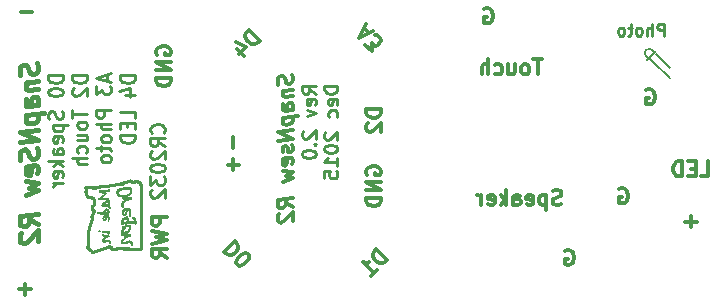
<source format=gbo>
G04 #@! TF.FileFunction,Legend,Bot*
%FSLAX46Y46*%
G04 Gerber Fmt 4.6, Leading zero omitted, Abs format (unit mm)*
G04 Created by KiCad (PCBNEW (2015-08-15 BZR 6092)-product) date 11/30/2015 7:36:40 PM*
%MOMM*%
G01*
G04 APERTURE LIST*
%ADD10C,0.100000*%
%ADD11C,0.300000*%
%ADD12C,0.317500*%
%ADD13C,0.381000*%
%ADD14C,0.200000*%
%ADD15C,0.254000*%
%ADD16C,0.002540*%
G04 APERTURE END LIST*
D10*
D11*
X116942809Y-108548714D02*
X115975190Y-108548714D01*
X116459000Y-109032524D02*
X116459000Y-108064905D01*
X128463524Y-102446667D02*
X127193524Y-102446667D01*
X127193524Y-102930476D01*
X127254000Y-103051429D01*
X127314476Y-103111905D01*
X127435429Y-103172381D01*
X127616857Y-103172381D01*
X127737810Y-103111905D01*
X127798286Y-103051429D01*
X127858762Y-102930476D01*
X127858762Y-102446667D01*
X127193524Y-103595715D02*
X128463524Y-103898096D01*
X127556381Y-104140000D01*
X128463524Y-104381905D01*
X127193524Y-104684286D01*
X128463524Y-105893810D02*
X127858762Y-105470477D01*
X128463524Y-105168096D02*
X127193524Y-105168096D01*
X127193524Y-105651905D01*
X127254000Y-105772858D01*
X127314476Y-105833334D01*
X127435429Y-105893810D01*
X127616857Y-105893810D01*
X127737810Y-105833334D01*
X127798286Y-105772858D01*
X127858762Y-105651905D01*
X127858762Y-105168096D01*
X127635000Y-88694381D02*
X127574524Y-88573429D01*
X127574524Y-88392000D01*
X127635000Y-88210572D01*
X127755952Y-88089619D01*
X127876905Y-88029143D01*
X128118810Y-87968667D01*
X128300238Y-87968667D01*
X128542143Y-88029143D01*
X128663095Y-88089619D01*
X128784048Y-88210572D01*
X128844524Y-88392000D01*
X128844524Y-88512952D01*
X128784048Y-88694381D01*
X128723571Y-88754857D01*
X128300238Y-88754857D01*
X128300238Y-88512952D01*
X128844524Y-89299143D02*
X127574524Y-89299143D01*
X128844524Y-90024857D01*
X127574524Y-90024857D01*
X128844524Y-90629619D02*
X127574524Y-90629619D01*
X127574524Y-90932000D01*
X127635000Y-91113428D01*
X127755952Y-91234381D01*
X127876905Y-91294857D01*
X128118810Y-91355333D01*
X128300238Y-91355333D01*
X128542143Y-91294857D01*
X128663095Y-91234381D01*
X128784048Y-91113428D01*
X128844524Y-90932000D01*
X128844524Y-90629619D01*
X117069809Y-85053714D02*
X116102190Y-85053714D01*
X166799381Y-100076000D02*
X166920333Y-100015524D01*
X167101762Y-100015524D01*
X167283190Y-100076000D01*
X167404143Y-100196952D01*
X167464619Y-100317905D01*
X167525095Y-100559810D01*
X167525095Y-100741238D01*
X167464619Y-100983143D01*
X167404143Y-101104095D01*
X167283190Y-101225048D01*
X167101762Y-101285524D01*
X166980810Y-101285524D01*
X166799381Y-101225048D01*
X166738905Y-101164571D01*
X166738905Y-100741238D01*
X166980810Y-100741238D01*
X162227381Y-105283000D02*
X162348333Y-105222524D01*
X162529762Y-105222524D01*
X162711190Y-105283000D01*
X162832143Y-105403952D01*
X162892619Y-105524905D01*
X162953095Y-105766810D01*
X162953095Y-105948238D01*
X162892619Y-106190143D01*
X162832143Y-106311095D01*
X162711190Y-106432048D01*
X162529762Y-106492524D01*
X162408810Y-106492524D01*
X162227381Y-106432048D01*
X162166905Y-106371571D01*
X162166905Y-105948238D01*
X162408810Y-105948238D01*
X169085381Y-91694000D02*
X169206333Y-91633524D01*
X169387762Y-91633524D01*
X169569190Y-91694000D01*
X169690143Y-91814952D01*
X169750619Y-91935905D01*
X169811095Y-92177810D01*
X169811095Y-92359238D01*
X169750619Y-92601143D01*
X169690143Y-92722095D01*
X169569190Y-92843048D01*
X169387762Y-92903524D01*
X169266810Y-92903524D01*
X169085381Y-92843048D01*
X169024905Y-92782571D01*
X169024905Y-92359238D01*
X169266810Y-92359238D01*
X155369381Y-84836000D02*
X155490333Y-84775524D01*
X155671762Y-84775524D01*
X155853190Y-84836000D01*
X155974143Y-84956952D01*
X156034619Y-85077905D01*
X156095095Y-85319810D01*
X156095095Y-85501238D01*
X156034619Y-85743143D01*
X155974143Y-85864095D01*
X155853190Y-85985048D01*
X155671762Y-86045524D01*
X155550810Y-86045524D01*
X155369381Y-85985048D01*
X155308905Y-85924571D01*
X155308905Y-85501238D01*
X155550810Y-85501238D01*
D12*
X139071048Y-90383935D02*
X139131524Y-90557804D01*
X139131524Y-90860185D01*
X139071048Y-90988697D01*
X139010571Y-91056733D01*
X138889619Y-91132328D01*
X138768667Y-91147447D01*
X138647714Y-91102090D01*
X138587238Y-91049173D01*
X138526762Y-90935780D01*
X138466286Y-90701435D01*
X138405810Y-90588042D01*
X138345333Y-90535125D01*
X138224381Y-90489768D01*
X138103429Y-90504887D01*
X137982476Y-90580483D01*
X137922000Y-90648518D01*
X137861524Y-90777031D01*
X137861524Y-91079411D01*
X137922000Y-91253280D01*
X138284857Y-91752209D02*
X139131524Y-91646376D01*
X138405810Y-91737090D02*
X138345333Y-91805125D01*
X138284857Y-91933638D01*
X138284857Y-92115066D01*
X138345333Y-92228458D01*
X138466286Y-92273816D01*
X139131524Y-92190662D01*
X139131524Y-93339710D02*
X138466286Y-93422864D01*
X138345333Y-93377506D01*
X138284857Y-93264114D01*
X138284857Y-93022209D01*
X138345333Y-92893697D01*
X139071048Y-93347269D02*
X139131524Y-93218757D01*
X139131524Y-92916376D01*
X139071048Y-92802983D01*
X138950095Y-92757626D01*
X138829143Y-92772745D01*
X138708190Y-92848340D01*
X138647714Y-92976852D01*
X138647714Y-93279233D01*
X138587238Y-93407745D01*
X138284857Y-94050305D02*
X139554857Y-93891555D01*
X138345333Y-94042745D02*
X138284857Y-94171257D01*
X138284857Y-94413162D01*
X138345333Y-94526554D01*
X138405810Y-94579472D01*
X138526762Y-94624829D01*
X138889619Y-94579472D01*
X139010571Y-94503877D01*
X139071048Y-94435840D01*
X139131524Y-94307329D01*
X139131524Y-94065424D01*
X139071048Y-93952031D01*
X139131524Y-95093520D02*
X137861524Y-95252270D01*
X139131524Y-95819234D01*
X137861524Y-95977984D01*
X139071048Y-96371079D02*
X139131524Y-96484472D01*
X139131524Y-96726377D01*
X139071048Y-96854888D01*
X138950095Y-96930483D01*
X138889619Y-96938043D01*
X138768667Y-96892686D01*
X138708190Y-96779293D01*
X138708190Y-96597864D01*
X138647714Y-96484472D01*
X138526762Y-96439115D01*
X138466286Y-96446674D01*
X138345333Y-96522269D01*
X138284857Y-96650781D01*
X138284857Y-96832210D01*
X138345333Y-96945602D01*
X139071048Y-97943459D02*
X139131524Y-97814948D01*
X139131524Y-97573043D01*
X139071048Y-97459650D01*
X138950095Y-97414293D01*
X138466286Y-97474769D01*
X138345333Y-97550364D01*
X138284857Y-97678876D01*
X138284857Y-97920781D01*
X138345333Y-98034173D01*
X138466286Y-98079531D01*
X138587238Y-98064412D01*
X138708190Y-97444531D01*
X138284857Y-98525543D02*
X139131524Y-98661614D01*
X138526762Y-98979114D01*
X139131524Y-99145424D01*
X138284857Y-99493162D01*
X139131524Y-101564471D02*
X138526762Y-101216733D01*
X139131524Y-100838757D02*
X137861524Y-100997507D01*
X137861524Y-101481316D01*
X137922000Y-101594709D01*
X137982476Y-101647626D01*
X138103429Y-101692982D01*
X138284857Y-101670304D01*
X138405810Y-101594709D01*
X138466286Y-101526673D01*
X138526762Y-101398161D01*
X138526762Y-100914352D01*
X137982476Y-102191912D02*
X137922000Y-102259947D01*
X137861524Y-102388459D01*
X137861524Y-102690840D01*
X137922000Y-102804233D01*
X137982476Y-102857150D01*
X138103429Y-102902506D01*
X138224381Y-102887387D01*
X138405810Y-102804233D01*
X139131524Y-101987805D01*
X139131524Y-102773995D01*
D13*
X117456857Y-89403465D02*
X117529429Y-89612107D01*
X117529429Y-89974964D01*
X117456857Y-90129179D01*
X117384286Y-90210821D01*
X117239143Y-90301536D01*
X117094000Y-90319679D01*
X116948857Y-90265250D01*
X116876286Y-90201750D01*
X116803714Y-90065679D01*
X116731143Y-89784464D01*
X116658571Y-89648394D01*
X116586000Y-89584893D01*
X116440857Y-89530465D01*
X116295714Y-89548608D01*
X116150571Y-89639322D01*
X116078000Y-89720965D01*
X116005429Y-89875178D01*
X116005429Y-90238036D01*
X116078000Y-90446679D01*
X116513429Y-91045393D02*
X117529429Y-90918393D01*
X116658571Y-91027251D02*
X116586000Y-91108894D01*
X116513429Y-91263107D01*
X116513429Y-91480822D01*
X116586000Y-91616894D01*
X116731143Y-91671322D01*
X117529429Y-91571536D01*
X117529429Y-92950393D02*
X116731143Y-93050179D01*
X116586000Y-92995751D01*
X116513429Y-92859679D01*
X116513429Y-92569393D01*
X116586000Y-92415179D01*
X117456857Y-92959465D02*
X117529429Y-92805250D01*
X117529429Y-92442393D01*
X117456857Y-92306322D01*
X117311714Y-92251894D01*
X117166571Y-92270037D01*
X117021429Y-92360750D01*
X116948857Y-92514965D01*
X116948857Y-92877822D01*
X116876286Y-93032036D01*
X116513429Y-93803107D02*
X118037429Y-93612607D01*
X116586000Y-93794036D02*
X116513429Y-93948250D01*
X116513429Y-94238536D01*
X116586000Y-94374608D01*
X116658571Y-94438108D01*
X116803714Y-94492536D01*
X117239143Y-94438107D01*
X117384286Y-94347393D01*
X117456857Y-94265751D01*
X117529429Y-94111536D01*
X117529429Y-93821250D01*
X117456857Y-93685179D01*
X117529429Y-95054964D02*
X116005429Y-95245464D01*
X117529429Y-95925821D01*
X116005429Y-96116321D01*
X117456857Y-96588036D02*
X117529429Y-96796678D01*
X117529429Y-97159535D01*
X117456857Y-97313750D01*
X117384286Y-97395392D01*
X117239143Y-97486107D01*
X117094000Y-97504250D01*
X116948857Y-97449821D01*
X116876286Y-97386321D01*
X116803714Y-97250250D01*
X116731143Y-96969035D01*
X116658571Y-96832965D01*
X116586000Y-96769464D01*
X116440857Y-96715036D01*
X116295714Y-96733179D01*
X116150571Y-96823893D01*
X116078000Y-96905536D01*
X116005429Y-97059749D01*
X116005429Y-97422607D01*
X116078000Y-97631250D01*
X117456857Y-98692608D02*
X117529429Y-98538393D01*
X117529429Y-98248107D01*
X117456857Y-98112036D01*
X117311714Y-98057608D01*
X116731143Y-98130179D01*
X116586000Y-98220893D01*
X116513429Y-98375107D01*
X116513429Y-98665393D01*
X116586000Y-98801465D01*
X116731143Y-98855893D01*
X116876286Y-98837750D01*
X117021429Y-98093893D01*
X116513429Y-99391107D02*
X117529429Y-99554393D01*
X116803714Y-99935394D01*
X117529429Y-100134964D01*
X116513429Y-100552250D01*
X117529429Y-103037821D02*
X116803714Y-102620536D01*
X117529429Y-102166964D02*
X116005429Y-102357464D01*
X116005429Y-102938036D01*
X116078000Y-103074107D01*
X116150571Y-103137608D01*
X116295714Y-103192036D01*
X116513429Y-103164821D01*
X116658571Y-103074108D01*
X116731143Y-102992464D01*
X116803714Y-102838251D01*
X116803714Y-102257679D01*
X116150571Y-103790751D02*
X116078000Y-103872393D01*
X116005429Y-104026607D01*
X116005429Y-104389464D01*
X116078000Y-104525536D01*
X116150571Y-104589036D01*
X116295714Y-104643465D01*
X116440857Y-104625322D01*
X116658571Y-104525536D01*
X117529429Y-103545821D01*
X117529429Y-104489250D01*
D14*
X169545000Y-88265000D02*
X169799000Y-88519000D01*
X169037000Y-88773000D02*
X169291000Y-89027000D01*
X169037000Y-88265000D02*
G75*
G03X169037000Y-88773000I254000J-254000D01*
G01*
X169545000Y-88265000D02*
G75*
G03X169037000Y-88265000I-254000J-254000D01*
G01*
X169164000Y-89154000D02*
X169926000Y-88392000D01*
X169672000Y-89281000D02*
X169418000Y-89027000D01*
X170180000Y-88900000D02*
X169926000Y-88646000D01*
X170180000Y-88900000D02*
X171069000Y-89789000D01*
X169672000Y-89281000D02*
X171069000Y-90678000D01*
D15*
X170591237Y-87073619D02*
X170591237Y-86057619D01*
X170204190Y-86057619D01*
X170107428Y-86106000D01*
X170059047Y-86154381D01*
X170010666Y-86251143D01*
X170010666Y-86396286D01*
X170059047Y-86493048D01*
X170107428Y-86541429D01*
X170204190Y-86589810D01*
X170591237Y-86589810D01*
X169575237Y-87073619D02*
X169575237Y-86057619D01*
X169139809Y-87073619D02*
X169139809Y-86541429D01*
X169188190Y-86444667D01*
X169284952Y-86396286D01*
X169430094Y-86396286D01*
X169526856Y-86444667D01*
X169575237Y-86493048D01*
X168510856Y-87073619D02*
X168607618Y-87025238D01*
X168655999Y-86976857D01*
X168704380Y-86880095D01*
X168704380Y-86589810D01*
X168655999Y-86493048D01*
X168607618Y-86444667D01*
X168510856Y-86396286D01*
X168365714Y-86396286D01*
X168268952Y-86444667D01*
X168220571Y-86493048D01*
X168172190Y-86589810D01*
X168172190Y-86880095D01*
X168220571Y-86976857D01*
X168268952Y-87025238D01*
X168365714Y-87073619D01*
X168510856Y-87073619D01*
X167881904Y-86396286D02*
X167494856Y-86396286D01*
X167736761Y-86057619D02*
X167736761Y-86928476D01*
X167688380Y-87025238D01*
X167591618Y-87073619D01*
X167494856Y-87073619D01*
X167011047Y-87073619D02*
X167107809Y-87025238D01*
X167156190Y-86976857D01*
X167204571Y-86880095D01*
X167204571Y-86589810D01*
X167156190Y-86493048D01*
X167107809Y-86444667D01*
X167011047Y-86396286D01*
X166865905Y-86396286D01*
X166769143Y-86444667D01*
X166720762Y-86493048D01*
X166672381Y-86589810D01*
X166672381Y-86880095D01*
X166720762Y-86976857D01*
X166769143Y-87025238D01*
X166865905Y-87073619D01*
X167011047Y-87073619D01*
D11*
X134595809Y-98007714D02*
X133628190Y-98007714D01*
X134112000Y-98491524D02*
X134112000Y-97523905D01*
X134075714Y-95655191D02*
X134075714Y-96622810D01*
X146624524Y-93296619D02*
X145354524Y-93296619D01*
X145354524Y-93599000D01*
X145415000Y-93780428D01*
X145535952Y-93901381D01*
X145656905Y-93961857D01*
X145898810Y-94022333D01*
X146080238Y-94022333D01*
X146322143Y-93961857D01*
X146443095Y-93901381D01*
X146564048Y-93780428D01*
X146624524Y-93599000D01*
X146624524Y-93296619D01*
X145475476Y-94506143D02*
X145415000Y-94566619D01*
X145354524Y-94687571D01*
X145354524Y-94989952D01*
X145415000Y-95110905D01*
X145475476Y-95171381D01*
X145596429Y-95231857D01*
X145717381Y-95231857D01*
X145898810Y-95171381D01*
X146624524Y-94445667D01*
X146624524Y-95231857D01*
X145415000Y-98854381D02*
X145354524Y-98733429D01*
X145354524Y-98552000D01*
X145415000Y-98370572D01*
X145535952Y-98249619D01*
X145656905Y-98189143D01*
X145898810Y-98128667D01*
X146080238Y-98128667D01*
X146322143Y-98189143D01*
X146443095Y-98249619D01*
X146564048Y-98370572D01*
X146624524Y-98552000D01*
X146624524Y-98672952D01*
X146564048Y-98854381D01*
X146503571Y-98914857D01*
X146080238Y-98914857D01*
X146080238Y-98672952D01*
X146624524Y-99459143D02*
X145354524Y-99459143D01*
X146624524Y-100184857D01*
X145354524Y-100184857D01*
X146624524Y-100789619D02*
X145354524Y-100789619D01*
X145354524Y-101092000D01*
X145415000Y-101273428D01*
X145535952Y-101394381D01*
X145656905Y-101454857D01*
X145898810Y-101515333D01*
X146080238Y-101515333D01*
X146322143Y-101454857D01*
X146443095Y-101394381D01*
X146564048Y-101273428D01*
X146624524Y-101092000D01*
X146624524Y-100789619D01*
X136324078Y-87500421D02*
X135426053Y-86602396D01*
X135212237Y-86816211D01*
X135126711Y-86987263D01*
X135126710Y-87158316D01*
X135169474Y-87286606D01*
X135297764Y-87500421D01*
X135426053Y-87628710D01*
X135639868Y-87757000D01*
X135768157Y-87799763D01*
X135939211Y-87799763D01*
X136110263Y-87714237D01*
X136324078Y-87500421D01*
X134442500Y-88184631D02*
X135041184Y-88783315D01*
X134314211Y-87628711D02*
X135169473Y-88056342D01*
X134613553Y-88612262D01*
X145177225Y-86457883D02*
X145604856Y-86885514D01*
X145348277Y-86115777D02*
X144749594Y-87313145D01*
X145946961Y-86714461D01*
X145262751Y-87826302D02*
X145818671Y-88382223D01*
X145861434Y-87740777D01*
X145989723Y-87869065D01*
X146118014Y-87911828D01*
X146203539Y-87911828D01*
X146331828Y-87869065D01*
X146545644Y-87655250D01*
X146588407Y-87526961D01*
X146588408Y-87441434D01*
X146545644Y-87313144D01*
X146289065Y-87056566D01*
X146160777Y-87013803D01*
X146075250Y-87013804D01*
X134236421Y-104467922D02*
X133338396Y-105365947D01*
X133552211Y-105579763D01*
X133723263Y-105665289D01*
X133894316Y-105665290D01*
X134022606Y-105622526D01*
X134236421Y-105494236D01*
X134364710Y-105365947D01*
X134493000Y-105152132D01*
X134535763Y-105023843D01*
X134535763Y-104852789D01*
X134450237Y-104681737D01*
X134236421Y-104467922D01*
X134407474Y-106435026D02*
X134493000Y-106520552D01*
X134621289Y-106563315D01*
X134706816Y-106563315D01*
X134835105Y-106520552D01*
X135048920Y-106392263D01*
X135262736Y-106178447D01*
X135391026Y-105964631D01*
X135433789Y-105836342D01*
X135433789Y-105750815D01*
X135391026Y-105622526D01*
X135305500Y-105537000D01*
X135177210Y-105494236D01*
X135091683Y-105494237D01*
X134963394Y-105537000D01*
X134749579Y-105665290D01*
X134535763Y-105879105D01*
X134407474Y-106092920D01*
X134364710Y-106221210D01*
X134364710Y-106306736D01*
X134407474Y-106435026D01*
X147119078Y-106042421D02*
X146221053Y-105144396D01*
X146007237Y-105358211D01*
X145921711Y-105529263D01*
X145921710Y-105700316D01*
X145964474Y-105828606D01*
X146092764Y-106042421D01*
X146221053Y-106170710D01*
X146434868Y-106299000D01*
X146563157Y-106341763D01*
X146734211Y-106341763D01*
X146905263Y-106256237D01*
X147119078Y-106042421D01*
X145750658Y-107410841D02*
X146263816Y-106897684D01*
X146007237Y-107154263D02*
X145109211Y-106256237D01*
X145323026Y-106299000D01*
X145494080Y-106299000D01*
X145622369Y-106256237D01*
X160237715Y-89093524D02*
X159512000Y-89093524D01*
X159874857Y-90363524D02*
X159874857Y-89093524D01*
X158907238Y-90363524D02*
X159028191Y-90303048D01*
X159088667Y-90242571D01*
X159149143Y-90121619D01*
X159149143Y-89758762D01*
X159088667Y-89637810D01*
X159028191Y-89577333D01*
X158907238Y-89516857D01*
X158725810Y-89516857D01*
X158604858Y-89577333D01*
X158544381Y-89637810D01*
X158483905Y-89758762D01*
X158483905Y-90121619D01*
X158544381Y-90242571D01*
X158604858Y-90303048D01*
X158725810Y-90363524D01*
X158907238Y-90363524D01*
X157395333Y-89516857D02*
X157395333Y-90363524D01*
X157939619Y-89516857D02*
X157939619Y-90182095D01*
X157879143Y-90303048D01*
X157758190Y-90363524D01*
X157576762Y-90363524D01*
X157455810Y-90303048D01*
X157395333Y-90242571D01*
X156246285Y-90303048D02*
X156367238Y-90363524D01*
X156609142Y-90363524D01*
X156730095Y-90303048D01*
X156790571Y-90242571D01*
X156851047Y-90121619D01*
X156851047Y-89758762D01*
X156790571Y-89637810D01*
X156730095Y-89577333D01*
X156609142Y-89516857D01*
X156367238Y-89516857D01*
X156246285Y-89577333D01*
X155702000Y-90363524D02*
X155702000Y-89093524D01*
X155157714Y-90363524D02*
X155157714Y-89698286D01*
X155218191Y-89577333D01*
X155339143Y-89516857D01*
X155520571Y-89516857D01*
X155641524Y-89577333D01*
X155702000Y-89637810D01*
X161876618Y-101352048D02*
X161695190Y-101412524D01*
X161392809Y-101412524D01*
X161271856Y-101352048D01*
X161211380Y-101291571D01*
X161150904Y-101170619D01*
X161150904Y-101049667D01*
X161211380Y-100928714D01*
X161271856Y-100868238D01*
X161392809Y-100807762D01*
X161634713Y-100747286D01*
X161755666Y-100686810D01*
X161816142Y-100626333D01*
X161876618Y-100505381D01*
X161876618Y-100384429D01*
X161816142Y-100263476D01*
X161755666Y-100203000D01*
X161634713Y-100142524D01*
X161332333Y-100142524D01*
X161150904Y-100203000D01*
X160606618Y-100565857D02*
X160606618Y-101835857D01*
X160606618Y-100626333D02*
X160485666Y-100565857D01*
X160243761Y-100565857D01*
X160122809Y-100626333D01*
X160062332Y-100686810D01*
X160001856Y-100807762D01*
X160001856Y-101170619D01*
X160062332Y-101291571D01*
X160122809Y-101352048D01*
X160243761Y-101412524D01*
X160485666Y-101412524D01*
X160606618Y-101352048D01*
X158973761Y-101352048D02*
X159094713Y-101412524D01*
X159336618Y-101412524D01*
X159457570Y-101352048D01*
X159518046Y-101231095D01*
X159518046Y-100747286D01*
X159457570Y-100626333D01*
X159336618Y-100565857D01*
X159094713Y-100565857D01*
X158973761Y-100626333D01*
X158913284Y-100747286D01*
X158913284Y-100868238D01*
X159518046Y-100989190D01*
X157824713Y-101412524D02*
X157824713Y-100747286D01*
X157885190Y-100626333D01*
X158006142Y-100565857D01*
X158248047Y-100565857D01*
X158368999Y-100626333D01*
X157824713Y-101352048D02*
X157945666Y-101412524D01*
X158248047Y-101412524D01*
X158368999Y-101352048D01*
X158429475Y-101231095D01*
X158429475Y-101110143D01*
X158368999Y-100989190D01*
X158248047Y-100928714D01*
X157945666Y-100928714D01*
X157824713Y-100868238D01*
X157219951Y-101412524D02*
X157219951Y-100142524D01*
X157098999Y-100928714D02*
X156736142Y-101412524D01*
X156736142Y-100565857D02*
X157219951Y-101049667D01*
X155708047Y-101352048D02*
X155828999Y-101412524D01*
X156070904Y-101412524D01*
X156191856Y-101352048D01*
X156252332Y-101231095D01*
X156252332Y-100747286D01*
X156191856Y-100626333D01*
X156070904Y-100565857D01*
X155828999Y-100565857D01*
X155708047Y-100626333D01*
X155647570Y-100747286D01*
X155647570Y-100868238D01*
X156252332Y-100989190D01*
X155103285Y-101412524D02*
X155103285Y-100565857D01*
X155103285Y-100807762D02*
X155042809Y-100686810D01*
X154982333Y-100626333D01*
X154861380Y-100565857D01*
X154740428Y-100565857D01*
X173330809Y-102833714D02*
X172363190Y-102833714D01*
X172847000Y-103317524D02*
X172847000Y-102349905D01*
X173663428Y-98999524D02*
X174268190Y-98999524D01*
X174268190Y-97729524D01*
X173240095Y-98334286D02*
X172816762Y-98334286D01*
X172635333Y-98999524D02*
X173240095Y-98999524D01*
X173240095Y-97729524D01*
X172635333Y-97729524D01*
X172091047Y-98999524D02*
X172091047Y-97729524D01*
X171788666Y-97729524D01*
X171607238Y-97790000D01*
X171486285Y-97910952D01*
X171425809Y-98031905D01*
X171365333Y-98273810D01*
X171365333Y-98455238D01*
X171425809Y-98697143D01*
X171486285Y-98818095D01*
X171607238Y-98939048D01*
X171788666Y-98999524D01*
X172091047Y-98999524D01*
D15*
X128215571Y-95286286D02*
X128276048Y-95231857D01*
X128336524Y-95068571D01*
X128336524Y-94959714D01*
X128276048Y-94796429D01*
X128155095Y-94687571D01*
X128034143Y-94633143D01*
X127792238Y-94578714D01*
X127610810Y-94578714D01*
X127368905Y-94633143D01*
X127247952Y-94687571D01*
X127127000Y-94796429D01*
X127066524Y-94959714D01*
X127066524Y-95068571D01*
X127127000Y-95231857D01*
X127187476Y-95286286D01*
X128336524Y-96429286D02*
X127731762Y-96048286D01*
X128336524Y-95776143D02*
X127066524Y-95776143D01*
X127066524Y-96211571D01*
X127127000Y-96320429D01*
X127187476Y-96374857D01*
X127308429Y-96429286D01*
X127489857Y-96429286D01*
X127610810Y-96374857D01*
X127671286Y-96320429D01*
X127731762Y-96211571D01*
X127731762Y-95776143D01*
X127187476Y-96864714D02*
X127127000Y-96919143D01*
X127066524Y-97028000D01*
X127066524Y-97300143D01*
X127127000Y-97409000D01*
X127187476Y-97463429D01*
X127308429Y-97517857D01*
X127429381Y-97517857D01*
X127610810Y-97463429D01*
X128336524Y-96810286D01*
X128336524Y-97517857D01*
X127066524Y-98225428D02*
X127066524Y-98334285D01*
X127127000Y-98443142D01*
X127187476Y-98497571D01*
X127308429Y-98552000D01*
X127550333Y-98606428D01*
X127852714Y-98606428D01*
X128094619Y-98552000D01*
X128215571Y-98497571D01*
X128276048Y-98443142D01*
X128336524Y-98334285D01*
X128336524Y-98225428D01*
X128276048Y-98116571D01*
X128215571Y-98062142D01*
X128094619Y-98007714D01*
X127852714Y-97953285D01*
X127550333Y-97953285D01*
X127308429Y-98007714D01*
X127187476Y-98062142D01*
X127127000Y-98116571D01*
X127066524Y-98225428D01*
X127066524Y-98987428D02*
X127066524Y-99694999D01*
X127550333Y-99313999D01*
X127550333Y-99477285D01*
X127610810Y-99586142D01*
X127671286Y-99640571D01*
X127792238Y-99694999D01*
X128094619Y-99694999D01*
X128215571Y-99640571D01*
X128276048Y-99586142D01*
X128336524Y-99477285D01*
X128336524Y-99150713D01*
X128276048Y-99041856D01*
X128215571Y-98987428D01*
X127187476Y-100130427D02*
X127127000Y-100184856D01*
X127066524Y-100293713D01*
X127066524Y-100565856D01*
X127127000Y-100674713D01*
X127187476Y-100729142D01*
X127308429Y-100783570D01*
X127429381Y-100783570D01*
X127610810Y-100729142D01*
X128336524Y-100075999D01*
X128336524Y-100783570D01*
X119700524Y-90442143D02*
X118430524Y-90442143D01*
X118430524Y-90714286D01*
X118491000Y-90877571D01*
X118611952Y-90986429D01*
X118732905Y-91040857D01*
X118974810Y-91095286D01*
X119156238Y-91095286D01*
X119398143Y-91040857D01*
X119519095Y-90986429D01*
X119640048Y-90877571D01*
X119700524Y-90714286D01*
X119700524Y-90442143D01*
X118430524Y-91802857D02*
X118430524Y-91911714D01*
X118491000Y-92020571D01*
X118551476Y-92075000D01*
X118672429Y-92129429D01*
X118914333Y-92183857D01*
X119216714Y-92183857D01*
X119458619Y-92129429D01*
X119579571Y-92075000D01*
X119640048Y-92020571D01*
X119700524Y-91911714D01*
X119700524Y-91802857D01*
X119640048Y-91694000D01*
X119579571Y-91639571D01*
X119458619Y-91585143D01*
X119216714Y-91530714D01*
X118914333Y-91530714D01*
X118672429Y-91585143D01*
X118551476Y-91639571D01*
X118491000Y-91694000D01*
X118430524Y-91802857D01*
X119640048Y-93490142D02*
X119700524Y-93653428D01*
X119700524Y-93925571D01*
X119640048Y-94034428D01*
X119579571Y-94088857D01*
X119458619Y-94143285D01*
X119337667Y-94143285D01*
X119216714Y-94088857D01*
X119156238Y-94034428D01*
X119095762Y-93925571D01*
X119035286Y-93707857D01*
X118974810Y-93598999D01*
X118914333Y-93544571D01*
X118793381Y-93490142D01*
X118672429Y-93490142D01*
X118551476Y-93544571D01*
X118491000Y-93598999D01*
X118430524Y-93707857D01*
X118430524Y-93979999D01*
X118491000Y-94143285D01*
X118853857Y-94633142D02*
X120123857Y-94633142D01*
X118914333Y-94633142D02*
X118853857Y-94741999D01*
X118853857Y-94959713D01*
X118914333Y-95068570D01*
X118974810Y-95122999D01*
X119095762Y-95177428D01*
X119458619Y-95177428D01*
X119579571Y-95122999D01*
X119640048Y-95068570D01*
X119700524Y-94959713D01*
X119700524Y-94741999D01*
X119640048Y-94633142D01*
X119640048Y-96102713D02*
X119700524Y-95993856D01*
X119700524Y-95776142D01*
X119640048Y-95667285D01*
X119519095Y-95612856D01*
X119035286Y-95612856D01*
X118914333Y-95667285D01*
X118853857Y-95776142D01*
X118853857Y-95993856D01*
X118914333Y-96102713D01*
X119035286Y-96157142D01*
X119156238Y-96157142D01*
X119277190Y-95612856D01*
X119700524Y-97136856D02*
X119035286Y-97136856D01*
X118914333Y-97082427D01*
X118853857Y-96973570D01*
X118853857Y-96755856D01*
X118914333Y-96646999D01*
X119640048Y-97136856D02*
X119700524Y-97027999D01*
X119700524Y-96755856D01*
X119640048Y-96646999D01*
X119519095Y-96592570D01*
X119398143Y-96592570D01*
X119277190Y-96646999D01*
X119216714Y-96755856D01*
X119216714Y-97027999D01*
X119156238Y-97136856D01*
X119700524Y-97681142D02*
X118430524Y-97681142D01*
X119216714Y-97789999D02*
X119700524Y-98116570D01*
X118853857Y-98116570D02*
X119337667Y-97681142D01*
X119640048Y-99041856D02*
X119700524Y-98932999D01*
X119700524Y-98715285D01*
X119640048Y-98606428D01*
X119519095Y-98551999D01*
X119035286Y-98551999D01*
X118914333Y-98606428D01*
X118853857Y-98715285D01*
X118853857Y-98932999D01*
X118914333Y-99041856D01*
X119035286Y-99096285D01*
X119156238Y-99096285D01*
X119277190Y-98551999D01*
X119700524Y-99586142D02*
X118853857Y-99586142D01*
X119095762Y-99586142D02*
X118974810Y-99640570D01*
X118914333Y-99694999D01*
X118853857Y-99803856D01*
X118853857Y-99912713D01*
X121732524Y-90442143D02*
X120462524Y-90442143D01*
X120462524Y-90714286D01*
X120523000Y-90877571D01*
X120643952Y-90986429D01*
X120764905Y-91040857D01*
X121006810Y-91095286D01*
X121188238Y-91095286D01*
X121430143Y-91040857D01*
X121551095Y-90986429D01*
X121672048Y-90877571D01*
X121732524Y-90714286D01*
X121732524Y-90442143D01*
X120583476Y-91530714D02*
X120523000Y-91585143D01*
X120462524Y-91694000D01*
X120462524Y-91966143D01*
X120523000Y-92075000D01*
X120583476Y-92129429D01*
X120704429Y-92183857D01*
X120825381Y-92183857D01*
X121006810Y-92129429D01*
X121732524Y-91476286D01*
X121732524Y-92183857D01*
X120462524Y-93381285D02*
X120462524Y-94034428D01*
X121732524Y-93707857D02*
X120462524Y-93707857D01*
X121732524Y-94578714D02*
X121672048Y-94469856D01*
X121611571Y-94415428D01*
X121490619Y-94360999D01*
X121127762Y-94360999D01*
X121006810Y-94415428D01*
X120946333Y-94469856D01*
X120885857Y-94578714D01*
X120885857Y-94741999D01*
X120946333Y-94850856D01*
X121006810Y-94905285D01*
X121127762Y-94959714D01*
X121490619Y-94959714D01*
X121611571Y-94905285D01*
X121672048Y-94850856D01*
X121732524Y-94741999D01*
X121732524Y-94578714D01*
X120885857Y-95939428D02*
X121732524Y-95939428D01*
X120885857Y-95449571D02*
X121551095Y-95449571D01*
X121672048Y-95503999D01*
X121732524Y-95612857D01*
X121732524Y-95776142D01*
X121672048Y-95884999D01*
X121611571Y-95939428D01*
X121672048Y-96973571D02*
X121732524Y-96864714D01*
X121732524Y-96647000D01*
X121672048Y-96538142D01*
X121611571Y-96483714D01*
X121490619Y-96429285D01*
X121127762Y-96429285D01*
X121006810Y-96483714D01*
X120946333Y-96538142D01*
X120885857Y-96647000D01*
X120885857Y-96864714D01*
X120946333Y-96973571D01*
X121732524Y-97463428D02*
X120462524Y-97463428D01*
X121732524Y-97953285D02*
X121067286Y-97953285D01*
X120946333Y-97898856D01*
X120885857Y-97789999D01*
X120885857Y-97626714D01*
X120946333Y-97517856D01*
X121006810Y-97463428D01*
X123401667Y-90387714D02*
X123401667Y-90932000D01*
X123764524Y-90278857D02*
X122494524Y-90659857D01*
X123764524Y-91040857D01*
X122494524Y-91313000D02*
X122494524Y-92020571D01*
X122978333Y-91639571D01*
X122978333Y-91802857D01*
X123038810Y-91911714D01*
X123099286Y-91966143D01*
X123220238Y-92020571D01*
X123522619Y-92020571D01*
X123643571Y-91966143D01*
X123704048Y-91911714D01*
X123764524Y-91802857D01*
X123764524Y-91476285D01*
X123704048Y-91367428D01*
X123643571Y-91313000D01*
X123764524Y-93381285D02*
X122494524Y-93381285D01*
X122494524Y-93816713D01*
X122555000Y-93925571D01*
X122615476Y-93979999D01*
X122736429Y-94034428D01*
X122917857Y-94034428D01*
X123038810Y-93979999D01*
X123099286Y-93925571D01*
X123159762Y-93816713D01*
X123159762Y-93381285D01*
X123764524Y-94524285D02*
X122494524Y-94524285D01*
X123764524Y-95014142D02*
X123099286Y-95014142D01*
X122978333Y-94959713D01*
X122917857Y-94850856D01*
X122917857Y-94687571D01*
X122978333Y-94578713D01*
X123038810Y-94524285D01*
X123764524Y-95721714D02*
X123704048Y-95612856D01*
X123643571Y-95558428D01*
X123522619Y-95503999D01*
X123159762Y-95503999D01*
X123038810Y-95558428D01*
X122978333Y-95612856D01*
X122917857Y-95721714D01*
X122917857Y-95884999D01*
X122978333Y-95993856D01*
X123038810Y-96048285D01*
X123159762Y-96102714D01*
X123522619Y-96102714D01*
X123643571Y-96048285D01*
X123704048Y-95993856D01*
X123764524Y-95884999D01*
X123764524Y-95721714D01*
X122917857Y-96429285D02*
X122917857Y-96864714D01*
X122494524Y-96592571D02*
X123583095Y-96592571D01*
X123704048Y-96646999D01*
X123764524Y-96755857D01*
X123764524Y-96864714D01*
X123764524Y-97409000D02*
X123704048Y-97300142D01*
X123643571Y-97245714D01*
X123522619Y-97191285D01*
X123159762Y-97191285D01*
X123038810Y-97245714D01*
X122978333Y-97300142D01*
X122917857Y-97409000D01*
X122917857Y-97572285D01*
X122978333Y-97681142D01*
X123038810Y-97735571D01*
X123159762Y-97790000D01*
X123522619Y-97790000D01*
X123643571Y-97735571D01*
X123704048Y-97681142D01*
X123764524Y-97572285D01*
X123764524Y-97409000D01*
X125796524Y-90442143D02*
X124526524Y-90442143D01*
X124526524Y-90714286D01*
X124587000Y-90877571D01*
X124707952Y-90986429D01*
X124828905Y-91040857D01*
X125070810Y-91095286D01*
X125252238Y-91095286D01*
X125494143Y-91040857D01*
X125615095Y-90986429D01*
X125736048Y-90877571D01*
X125796524Y-90714286D01*
X125796524Y-90442143D01*
X124949857Y-92075000D02*
X125796524Y-92075000D01*
X124466048Y-91802857D02*
X125373190Y-91530714D01*
X125373190Y-92238286D01*
X125796524Y-94088857D02*
X125796524Y-93544571D01*
X124526524Y-93544571D01*
X125131286Y-94469857D02*
X125131286Y-94850857D01*
X125796524Y-95014143D02*
X125796524Y-94469857D01*
X124526524Y-94469857D01*
X124526524Y-95014143D01*
X125796524Y-95504000D02*
X124526524Y-95504000D01*
X124526524Y-95776143D01*
X124587000Y-95939428D01*
X124707952Y-96048286D01*
X124828905Y-96102714D01*
X125070810Y-96157143D01*
X125252238Y-96157143D01*
X125494143Y-96102714D01*
X125615095Y-96048286D01*
X125736048Y-95939428D01*
X125796524Y-95776143D01*
X125796524Y-95504000D01*
X141067971Y-91984286D02*
X140523686Y-91603286D01*
X141067971Y-91331143D02*
X139924971Y-91331143D01*
X139924971Y-91766571D01*
X139979400Y-91875429D01*
X140033829Y-91929857D01*
X140142686Y-91984286D01*
X140305971Y-91984286D01*
X140414829Y-91929857D01*
X140469257Y-91875429D01*
X140523686Y-91766571D01*
X140523686Y-91331143D01*
X141013543Y-92909571D02*
X141067971Y-92800714D01*
X141067971Y-92583000D01*
X141013543Y-92474143D01*
X140904686Y-92419714D01*
X140469257Y-92419714D01*
X140360400Y-92474143D01*
X140305971Y-92583000D01*
X140305971Y-92800714D01*
X140360400Y-92909571D01*
X140469257Y-92964000D01*
X140578114Y-92964000D01*
X140686971Y-92419714D01*
X140305971Y-93345000D02*
X141067971Y-93617143D01*
X140305971Y-93889285D01*
X140033829Y-95141142D02*
X139979400Y-95195571D01*
X139924971Y-95304428D01*
X139924971Y-95576571D01*
X139979400Y-95685428D01*
X140033829Y-95739857D01*
X140142686Y-95794285D01*
X140251543Y-95794285D01*
X140414829Y-95739857D01*
X141067971Y-95086714D01*
X141067971Y-95794285D01*
X140959114Y-96284142D02*
X141013543Y-96338570D01*
X141067971Y-96284142D01*
X141013543Y-96229713D01*
X140959114Y-96284142D01*
X141067971Y-96284142D01*
X139924971Y-97046142D02*
X139924971Y-97154999D01*
X139979400Y-97263856D01*
X140033829Y-97318285D01*
X140142686Y-97372714D01*
X140360400Y-97427142D01*
X140632543Y-97427142D01*
X140850257Y-97372714D01*
X140959114Y-97318285D01*
X141013543Y-97263856D01*
X141067971Y-97154999D01*
X141067971Y-97046142D01*
X141013543Y-96937285D01*
X140959114Y-96882856D01*
X140850257Y-96828428D01*
X140632543Y-96773999D01*
X140360400Y-96773999D01*
X140142686Y-96828428D01*
X140033829Y-96882856D01*
X139979400Y-96937285D01*
X139924971Y-97046142D01*
X142922171Y-91331143D02*
X141779171Y-91331143D01*
X141779171Y-91603286D01*
X141833600Y-91766571D01*
X141942457Y-91875429D01*
X142051314Y-91929857D01*
X142269029Y-91984286D01*
X142432314Y-91984286D01*
X142650029Y-91929857D01*
X142758886Y-91875429D01*
X142867743Y-91766571D01*
X142922171Y-91603286D01*
X142922171Y-91331143D01*
X142867743Y-92909571D02*
X142922171Y-92800714D01*
X142922171Y-92583000D01*
X142867743Y-92474143D01*
X142758886Y-92419714D01*
X142323457Y-92419714D01*
X142214600Y-92474143D01*
X142160171Y-92583000D01*
X142160171Y-92800714D01*
X142214600Y-92909571D01*
X142323457Y-92964000D01*
X142432314Y-92964000D01*
X142541171Y-92419714D01*
X142867743Y-93943714D02*
X142922171Y-93834857D01*
X142922171Y-93617143D01*
X142867743Y-93508285D01*
X142813314Y-93453857D01*
X142704457Y-93399428D01*
X142377886Y-93399428D01*
X142269029Y-93453857D01*
X142214600Y-93508285D01*
X142160171Y-93617143D01*
X142160171Y-93834857D01*
X142214600Y-93943714D01*
X141888029Y-95249999D02*
X141833600Y-95304428D01*
X141779171Y-95413285D01*
X141779171Y-95685428D01*
X141833600Y-95794285D01*
X141888029Y-95848714D01*
X141996886Y-95903142D01*
X142105743Y-95903142D01*
X142269029Y-95848714D01*
X142922171Y-95195571D01*
X142922171Y-95903142D01*
X141779171Y-96610713D02*
X141779171Y-96719570D01*
X141833600Y-96828427D01*
X141888029Y-96882856D01*
X141996886Y-96937285D01*
X142214600Y-96991713D01*
X142486743Y-96991713D01*
X142704457Y-96937285D01*
X142813314Y-96882856D01*
X142867743Y-96828427D01*
X142922171Y-96719570D01*
X142922171Y-96610713D01*
X142867743Y-96501856D01*
X142813314Y-96447427D01*
X142704457Y-96392999D01*
X142486743Y-96338570D01*
X142214600Y-96338570D01*
X141996886Y-96392999D01*
X141888029Y-96447427D01*
X141833600Y-96501856D01*
X141779171Y-96610713D01*
X142922171Y-98080284D02*
X142922171Y-97427141D01*
X142922171Y-97753713D02*
X141779171Y-97753713D01*
X141942457Y-97644856D01*
X142051314Y-97535998D01*
X142105743Y-97427141D01*
X141779171Y-99114427D02*
X141779171Y-98570141D01*
X142323457Y-98515712D01*
X142269029Y-98570141D01*
X142214600Y-98678998D01*
X142214600Y-98951141D01*
X142269029Y-99059998D01*
X142323457Y-99114427D01*
X142432314Y-99168855D01*
X142704457Y-99168855D01*
X142813314Y-99114427D01*
X142867743Y-99059998D01*
X142922171Y-98951141D01*
X142922171Y-98678998D01*
X142867743Y-98570141D01*
X142813314Y-98515712D01*
D16*
G36*
X122191780Y-105458260D02*
X122229880Y-105458260D01*
X122255280Y-105455720D01*
X122278140Y-105453180D01*
X122295920Y-105448100D01*
X122316240Y-105437940D01*
X122323860Y-105435400D01*
X122351800Y-105422700D01*
X122377200Y-105412540D01*
X122407680Y-105402380D01*
X122443240Y-105392220D01*
X122488960Y-105382060D01*
X122542300Y-105369360D01*
X122560080Y-105364280D01*
X122633740Y-105349040D01*
X122694700Y-105331260D01*
X122748040Y-105316020D01*
X122793760Y-105295700D01*
X122834400Y-105275380D01*
X122204480Y-105275380D01*
X122189240Y-105275380D01*
X122176540Y-105272840D01*
X122163840Y-105265220D01*
X122148600Y-105252520D01*
X122130820Y-105229660D01*
X122120660Y-105219500D01*
X122097800Y-105191560D01*
X122072400Y-105166160D01*
X122049540Y-105148380D01*
X122041920Y-105140760D01*
X122024140Y-105128060D01*
X121998740Y-105107740D01*
X121968260Y-105082340D01*
X121937780Y-105056940D01*
X121935240Y-105054400D01*
X121907300Y-105031540D01*
X121881900Y-105011220D01*
X121864120Y-104998520D01*
X121853960Y-104990900D01*
X121851420Y-104990900D01*
X121846340Y-104985820D01*
X121846340Y-104968040D01*
X121846340Y-104942640D01*
X121851420Y-104912160D01*
X121856500Y-104881680D01*
X121859040Y-104871520D01*
X121861580Y-104858820D01*
X121866660Y-104846120D01*
X121866660Y-104830880D01*
X121869200Y-104813100D01*
X121871740Y-104787700D01*
X121874280Y-104754680D01*
X121874280Y-104716580D01*
X121876820Y-104668320D01*
X121876820Y-104609900D01*
X121879360Y-104538780D01*
X121881900Y-104454960D01*
X121881900Y-104401620D01*
X121884440Y-104315260D01*
X121884440Y-104228900D01*
X121886980Y-104142540D01*
X121886980Y-104058720D01*
X121889520Y-103979980D01*
X121889520Y-103908860D01*
X121889520Y-103845360D01*
X121889520Y-103797100D01*
X121889520Y-103784400D01*
X121889520Y-103591360D01*
X121950480Y-103530400D01*
X122008900Y-103469440D01*
X122008900Y-103428800D01*
X122008900Y-103400860D01*
X122006360Y-103365300D01*
X122001280Y-103337360D01*
X121998740Y-103304340D01*
X122001280Y-103273860D01*
X122006360Y-103240840D01*
X122016520Y-103200200D01*
X122034300Y-103154480D01*
X122057160Y-103098600D01*
X122062240Y-103083360D01*
X122082560Y-103040180D01*
X122095260Y-103007160D01*
X122102880Y-102979220D01*
X122107960Y-102953820D01*
X122113040Y-102925880D01*
X122115580Y-102908100D01*
X122120660Y-102862380D01*
X122125740Y-102826820D01*
X122133360Y-102798880D01*
X122143520Y-102778560D01*
X122156220Y-102758240D01*
X122176540Y-102737920D01*
X122179080Y-102735380D01*
X122199400Y-102712520D01*
X122217180Y-102687120D01*
X122229880Y-102669340D01*
X122229880Y-102669340D01*
X122234960Y-102649020D01*
X122240040Y-102618540D01*
X122247660Y-102582980D01*
X122250200Y-102544880D01*
X122255280Y-102511860D01*
X122255280Y-102486460D01*
X122252740Y-102471220D01*
X122245120Y-102458520D01*
X122232420Y-102435660D01*
X122214640Y-102415340D01*
X122194320Y-102392480D01*
X122186700Y-102377240D01*
X122184160Y-102367080D01*
X122186700Y-102362000D01*
X122194320Y-102351840D01*
X122207020Y-102331520D01*
X122224800Y-102303580D01*
X122245120Y-102273100D01*
X122250200Y-102265480D01*
X122303540Y-102179120D01*
X122306080Y-102102920D01*
X122308620Y-102067360D01*
X122311160Y-102044500D01*
X122313700Y-102031800D01*
X122318780Y-102021640D01*
X122326400Y-102016560D01*
X122331480Y-102014020D01*
X122354340Y-101993700D01*
X122369580Y-101965760D01*
X122377200Y-101935280D01*
X122377200Y-101930200D01*
X122369580Y-101902260D01*
X122351800Y-101874320D01*
X122321320Y-101846380D01*
X122308620Y-101836220D01*
X122295920Y-101823520D01*
X122285760Y-101815900D01*
X122278140Y-101805740D01*
X122270520Y-101793040D01*
X122267980Y-101772720D01*
X122262900Y-101747320D01*
X122257820Y-101709220D01*
X122255280Y-101660960D01*
X122252740Y-101645720D01*
X122242580Y-101536500D01*
X122270520Y-101506020D01*
X122303540Y-101470460D01*
X122328940Y-101434900D01*
X122349260Y-101404420D01*
X122354340Y-101394260D01*
X122359420Y-101371400D01*
X122364500Y-101338380D01*
X122369580Y-101295200D01*
X122374660Y-101249480D01*
X122379740Y-101198680D01*
X122382280Y-101150420D01*
X122382280Y-101104700D01*
X122382280Y-101102160D01*
X122382280Y-101053900D01*
X122377200Y-101010720D01*
X122372120Y-100967540D01*
X122361960Y-100919280D01*
X122351800Y-100873560D01*
X122341640Y-100840540D01*
X122328940Y-100815140D01*
X122316240Y-100792280D01*
X122295920Y-100769420D01*
X122270520Y-100744020D01*
X122250200Y-100726240D01*
X122229880Y-100711000D01*
X122207020Y-100703380D01*
X122179080Y-100695760D01*
X122143520Y-100688140D01*
X122100340Y-100685600D01*
X122049540Y-100680520D01*
X121970800Y-100672900D01*
X121902220Y-100660200D01*
X121846340Y-100639880D01*
X121800620Y-100614480D01*
X121795540Y-100611940D01*
X121770140Y-100586540D01*
X121742200Y-100548440D01*
X121734580Y-100535740D01*
X121721880Y-100507800D01*
X121711720Y-100484940D01*
X121709180Y-100467160D01*
X121709180Y-100444300D01*
X121709180Y-100441760D01*
X121709180Y-100403660D01*
X121701560Y-100360480D01*
X121693940Y-100330000D01*
X121681240Y-100291900D01*
X121676160Y-100263960D01*
X121673620Y-100246180D01*
X121678700Y-100230940D01*
X121683780Y-100215700D01*
X121688860Y-100208080D01*
X121704100Y-100177600D01*
X121709180Y-100134420D01*
X121704100Y-100086160D01*
X121699020Y-100070920D01*
X121693940Y-100048060D01*
X121688860Y-100027740D01*
X121688860Y-100020120D01*
X121693940Y-100020120D01*
X121714260Y-100017580D01*
X121737120Y-100017580D01*
X121739660Y-100017580D01*
X121767600Y-100017580D01*
X121787920Y-100015040D01*
X121805700Y-100009960D01*
X121823480Y-99997260D01*
X121856500Y-99974400D01*
X121975880Y-99982020D01*
X122021600Y-99984560D01*
X122054620Y-99989640D01*
X122080020Y-99992180D01*
X122097800Y-99997260D01*
X122113040Y-100002340D01*
X122128280Y-100009960D01*
X122135900Y-100015040D01*
X122166380Y-100030280D01*
X122194320Y-100037900D01*
X122214640Y-100037900D01*
X122242580Y-100040440D01*
X122265440Y-100042980D01*
X122273060Y-100045520D01*
X122290840Y-100048060D01*
X122316240Y-100053140D01*
X122349260Y-100053140D01*
X122361960Y-100053140D01*
X122394980Y-100053140D01*
X122415300Y-100053140D01*
X122430540Y-100048060D01*
X122440700Y-100040440D01*
X122453400Y-100030280D01*
X122455940Y-100027740D01*
X122471180Y-100007420D01*
X122478800Y-99987100D01*
X122481340Y-99984560D01*
X122481340Y-99974400D01*
X122486420Y-99969320D01*
X122501660Y-99964240D01*
X122527060Y-99961700D01*
X122560080Y-99959160D01*
X122598180Y-99956620D01*
X122621040Y-99956620D01*
X122664220Y-99954080D01*
X122720100Y-99949000D01*
X122791220Y-99941380D01*
X122877580Y-99928680D01*
X122976640Y-99910900D01*
X122984260Y-99910900D01*
X123027440Y-99903280D01*
X123068080Y-99898200D01*
X123098560Y-99893120D01*
X123121420Y-99890580D01*
X123129040Y-99888040D01*
X123141740Y-99888040D01*
X123164600Y-99890580D01*
X123195080Y-99890580D01*
X123225560Y-99893120D01*
X123258580Y-99893120D01*
X123289060Y-99895660D01*
X123309380Y-99898200D01*
X123317000Y-99900740D01*
X123342400Y-99910900D01*
X123372880Y-99913440D01*
X123403360Y-99910900D01*
X123428760Y-99900740D01*
X123441460Y-99885500D01*
X123454160Y-99877880D01*
X123479560Y-99870260D01*
X123520200Y-99860100D01*
X123576080Y-99852480D01*
X123644660Y-99842320D01*
X123723400Y-99834700D01*
X123784360Y-99829620D01*
X123837700Y-99824540D01*
X123888500Y-99819460D01*
X123931680Y-99814380D01*
X123967240Y-99809300D01*
X123992640Y-99806760D01*
X124005340Y-99804220D01*
X124025660Y-99794060D01*
X124053600Y-99783900D01*
X124079000Y-99773740D01*
X124099320Y-99766120D01*
X124114560Y-99758500D01*
X124132340Y-99755960D01*
X124152660Y-99753420D01*
X124178060Y-99753420D01*
X124211080Y-99755960D01*
X124256800Y-99758500D01*
X124277120Y-99758500D01*
X124322840Y-99761040D01*
X124358400Y-99761040D01*
X124386340Y-99755960D01*
X124411740Y-99748340D01*
X124439680Y-99735640D01*
X124472700Y-99715320D01*
X124510800Y-99697540D01*
X124538740Y-99687380D01*
X124566680Y-99682300D01*
X124594620Y-99687380D01*
X124632720Y-99697540D01*
X124642880Y-99702620D01*
X124680980Y-99715320D01*
X124711460Y-99722940D01*
X124731780Y-99722940D01*
X124749560Y-99720400D01*
X124764800Y-99712780D01*
X124767340Y-99712780D01*
X124782580Y-99697540D01*
X124800360Y-99672140D01*
X124818140Y-99641660D01*
X124830840Y-99608640D01*
X124838460Y-99588320D01*
X124843540Y-99568000D01*
X124932440Y-99568000D01*
X125023880Y-99568000D01*
X125087380Y-99537520D01*
X125155960Y-99504500D01*
X125214380Y-99479100D01*
X125262640Y-99458780D01*
X125298200Y-99446080D01*
X125318520Y-99441000D01*
X125336300Y-99438460D01*
X125351540Y-99438460D01*
X125366780Y-99446080D01*
X125387100Y-99461320D01*
X125389640Y-99461320D01*
X125430280Y-99489260D01*
X125468380Y-99512120D01*
X125514100Y-99529900D01*
X125542040Y-99537520D01*
X125595380Y-99552760D01*
X125694440Y-99529900D01*
X125760480Y-99514660D01*
X125813820Y-99507040D01*
X125859540Y-99501960D01*
X125900180Y-99501960D01*
X125938280Y-99509580D01*
X125976380Y-99519740D01*
X125976380Y-99519740D01*
X126019560Y-99534980D01*
X126057660Y-99547680D01*
X126090680Y-99562920D01*
X126113540Y-99573080D01*
X126123700Y-99583240D01*
X126126240Y-99583240D01*
X126128780Y-99593400D01*
X126136400Y-99613720D01*
X126141480Y-99621340D01*
X126149100Y-99644200D01*
X126156720Y-99679760D01*
X126161800Y-99728020D01*
X126164340Y-99788980D01*
X126166880Y-99865180D01*
X126169420Y-99954080D01*
X126169420Y-100055680D01*
X126169420Y-100065840D01*
X126171960Y-100121720D01*
X126171960Y-100187760D01*
X126174500Y-100261420D01*
X126174500Y-100340160D01*
X126177040Y-100418900D01*
X126182120Y-100492560D01*
X126182120Y-100512880D01*
X126189740Y-100749100D01*
X126199900Y-100975160D01*
X126204980Y-101198680D01*
X126210060Y-101422200D01*
X126215140Y-101643180D01*
X126217680Y-101866700D01*
X126220220Y-102092760D01*
X126220220Y-102326440D01*
X126220220Y-102565200D01*
X126220220Y-102816660D01*
X126217680Y-103078280D01*
X126215140Y-103210360D01*
X126212600Y-103395780D01*
X126210060Y-103565960D01*
X126207520Y-103723440D01*
X126204980Y-103868220D01*
X126202440Y-104002840D01*
X126199900Y-104127300D01*
X126197360Y-104244140D01*
X126194820Y-104350820D01*
X126189740Y-104449880D01*
X126187200Y-104541320D01*
X126184660Y-104630220D01*
X126179580Y-104714040D01*
X126177040Y-104759760D01*
X126174500Y-104823260D01*
X126169420Y-104881680D01*
X126166880Y-104935020D01*
X126164340Y-104980740D01*
X126161800Y-105013760D01*
X126161800Y-105036620D01*
X126161800Y-105049320D01*
X126161800Y-105049320D01*
X126154180Y-105049320D01*
X126131320Y-105046780D01*
X126098300Y-105046780D01*
X126050040Y-105044240D01*
X125991620Y-105041700D01*
X125923040Y-105039160D01*
X125844300Y-105034080D01*
X125757940Y-105031540D01*
X125661420Y-105026460D01*
X125559820Y-105021380D01*
X125453140Y-105018840D01*
X125338840Y-105013760D01*
X125222000Y-105006140D01*
X125206760Y-105006140D01*
X125067060Y-105001060D01*
X124940060Y-104995980D01*
X124825760Y-104990900D01*
X124724160Y-104985820D01*
X124635260Y-104980740D01*
X124556520Y-104978200D01*
X124490480Y-104975660D01*
X124429520Y-104973120D01*
X124381260Y-104973120D01*
X124338080Y-104973120D01*
X124305060Y-104973120D01*
X124274580Y-104973120D01*
X124251720Y-104973120D01*
X124233940Y-104975660D01*
X124218700Y-104978200D01*
X124208540Y-104980740D01*
X124198380Y-104983280D01*
X124190760Y-104988360D01*
X124185680Y-104993440D01*
X124178060Y-104998520D01*
X124170440Y-105003600D01*
X124155200Y-105016300D01*
X124139960Y-105023920D01*
X124124720Y-105026460D01*
X124099320Y-105023920D01*
X124089160Y-105023920D01*
X124053600Y-105023920D01*
X124020580Y-105026460D01*
X123979940Y-105036620D01*
X123977400Y-105036620D01*
X123934220Y-105049320D01*
X123903740Y-105056940D01*
X123880880Y-105059480D01*
X123868180Y-105059480D01*
X123858020Y-105056940D01*
X123852940Y-105049320D01*
X123850400Y-105049320D01*
X123845320Y-105031540D01*
X123837700Y-105008680D01*
X123837700Y-104998520D01*
X123830080Y-104970580D01*
X123819920Y-104947720D01*
X123804680Y-104927400D01*
X123781820Y-104909620D01*
X123746260Y-104886760D01*
X123710700Y-104868980D01*
X123621800Y-104825800D01*
X123543060Y-104833420D01*
X123512580Y-104838500D01*
X123484640Y-104843580D01*
X123459240Y-104851200D01*
X123431300Y-104858820D01*
X123395740Y-104871520D01*
X123352560Y-104891840D01*
X123339860Y-104896920D01*
X123289060Y-104917240D01*
X123238260Y-104940100D01*
X123184920Y-104962960D01*
X123139200Y-104983280D01*
X123121420Y-104993440D01*
X123083320Y-105008680D01*
X123055380Y-105021380D01*
X123035060Y-105029000D01*
X123022360Y-105031540D01*
X123012200Y-105029000D01*
X123002040Y-105029000D01*
X122976640Y-105021380D01*
X122946160Y-105021380D01*
X122913140Y-105031540D01*
X122872500Y-105049320D01*
X122824240Y-105074720D01*
X122821700Y-105077260D01*
X122781060Y-105100120D01*
X122745500Y-105120440D01*
X122715020Y-105135680D01*
X122684540Y-105145840D01*
X122651520Y-105158540D01*
X122610880Y-105168700D01*
X122565160Y-105178860D01*
X122519440Y-105189020D01*
X122455940Y-105204260D01*
X122405140Y-105216960D01*
X122364500Y-105227120D01*
X122331480Y-105237280D01*
X122303540Y-105247440D01*
X122280680Y-105255060D01*
X122270520Y-105262680D01*
X122242580Y-105270300D01*
X122212100Y-105275380D01*
X122204480Y-105275380D01*
X122834400Y-105275380D01*
X122836940Y-105272840D01*
X122852180Y-105267760D01*
X122880120Y-105249980D01*
X122902980Y-105239820D01*
X122915680Y-105234740D01*
X122925840Y-105234740D01*
X122936000Y-105239820D01*
X122953780Y-105242360D01*
X122971560Y-105244900D01*
X122994420Y-105239820D01*
X123022360Y-105232200D01*
X123057920Y-105216960D01*
X123106180Y-105196640D01*
X123136660Y-105181400D01*
X123217940Y-105145840D01*
X123294140Y-105110280D01*
X123362720Y-105082340D01*
X123423680Y-105056940D01*
X123474480Y-105036620D01*
X123515120Y-105023920D01*
X123543060Y-105016300D01*
X123545600Y-105016300D01*
X123573540Y-105011220D01*
X123591320Y-105013760D01*
X123611640Y-105018840D01*
X123624340Y-105026460D01*
X123644660Y-105036620D01*
X123657360Y-105049320D01*
X123664980Y-105064560D01*
X123670060Y-105087420D01*
X123672600Y-105100120D01*
X123675140Y-105115360D01*
X123685300Y-105133140D01*
X123700540Y-105150920D01*
X123725940Y-105178860D01*
X123736100Y-105186480D01*
X123761500Y-105211880D01*
X123779280Y-105229660D01*
X123791980Y-105239820D01*
X123804680Y-105244900D01*
X123819920Y-105244900D01*
X123830080Y-105244900D01*
X123883420Y-105242360D01*
X123944380Y-105229660D01*
X124007880Y-105214420D01*
X124035820Y-105206800D01*
X124058680Y-105204260D01*
X124081540Y-105204260D01*
X124112020Y-105206800D01*
X124117100Y-105209340D01*
X124150120Y-105211880D01*
X124178060Y-105211880D01*
X124200920Y-105204260D01*
X124228860Y-105186480D01*
X124251720Y-105168700D01*
X124279660Y-105145840D01*
X125260100Y-105189020D01*
X125379480Y-105194100D01*
X125496320Y-105199180D01*
X125608080Y-105204260D01*
X125714760Y-105209340D01*
X125813820Y-105211880D01*
X125905260Y-105216960D01*
X125989080Y-105219500D01*
X126062740Y-105222040D01*
X126126240Y-105224580D01*
X126179580Y-105227120D01*
X126220220Y-105227120D01*
X126248160Y-105227120D01*
X126263400Y-105227120D01*
X126263400Y-105227120D01*
X126288800Y-105216960D01*
X126311660Y-105196640D01*
X126326900Y-105173780D01*
X126329440Y-105168700D01*
X126331980Y-105156000D01*
X126334520Y-105128060D01*
X126337060Y-105089960D01*
X126342140Y-105041700D01*
X126344680Y-104983280D01*
X126349760Y-104919780D01*
X126352300Y-104846120D01*
X126357380Y-104769920D01*
X126359920Y-104688640D01*
X126365000Y-104607360D01*
X126367540Y-104523540D01*
X126370080Y-104442260D01*
X126372620Y-104360980D01*
X126375160Y-104284780D01*
X126377700Y-104213660D01*
X126380240Y-104170480D01*
X126380240Y-104109520D01*
X126382780Y-104035860D01*
X126382780Y-103952040D01*
X126385320Y-103860600D01*
X126387860Y-103759000D01*
X126387860Y-103652320D01*
X126390400Y-103543100D01*
X126390400Y-103428800D01*
X126392940Y-103317040D01*
X126395480Y-103207820D01*
X126395480Y-103164640D01*
X126395480Y-103063040D01*
X126398020Y-102961440D01*
X126398020Y-102862380D01*
X126400560Y-102765860D01*
X126400560Y-102676960D01*
X126400560Y-102593140D01*
X126403100Y-102519480D01*
X126403100Y-102455980D01*
X126403100Y-102402640D01*
X126403100Y-102362000D01*
X126403100Y-102339140D01*
X126403100Y-102303580D01*
X126403100Y-102252780D01*
X126403100Y-102191820D01*
X126403100Y-102120700D01*
X126403100Y-102044500D01*
X126400560Y-101963220D01*
X126400560Y-101879400D01*
X126398020Y-101795580D01*
X126398020Y-101760020D01*
X126395480Y-101605080D01*
X126390400Y-101455220D01*
X126387860Y-101307900D01*
X126382780Y-101168200D01*
X126380240Y-101036120D01*
X126375160Y-100911660D01*
X126372620Y-100797360D01*
X126370080Y-100695760D01*
X126365000Y-100609400D01*
X126365000Y-100591620D01*
X126362460Y-100535740D01*
X126359920Y-100469700D01*
X126359920Y-100398580D01*
X126357380Y-100327460D01*
X126357380Y-100258880D01*
X126357380Y-100233480D01*
X126357380Y-100167440D01*
X126354840Y-100093780D01*
X126354840Y-100012500D01*
X126349760Y-99933760D01*
X126347220Y-99857560D01*
X126347220Y-99819460D01*
X126334520Y-99603560D01*
X126301500Y-99532440D01*
X126283720Y-99499420D01*
X126271020Y-99474020D01*
X126258320Y-99456240D01*
X126253240Y-99451160D01*
X126232920Y-99435920D01*
X126202440Y-99420680D01*
X126161800Y-99400360D01*
X126118620Y-99382580D01*
X126075440Y-99364800D01*
X126037340Y-99349560D01*
X125996700Y-99336860D01*
X125963680Y-99329240D01*
X125938280Y-99324160D01*
X125907800Y-99321620D01*
X125887480Y-99321620D01*
X125813820Y-99326700D01*
X125730000Y-99339400D01*
X125656340Y-99354640D01*
X125620780Y-99362260D01*
X125592840Y-99362260D01*
X125562360Y-99354640D01*
X125529340Y-99339400D01*
X125491240Y-99316540D01*
X125473460Y-99301300D01*
X125437900Y-99278440D01*
X125412500Y-99263200D01*
X125387100Y-99255580D01*
X125361700Y-99253040D01*
X125328680Y-99255580D01*
X125290580Y-99263200D01*
X125260100Y-99270820D01*
X125219460Y-99283520D01*
X125173740Y-99301300D01*
X125120400Y-99321620D01*
X125069600Y-99347020D01*
X125026420Y-99367340D01*
X125008640Y-99374960D01*
X124993400Y-99382580D01*
X124975620Y-99385120D01*
X124955300Y-99387660D01*
X124924820Y-99387660D01*
X124884180Y-99387660D01*
X124879100Y-99387660D01*
X124830840Y-99390200D01*
X124790200Y-99392740D01*
X124762260Y-99397820D01*
X124739400Y-99410520D01*
X124719080Y-99428300D01*
X124701300Y-99456240D01*
X124680980Y-99494340D01*
X124670820Y-99514660D01*
X124663200Y-99514660D01*
X124645420Y-99512120D01*
X124620020Y-99507040D01*
X124612400Y-99504500D01*
X124566680Y-99499420D01*
X124536200Y-99499420D01*
X124528580Y-99499420D01*
X124485400Y-99512120D01*
X124439680Y-99532440D01*
X124393960Y-99555300D01*
X124381260Y-99562920D01*
X124368560Y-99570540D01*
X124355860Y-99575620D01*
X124340620Y-99580700D01*
X124322840Y-99580700D01*
X124299980Y-99580700D01*
X124269500Y-99580700D01*
X124226320Y-99575620D01*
X124172980Y-99570540D01*
X124170440Y-99570540D01*
X124145040Y-99570540D01*
X124119640Y-99570540D01*
X124091700Y-99578160D01*
X124063760Y-99585780D01*
X124030740Y-99598480D01*
X124000260Y-99608640D01*
X123977400Y-99618800D01*
X123972320Y-99621340D01*
X123959620Y-99626420D01*
X123939300Y-99631500D01*
X123911360Y-99634040D01*
X123873260Y-99639120D01*
X123822460Y-99644200D01*
X123761500Y-99649280D01*
X123692920Y-99656900D01*
X123626880Y-99664520D01*
X123563380Y-99672140D01*
X123502420Y-99682300D01*
X123449080Y-99689920D01*
X123405900Y-99697540D01*
X123375420Y-99707700D01*
X123365260Y-99710240D01*
X123347480Y-99710240D01*
X123329700Y-99707700D01*
X123304300Y-99705160D01*
X123268740Y-99710240D01*
X123268740Y-99710240D01*
X123235720Y-99715320D01*
X123200160Y-99712780D01*
X123182380Y-99710240D01*
X123159520Y-99707700D01*
X123139200Y-99705160D01*
X123116340Y-99707700D01*
X123088400Y-99710240D01*
X123047760Y-99717860D01*
X123032520Y-99720400D01*
X122938540Y-99738180D01*
X122852180Y-99750880D01*
X122770900Y-99761040D01*
X122689620Y-99768660D01*
X122600720Y-99776280D01*
X122524520Y-99781360D01*
X122458480Y-99783900D01*
X122407680Y-99788980D01*
X122367040Y-99791520D01*
X122336560Y-99796600D01*
X122313700Y-99799140D01*
X122295920Y-99806760D01*
X122283220Y-99814380D01*
X122275600Y-99824540D01*
X122267980Y-99832160D01*
X122257820Y-99844860D01*
X122245120Y-99849940D01*
X122227340Y-99847400D01*
X122201940Y-99839780D01*
X122176540Y-99829620D01*
X122176540Y-99829620D01*
X122163840Y-99822000D01*
X122153680Y-99819460D01*
X122140980Y-99814380D01*
X122123200Y-99811840D01*
X122100340Y-99809300D01*
X122069860Y-99806760D01*
X122026680Y-99804220D01*
X121973340Y-99799140D01*
X121945400Y-99799140D01*
X121793000Y-99788980D01*
X121762520Y-99814380D01*
X121732040Y-99839780D01*
X121655840Y-99832160D01*
X121607580Y-99829620D01*
X121572020Y-99829620D01*
X121546620Y-99832160D01*
X121526300Y-99842320D01*
X121511060Y-99855020D01*
X121508520Y-99857560D01*
X121495820Y-99872800D01*
X121490740Y-99890580D01*
X121488200Y-99913440D01*
X121488200Y-99941380D01*
X121495820Y-99979480D01*
X121505980Y-100030280D01*
X121508520Y-100035360D01*
X121528840Y-100126800D01*
X121508520Y-100162360D01*
X121495820Y-100187760D01*
X121488200Y-100210620D01*
X121488200Y-100238560D01*
X121493280Y-100269040D01*
X121500900Y-100312220D01*
X121508520Y-100342700D01*
X121518680Y-100378260D01*
X121526300Y-100406200D01*
X121528840Y-100423980D01*
X121526300Y-100441760D01*
X121523760Y-100454460D01*
X121521220Y-100474780D01*
X121521220Y-100492560D01*
X121523760Y-100512880D01*
X121533920Y-100538280D01*
X121549160Y-100568760D01*
X121566940Y-100601780D01*
X121589800Y-100642420D01*
X121607580Y-100672900D01*
X121625360Y-100695760D01*
X121640600Y-100713540D01*
X121658380Y-100731320D01*
X121681240Y-100749100D01*
X121704100Y-100769420D01*
X121726960Y-100784660D01*
X121747280Y-100794820D01*
X121772680Y-100804980D01*
X121805700Y-100817680D01*
X121848880Y-100830380D01*
X121859040Y-100832920D01*
X121907300Y-100845620D01*
X121947940Y-100853240D01*
X121986040Y-100858320D01*
X122029220Y-100863400D01*
X122044460Y-100863400D01*
X122090180Y-100865940D01*
X122123200Y-100868480D01*
X122146060Y-100876100D01*
X122161300Y-100888800D01*
X122174000Y-100909120D01*
X122181620Y-100939600D01*
X122189240Y-100967540D01*
X122199400Y-101028500D01*
X122204480Y-101099620D01*
X122201940Y-101178360D01*
X122194320Y-101252020D01*
X122186700Y-101330760D01*
X122128280Y-101396800D01*
X122102880Y-101422200D01*
X122085100Y-101447600D01*
X122069860Y-101467920D01*
X122064780Y-101478080D01*
X122064780Y-101493320D01*
X122064780Y-101518720D01*
X122064780Y-101556820D01*
X122069860Y-101600000D01*
X122072400Y-101650800D01*
X122077480Y-101701600D01*
X122082560Y-101752400D01*
X122087640Y-101795580D01*
X122095260Y-101838760D01*
X122100340Y-101869240D01*
X122110500Y-101889560D01*
X122115580Y-101902260D01*
X122123200Y-101912420D01*
X122128280Y-101922580D01*
X122130820Y-101937820D01*
X122130820Y-101958140D01*
X122130820Y-101986080D01*
X122130820Y-102024180D01*
X122128280Y-102125780D01*
X122059700Y-102229920D01*
X122034300Y-102268020D01*
X122013980Y-102301040D01*
X121996200Y-102328980D01*
X121986040Y-102349300D01*
X121980960Y-102356920D01*
X121973340Y-102384860D01*
X121978420Y-102410260D01*
X121993660Y-102440740D01*
X122024140Y-102476300D01*
X122026680Y-102478840D01*
X122047000Y-102501700D01*
X122059700Y-102519480D01*
X122067320Y-102534720D01*
X122069860Y-102549960D01*
X122069860Y-102555040D01*
X122067320Y-102572820D01*
X122064780Y-102585520D01*
X122052080Y-102603300D01*
X122034300Y-102623620D01*
X122024140Y-102633780D01*
X121998740Y-102664260D01*
X121978420Y-102697280D01*
X121963180Y-102735380D01*
X121953020Y-102778560D01*
X121942860Y-102834440D01*
X121940320Y-102862380D01*
X121935240Y-102900480D01*
X121927620Y-102930960D01*
X121917460Y-102961440D01*
X121904760Y-102997000D01*
X121892060Y-103027480D01*
X121874280Y-103070660D01*
X121856500Y-103118920D01*
X121841260Y-103164640D01*
X121833640Y-103192580D01*
X121826020Y-103230680D01*
X121818400Y-103258620D01*
X121818400Y-103281480D01*
X121818400Y-103304340D01*
X121820940Y-103334820D01*
X121828560Y-103395780D01*
X121775220Y-103454200D01*
X121742200Y-103489760D01*
X121721880Y-103517700D01*
X121716800Y-103535480D01*
X121714260Y-103548180D01*
X121714260Y-103576120D01*
X121711720Y-103611680D01*
X121711720Y-103657400D01*
X121711720Y-103708200D01*
X121711720Y-103764080D01*
X121711720Y-103766620D01*
X121711720Y-103850440D01*
X121709180Y-103939340D01*
X121709180Y-104030780D01*
X121709180Y-104122220D01*
X121706640Y-104213660D01*
X121704100Y-104302560D01*
X121704100Y-104386380D01*
X121701560Y-104467660D01*
X121699020Y-104543860D01*
X121696480Y-104612440D01*
X121693940Y-104670860D01*
X121691400Y-104721660D01*
X121688860Y-104759760D01*
X121686320Y-104785160D01*
X121683780Y-104797860D01*
X121681240Y-104815640D01*
X121676160Y-104848660D01*
X121671080Y-104886760D01*
X121668540Y-104927400D01*
X121666000Y-104947720D01*
X121663460Y-104993440D01*
X121660920Y-105026460D01*
X121660920Y-105049320D01*
X121660920Y-105067100D01*
X121663460Y-105079800D01*
X121668540Y-105089960D01*
X121671080Y-105092500D01*
X121691400Y-105117900D01*
X121724420Y-105140760D01*
X121759980Y-105150920D01*
X121775220Y-105158540D01*
X121798080Y-105173780D01*
X121820940Y-105194100D01*
X121828560Y-105199180D01*
X121859040Y-105224580D01*
X121886980Y-105247440D01*
X121909840Y-105267760D01*
X121914920Y-105270300D01*
X121932700Y-105285540D01*
X121958100Y-105310940D01*
X121986040Y-105338880D01*
X122013980Y-105366820D01*
X122039380Y-105394760D01*
X122062240Y-105420160D01*
X122080020Y-105437940D01*
X122092720Y-105448100D01*
X122092720Y-105448100D01*
X122110500Y-105453180D01*
X122140980Y-105458260D01*
X122181620Y-105458260D01*
X122191780Y-105458260D01*
X122191780Y-105458260D01*
X122191780Y-105458260D01*
G37*
X122191780Y-105458260D02*
X122229880Y-105458260D01*
X122255280Y-105455720D01*
X122278140Y-105453180D01*
X122295920Y-105448100D01*
X122316240Y-105437940D01*
X122323860Y-105435400D01*
X122351800Y-105422700D01*
X122377200Y-105412540D01*
X122407680Y-105402380D01*
X122443240Y-105392220D01*
X122488960Y-105382060D01*
X122542300Y-105369360D01*
X122560080Y-105364280D01*
X122633740Y-105349040D01*
X122694700Y-105331260D01*
X122748040Y-105316020D01*
X122793760Y-105295700D01*
X122834400Y-105275380D01*
X122204480Y-105275380D01*
X122189240Y-105275380D01*
X122176540Y-105272840D01*
X122163840Y-105265220D01*
X122148600Y-105252520D01*
X122130820Y-105229660D01*
X122120660Y-105219500D01*
X122097800Y-105191560D01*
X122072400Y-105166160D01*
X122049540Y-105148380D01*
X122041920Y-105140760D01*
X122024140Y-105128060D01*
X121998740Y-105107740D01*
X121968260Y-105082340D01*
X121937780Y-105056940D01*
X121935240Y-105054400D01*
X121907300Y-105031540D01*
X121881900Y-105011220D01*
X121864120Y-104998520D01*
X121853960Y-104990900D01*
X121851420Y-104990900D01*
X121846340Y-104985820D01*
X121846340Y-104968040D01*
X121846340Y-104942640D01*
X121851420Y-104912160D01*
X121856500Y-104881680D01*
X121859040Y-104871520D01*
X121861580Y-104858820D01*
X121866660Y-104846120D01*
X121866660Y-104830880D01*
X121869200Y-104813100D01*
X121871740Y-104787700D01*
X121874280Y-104754680D01*
X121874280Y-104716580D01*
X121876820Y-104668320D01*
X121876820Y-104609900D01*
X121879360Y-104538780D01*
X121881900Y-104454960D01*
X121881900Y-104401620D01*
X121884440Y-104315260D01*
X121884440Y-104228900D01*
X121886980Y-104142540D01*
X121886980Y-104058720D01*
X121889520Y-103979980D01*
X121889520Y-103908860D01*
X121889520Y-103845360D01*
X121889520Y-103797100D01*
X121889520Y-103784400D01*
X121889520Y-103591360D01*
X121950480Y-103530400D01*
X122008900Y-103469440D01*
X122008900Y-103428800D01*
X122008900Y-103400860D01*
X122006360Y-103365300D01*
X122001280Y-103337360D01*
X121998740Y-103304340D01*
X122001280Y-103273860D01*
X122006360Y-103240840D01*
X122016520Y-103200200D01*
X122034300Y-103154480D01*
X122057160Y-103098600D01*
X122062240Y-103083360D01*
X122082560Y-103040180D01*
X122095260Y-103007160D01*
X122102880Y-102979220D01*
X122107960Y-102953820D01*
X122113040Y-102925880D01*
X122115580Y-102908100D01*
X122120660Y-102862380D01*
X122125740Y-102826820D01*
X122133360Y-102798880D01*
X122143520Y-102778560D01*
X122156220Y-102758240D01*
X122176540Y-102737920D01*
X122179080Y-102735380D01*
X122199400Y-102712520D01*
X122217180Y-102687120D01*
X122229880Y-102669340D01*
X122229880Y-102669340D01*
X122234960Y-102649020D01*
X122240040Y-102618540D01*
X122247660Y-102582980D01*
X122250200Y-102544880D01*
X122255280Y-102511860D01*
X122255280Y-102486460D01*
X122252740Y-102471220D01*
X122245120Y-102458520D01*
X122232420Y-102435660D01*
X122214640Y-102415340D01*
X122194320Y-102392480D01*
X122186700Y-102377240D01*
X122184160Y-102367080D01*
X122186700Y-102362000D01*
X122194320Y-102351840D01*
X122207020Y-102331520D01*
X122224800Y-102303580D01*
X122245120Y-102273100D01*
X122250200Y-102265480D01*
X122303540Y-102179120D01*
X122306080Y-102102920D01*
X122308620Y-102067360D01*
X122311160Y-102044500D01*
X122313700Y-102031800D01*
X122318780Y-102021640D01*
X122326400Y-102016560D01*
X122331480Y-102014020D01*
X122354340Y-101993700D01*
X122369580Y-101965760D01*
X122377200Y-101935280D01*
X122377200Y-101930200D01*
X122369580Y-101902260D01*
X122351800Y-101874320D01*
X122321320Y-101846380D01*
X122308620Y-101836220D01*
X122295920Y-101823520D01*
X122285760Y-101815900D01*
X122278140Y-101805740D01*
X122270520Y-101793040D01*
X122267980Y-101772720D01*
X122262900Y-101747320D01*
X122257820Y-101709220D01*
X122255280Y-101660960D01*
X122252740Y-101645720D01*
X122242580Y-101536500D01*
X122270520Y-101506020D01*
X122303540Y-101470460D01*
X122328940Y-101434900D01*
X122349260Y-101404420D01*
X122354340Y-101394260D01*
X122359420Y-101371400D01*
X122364500Y-101338380D01*
X122369580Y-101295200D01*
X122374660Y-101249480D01*
X122379740Y-101198680D01*
X122382280Y-101150420D01*
X122382280Y-101104700D01*
X122382280Y-101102160D01*
X122382280Y-101053900D01*
X122377200Y-101010720D01*
X122372120Y-100967540D01*
X122361960Y-100919280D01*
X122351800Y-100873560D01*
X122341640Y-100840540D01*
X122328940Y-100815140D01*
X122316240Y-100792280D01*
X122295920Y-100769420D01*
X122270520Y-100744020D01*
X122250200Y-100726240D01*
X122229880Y-100711000D01*
X122207020Y-100703380D01*
X122179080Y-100695760D01*
X122143520Y-100688140D01*
X122100340Y-100685600D01*
X122049540Y-100680520D01*
X121970800Y-100672900D01*
X121902220Y-100660200D01*
X121846340Y-100639880D01*
X121800620Y-100614480D01*
X121795540Y-100611940D01*
X121770140Y-100586540D01*
X121742200Y-100548440D01*
X121734580Y-100535740D01*
X121721880Y-100507800D01*
X121711720Y-100484940D01*
X121709180Y-100467160D01*
X121709180Y-100444300D01*
X121709180Y-100441760D01*
X121709180Y-100403660D01*
X121701560Y-100360480D01*
X121693940Y-100330000D01*
X121681240Y-100291900D01*
X121676160Y-100263960D01*
X121673620Y-100246180D01*
X121678700Y-100230940D01*
X121683780Y-100215700D01*
X121688860Y-100208080D01*
X121704100Y-100177600D01*
X121709180Y-100134420D01*
X121704100Y-100086160D01*
X121699020Y-100070920D01*
X121693940Y-100048060D01*
X121688860Y-100027740D01*
X121688860Y-100020120D01*
X121693940Y-100020120D01*
X121714260Y-100017580D01*
X121737120Y-100017580D01*
X121739660Y-100017580D01*
X121767600Y-100017580D01*
X121787920Y-100015040D01*
X121805700Y-100009960D01*
X121823480Y-99997260D01*
X121856500Y-99974400D01*
X121975880Y-99982020D01*
X122021600Y-99984560D01*
X122054620Y-99989640D01*
X122080020Y-99992180D01*
X122097800Y-99997260D01*
X122113040Y-100002340D01*
X122128280Y-100009960D01*
X122135900Y-100015040D01*
X122166380Y-100030280D01*
X122194320Y-100037900D01*
X122214640Y-100037900D01*
X122242580Y-100040440D01*
X122265440Y-100042980D01*
X122273060Y-100045520D01*
X122290840Y-100048060D01*
X122316240Y-100053140D01*
X122349260Y-100053140D01*
X122361960Y-100053140D01*
X122394980Y-100053140D01*
X122415300Y-100053140D01*
X122430540Y-100048060D01*
X122440700Y-100040440D01*
X122453400Y-100030280D01*
X122455940Y-100027740D01*
X122471180Y-100007420D01*
X122478800Y-99987100D01*
X122481340Y-99984560D01*
X122481340Y-99974400D01*
X122486420Y-99969320D01*
X122501660Y-99964240D01*
X122527060Y-99961700D01*
X122560080Y-99959160D01*
X122598180Y-99956620D01*
X122621040Y-99956620D01*
X122664220Y-99954080D01*
X122720100Y-99949000D01*
X122791220Y-99941380D01*
X122877580Y-99928680D01*
X122976640Y-99910900D01*
X122984260Y-99910900D01*
X123027440Y-99903280D01*
X123068080Y-99898200D01*
X123098560Y-99893120D01*
X123121420Y-99890580D01*
X123129040Y-99888040D01*
X123141740Y-99888040D01*
X123164600Y-99890580D01*
X123195080Y-99890580D01*
X123225560Y-99893120D01*
X123258580Y-99893120D01*
X123289060Y-99895660D01*
X123309380Y-99898200D01*
X123317000Y-99900740D01*
X123342400Y-99910900D01*
X123372880Y-99913440D01*
X123403360Y-99910900D01*
X123428760Y-99900740D01*
X123441460Y-99885500D01*
X123454160Y-99877880D01*
X123479560Y-99870260D01*
X123520200Y-99860100D01*
X123576080Y-99852480D01*
X123644660Y-99842320D01*
X123723400Y-99834700D01*
X123784360Y-99829620D01*
X123837700Y-99824540D01*
X123888500Y-99819460D01*
X123931680Y-99814380D01*
X123967240Y-99809300D01*
X123992640Y-99806760D01*
X124005340Y-99804220D01*
X124025660Y-99794060D01*
X124053600Y-99783900D01*
X124079000Y-99773740D01*
X124099320Y-99766120D01*
X124114560Y-99758500D01*
X124132340Y-99755960D01*
X124152660Y-99753420D01*
X124178060Y-99753420D01*
X124211080Y-99755960D01*
X124256800Y-99758500D01*
X124277120Y-99758500D01*
X124322840Y-99761040D01*
X124358400Y-99761040D01*
X124386340Y-99755960D01*
X124411740Y-99748340D01*
X124439680Y-99735640D01*
X124472700Y-99715320D01*
X124510800Y-99697540D01*
X124538740Y-99687380D01*
X124566680Y-99682300D01*
X124594620Y-99687380D01*
X124632720Y-99697540D01*
X124642880Y-99702620D01*
X124680980Y-99715320D01*
X124711460Y-99722940D01*
X124731780Y-99722940D01*
X124749560Y-99720400D01*
X124764800Y-99712780D01*
X124767340Y-99712780D01*
X124782580Y-99697540D01*
X124800360Y-99672140D01*
X124818140Y-99641660D01*
X124830840Y-99608640D01*
X124838460Y-99588320D01*
X124843540Y-99568000D01*
X124932440Y-99568000D01*
X125023880Y-99568000D01*
X125087380Y-99537520D01*
X125155960Y-99504500D01*
X125214380Y-99479100D01*
X125262640Y-99458780D01*
X125298200Y-99446080D01*
X125318520Y-99441000D01*
X125336300Y-99438460D01*
X125351540Y-99438460D01*
X125366780Y-99446080D01*
X125387100Y-99461320D01*
X125389640Y-99461320D01*
X125430280Y-99489260D01*
X125468380Y-99512120D01*
X125514100Y-99529900D01*
X125542040Y-99537520D01*
X125595380Y-99552760D01*
X125694440Y-99529900D01*
X125760480Y-99514660D01*
X125813820Y-99507040D01*
X125859540Y-99501960D01*
X125900180Y-99501960D01*
X125938280Y-99509580D01*
X125976380Y-99519740D01*
X125976380Y-99519740D01*
X126019560Y-99534980D01*
X126057660Y-99547680D01*
X126090680Y-99562920D01*
X126113540Y-99573080D01*
X126123700Y-99583240D01*
X126126240Y-99583240D01*
X126128780Y-99593400D01*
X126136400Y-99613720D01*
X126141480Y-99621340D01*
X126149100Y-99644200D01*
X126156720Y-99679760D01*
X126161800Y-99728020D01*
X126164340Y-99788980D01*
X126166880Y-99865180D01*
X126169420Y-99954080D01*
X126169420Y-100055680D01*
X126169420Y-100065840D01*
X126171960Y-100121720D01*
X126171960Y-100187760D01*
X126174500Y-100261420D01*
X126174500Y-100340160D01*
X126177040Y-100418900D01*
X126182120Y-100492560D01*
X126182120Y-100512880D01*
X126189740Y-100749100D01*
X126199900Y-100975160D01*
X126204980Y-101198680D01*
X126210060Y-101422200D01*
X126215140Y-101643180D01*
X126217680Y-101866700D01*
X126220220Y-102092760D01*
X126220220Y-102326440D01*
X126220220Y-102565200D01*
X126220220Y-102816660D01*
X126217680Y-103078280D01*
X126215140Y-103210360D01*
X126212600Y-103395780D01*
X126210060Y-103565960D01*
X126207520Y-103723440D01*
X126204980Y-103868220D01*
X126202440Y-104002840D01*
X126199900Y-104127300D01*
X126197360Y-104244140D01*
X126194820Y-104350820D01*
X126189740Y-104449880D01*
X126187200Y-104541320D01*
X126184660Y-104630220D01*
X126179580Y-104714040D01*
X126177040Y-104759760D01*
X126174500Y-104823260D01*
X126169420Y-104881680D01*
X126166880Y-104935020D01*
X126164340Y-104980740D01*
X126161800Y-105013760D01*
X126161800Y-105036620D01*
X126161800Y-105049320D01*
X126161800Y-105049320D01*
X126154180Y-105049320D01*
X126131320Y-105046780D01*
X126098300Y-105046780D01*
X126050040Y-105044240D01*
X125991620Y-105041700D01*
X125923040Y-105039160D01*
X125844300Y-105034080D01*
X125757940Y-105031540D01*
X125661420Y-105026460D01*
X125559820Y-105021380D01*
X125453140Y-105018840D01*
X125338840Y-105013760D01*
X125222000Y-105006140D01*
X125206760Y-105006140D01*
X125067060Y-105001060D01*
X124940060Y-104995980D01*
X124825760Y-104990900D01*
X124724160Y-104985820D01*
X124635260Y-104980740D01*
X124556520Y-104978200D01*
X124490480Y-104975660D01*
X124429520Y-104973120D01*
X124381260Y-104973120D01*
X124338080Y-104973120D01*
X124305060Y-104973120D01*
X124274580Y-104973120D01*
X124251720Y-104973120D01*
X124233940Y-104975660D01*
X124218700Y-104978200D01*
X124208540Y-104980740D01*
X124198380Y-104983280D01*
X124190760Y-104988360D01*
X124185680Y-104993440D01*
X124178060Y-104998520D01*
X124170440Y-105003600D01*
X124155200Y-105016300D01*
X124139960Y-105023920D01*
X124124720Y-105026460D01*
X124099320Y-105023920D01*
X124089160Y-105023920D01*
X124053600Y-105023920D01*
X124020580Y-105026460D01*
X123979940Y-105036620D01*
X123977400Y-105036620D01*
X123934220Y-105049320D01*
X123903740Y-105056940D01*
X123880880Y-105059480D01*
X123868180Y-105059480D01*
X123858020Y-105056940D01*
X123852940Y-105049320D01*
X123850400Y-105049320D01*
X123845320Y-105031540D01*
X123837700Y-105008680D01*
X123837700Y-104998520D01*
X123830080Y-104970580D01*
X123819920Y-104947720D01*
X123804680Y-104927400D01*
X123781820Y-104909620D01*
X123746260Y-104886760D01*
X123710700Y-104868980D01*
X123621800Y-104825800D01*
X123543060Y-104833420D01*
X123512580Y-104838500D01*
X123484640Y-104843580D01*
X123459240Y-104851200D01*
X123431300Y-104858820D01*
X123395740Y-104871520D01*
X123352560Y-104891840D01*
X123339860Y-104896920D01*
X123289060Y-104917240D01*
X123238260Y-104940100D01*
X123184920Y-104962960D01*
X123139200Y-104983280D01*
X123121420Y-104993440D01*
X123083320Y-105008680D01*
X123055380Y-105021380D01*
X123035060Y-105029000D01*
X123022360Y-105031540D01*
X123012200Y-105029000D01*
X123002040Y-105029000D01*
X122976640Y-105021380D01*
X122946160Y-105021380D01*
X122913140Y-105031540D01*
X122872500Y-105049320D01*
X122824240Y-105074720D01*
X122821700Y-105077260D01*
X122781060Y-105100120D01*
X122745500Y-105120440D01*
X122715020Y-105135680D01*
X122684540Y-105145840D01*
X122651520Y-105158540D01*
X122610880Y-105168700D01*
X122565160Y-105178860D01*
X122519440Y-105189020D01*
X122455940Y-105204260D01*
X122405140Y-105216960D01*
X122364500Y-105227120D01*
X122331480Y-105237280D01*
X122303540Y-105247440D01*
X122280680Y-105255060D01*
X122270520Y-105262680D01*
X122242580Y-105270300D01*
X122212100Y-105275380D01*
X122204480Y-105275380D01*
X122834400Y-105275380D01*
X122836940Y-105272840D01*
X122852180Y-105267760D01*
X122880120Y-105249980D01*
X122902980Y-105239820D01*
X122915680Y-105234740D01*
X122925840Y-105234740D01*
X122936000Y-105239820D01*
X122953780Y-105242360D01*
X122971560Y-105244900D01*
X122994420Y-105239820D01*
X123022360Y-105232200D01*
X123057920Y-105216960D01*
X123106180Y-105196640D01*
X123136660Y-105181400D01*
X123217940Y-105145840D01*
X123294140Y-105110280D01*
X123362720Y-105082340D01*
X123423680Y-105056940D01*
X123474480Y-105036620D01*
X123515120Y-105023920D01*
X123543060Y-105016300D01*
X123545600Y-105016300D01*
X123573540Y-105011220D01*
X123591320Y-105013760D01*
X123611640Y-105018840D01*
X123624340Y-105026460D01*
X123644660Y-105036620D01*
X123657360Y-105049320D01*
X123664980Y-105064560D01*
X123670060Y-105087420D01*
X123672600Y-105100120D01*
X123675140Y-105115360D01*
X123685300Y-105133140D01*
X123700540Y-105150920D01*
X123725940Y-105178860D01*
X123736100Y-105186480D01*
X123761500Y-105211880D01*
X123779280Y-105229660D01*
X123791980Y-105239820D01*
X123804680Y-105244900D01*
X123819920Y-105244900D01*
X123830080Y-105244900D01*
X123883420Y-105242360D01*
X123944380Y-105229660D01*
X124007880Y-105214420D01*
X124035820Y-105206800D01*
X124058680Y-105204260D01*
X124081540Y-105204260D01*
X124112020Y-105206800D01*
X124117100Y-105209340D01*
X124150120Y-105211880D01*
X124178060Y-105211880D01*
X124200920Y-105204260D01*
X124228860Y-105186480D01*
X124251720Y-105168700D01*
X124279660Y-105145840D01*
X125260100Y-105189020D01*
X125379480Y-105194100D01*
X125496320Y-105199180D01*
X125608080Y-105204260D01*
X125714760Y-105209340D01*
X125813820Y-105211880D01*
X125905260Y-105216960D01*
X125989080Y-105219500D01*
X126062740Y-105222040D01*
X126126240Y-105224580D01*
X126179580Y-105227120D01*
X126220220Y-105227120D01*
X126248160Y-105227120D01*
X126263400Y-105227120D01*
X126263400Y-105227120D01*
X126288800Y-105216960D01*
X126311660Y-105196640D01*
X126326900Y-105173780D01*
X126329440Y-105168700D01*
X126331980Y-105156000D01*
X126334520Y-105128060D01*
X126337060Y-105089960D01*
X126342140Y-105041700D01*
X126344680Y-104983280D01*
X126349760Y-104919780D01*
X126352300Y-104846120D01*
X126357380Y-104769920D01*
X126359920Y-104688640D01*
X126365000Y-104607360D01*
X126367540Y-104523540D01*
X126370080Y-104442260D01*
X126372620Y-104360980D01*
X126375160Y-104284780D01*
X126377700Y-104213660D01*
X126380240Y-104170480D01*
X126380240Y-104109520D01*
X126382780Y-104035860D01*
X126382780Y-103952040D01*
X126385320Y-103860600D01*
X126387860Y-103759000D01*
X126387860Y-103652320D01*
X126390400Y-103543100D01*
X126390400Y-103428800D01*
X126392940Y-103317040D01*
X126395480Y-103207820D01*
X126395480Y-103164640D01*
X126395480Y-103063040D01*
X126398020Y-102961440D01*
X126398020Y-102862380D01*
X126400560Y-102765860D01*
X126400560Y-102676960D01*
X126400560Y-102593140D01*
X126403100Y-102519480D01*
X126403100Y-102455980D01*
X126403100Y-102402640D01*
X126403100Y-102362000D01*
X126403100Y-102339140D01*
X126403100Y-102303580D01*
X126403100Y-102252780D01*
X126403100Y-102191820D01*
X126403100Y-102120700D01*
X126403100Y-102044500D01*
X126400560Y-101963220D01*
X126400560Y-101879400D01*
X126398020Y-101795580D01*
X126398020Y-101760020D01*
X126395480Y-101605080D01*
X126390400Y-101455220D01*
X126387860Y-101307900D01*
X126382780Y-101168200D01*
X126380240Y-101036120D01*
X126375160Y-100911660D01*
X126372620Y-100797360D01*
X126370080Y-100695760D01*
X126365000Y-100609400D01*
X126365000Y-100591620D01*
X126362460Y-100535740D01*
X126359920Y-100469700D01*
X126359920Y-100398580D01*
X126357380Y-100327460D01*
X126357380Y-100258880D01*
X126357380Y-100233480D01*
X126357380Y-100167440D01*
X126354840Y-100093780D01*
X126354840Y-100012500D01*
X126349760Y-99933760D01*
X126347220Y-99857560D01*
X126347220Y-99819460D01*
X126334520Y-99603560D01*
X126301500Y-99532440D01*
X126283720Y-99499420D01*
X126271020Y-99474020D01*
X126258320Y-99456240D01*
X126253240Y-99451160D01*
X126232920Y-99435920D01*
X126202440Y-99420680D01*
X126161800Y-99400360D01*
X126118620Y-99382580D01*
X126075440Y-99364800D01*
X126037340Y-99349560D01*
X125996700Y-99336860D01*
X125963680Y-99329240D01*
X125938280Y-99324160D01*
X125907800Y-99321620D01*
X125887480Y-99321620D01*
X125813820Y-99326700D01*
X125730000Y-99339400D01*
X125656340Y-99354640D01*
X125620780Y-99362260D01*
X125592840Y-99362260D01*
X125562360Y-99354640D01*
X125529340Y-99339400D01*
X125491240Y-99316540D01*
X125473460Y-99301300D01*
X125437900Y-99278440D01*
X125412500Y-99263200D01*
X125387100Y-99255580D01*
X125361700Y-99253040D01*
X125328680Y-99255580D01*
X125290580Y-99263200D01*
X125260100Y-99270820D01*
X125219460Y-99283520D01*
X125173740Y-99301300D01*
X125120400Y-99321620D01*
X125069600Y-99347020D01*
X125026420Y-99367340D01*
X125008640Y-99374960D01*
X124993400Y-99382580D01*
X124975620Y-99385120D01*
X124955300Y-99387660D01*
X124924820Y-99387660D01*
X124884180Y-99387660D01*
X124879100Y-99387660D01*
X124830840Y-99390200D01*
X124790200Y-99392740D01*
X124762260Y-99397820D01*
X124739400Y-99410520D01*
X124719080Y-99428300D01*
X124701300Y-99456240D01*
X124680980Y-99494340D01*
X124670820Y-99514660D01*
X124663200Y-99514660D01*
X124645420Y-99512120D01*
X124620020Y-99507040D01*
X124612400Y-99504500D01*
X124566680Y-99499420D01*
X124536200Y-99499420D01*
X124528580Y-99499420D01*
X124485400Y-99512120D01*
X124439680Y-99532440D01*
X124393960Y-99555300D01*
X124381260Y-99562920D01*
X124368560Y-99570540D01*
X124355860Y-99575620D01*
X124340620Y-99580700D01*
X124322840Y-99580700D01*
X124299980Y-99580700D01*
X124269500Y-99580700D01*
X124226320Y-99575620D01*
X124172980Y-99570540D01*
X124170440Y-99570540D01*
X124145040Y-99570540D01*
X124119640Y-99570540D01*
X124091700Y-99578160D01*
X124063760Y-99585780D01*
X124030740Y-99598480D01*
X124000260Y-99608640D01*
X123977400Y-99618800D01*
X123972320Y-99621340D01*
X123959620Y-99626420D01*
X123939300Y-99631500D01*
X123911360Y-99634040D01*
X123873260Y-99639120D01*
X123822460Y-99644200D01*
X123761500Y-99649280D01*
X123692920Y-99656900D01*
X123626880Y-99664520D01*
X123563380Y-99672140D01*
X123502420Y-99682300D01*
X123449080Y-99689920D01*
X123405900Y-99697540D01*
X123375420Y-99707700D01*
X123365260Y-99710240D01*
X123347480Y-99710240D01*
X123329700Y-99707700D01*
X123304300Y-99705160D01*
X123268740Y-99710240D01*
X123268740Y-99710240D01*
X123235720Y-99715320D01*
X123200160Y-99712780D01*
X123182380Y-99710240D01*
X123159520Y-99707700D01*
X123139200Y-99705160D01*
X123116340Y-99707700D01*
X123088400Y-99710240D01*
X123047760Y-99717860D01*
X123032520Y-99720400D01*
X122938540Y-99738180D01*
X122852180Y-99750880D01*
X122770900Y-99761040D01*
X122689620Y-99768660D01*
X122600720Y-99776280D01*
X122524520Y-99781360D01*
X122458480Y-99783900D01*
X122407680Y-99788980D01*
X122367040Y-99791520D01*
X122336560Y-99796600D01*
X122313700Y-99799140D01*
X122295920Y-99806760D01*
X122283220Y-99814380D01*
X122275600Y-99824540D01*
X122267980Y-99832160D01*
X122257820Y-99844860D01*
X122245120Y-99849940D01*
X122227340Y-99847400D01*
X122201940Y-99839780D01*
X122176540Y-99829620D01*
X122176540Y-99829620D01*
X122163840Y-99822000D01*
X122153680Y-99819460D01*
X122140980Y-99814380D01*
X122123200Y-99811840D01*
X122100340Y-99809300D01*
X122069860Y-99806760D01*
X122026680Y-99804220D01*
X121973340Y-99799140D01*
X121945400Y-99799140D01*
X121793000Y-99788980D01*
X121762520Y-99814380D01*
X121732040Y-99839780D01*
X121655840Y-99832160D01*
X121607580Y-99829620D01*
X121572020Y-99829620D01*
X121546620Y-99832160D01*
X121526300Y-99842320D01*
X121511060Y-99855020D01*
X121508520Y-99857560D01*
X121495820Y-99872800D01*
X121490740Y-99890580D01*
X121488200Y-99913440D01*
X121488200Y-99941380D01*
X121495820Y-99979480D01*
X121505980Y-100030280D01*
X121508520Y-100035360D01*
X121528840Y-100126800D01*
X121508520Y-100162360D01*
X121495820Y-100187760D01*
X121488200Y-100210620D01*
X121488200Y-100238560D01*
X121493280Y-100269040D01*
X121500900Y-100312220D01*
X121508520Y-100342700D01*
X121518680Y-100378260D01*
X121526300Y-100406200D01*
X121528840Y-100423980D01*
X121526300Y-100441760D01*
X121523760Y-100454460D01*
X121521220Y-100474780D01*
X121521220Y-100492560D01*
X121523760Y-100512880D01*
X121533920Y-100538280D01*
X121549160Y-100568760D01*
X121566940Y-100601780D01*
X121589800Y-100642420D01*
X121607580Y-100672900D01*
X121625360Y-100695760D01*
X121640600Y-100713540D01*
X121658380Y-100731320D01*
X121681240Y-100749100D01*
X121704100Y-100769420D01*
X121726960Y-100784660D01*
X121747280Y-100794820D01*
X121772680Y-100804980D01*
X121805700Y-100817680D01*
X121848880Y-100830380D01*
X121859040Y-100832920D01*
X121907300Y-100845620D01*
X121947940Y-100853240D01*
X121986040Y-100858320D01*
X122029220Y-100863400D01*
X122044460Y-100863400D01*
X122090180Y-100865940D01*
X122123200Y-100868480D01*
X122146060Y-100876100D01*
X122161300Y-100888800D01*
X122174000Y-100909120D01*
X122181620Y-100939600D01*
X122189240Y-100967540D01*
X122199400Y-101028500D01*
X122204480Y-101099620D01*
X122201940Y-101178360D01*
X122194320Y-101252020D01*
X122186700Y-101330760D01*
X122128280Y-101396800D01*
X122102880Y-101422200D01*
X122085100Y-101447600D01*
X122069860Y-101467920D01*
X122064780Y-101478080D01*
X122064780Y-101493320D01*
X122064780Y-101518720D01*
X122064780Y-101556820D01*
X122069860Y-101600000D01*
X122072400Y-101650800D01*
X122077480Y-101701600D01*
X122082560Y-101752400D01*
X122087640Y-101795580D01*
X122095260Y-101838760D01*
X122100340Y-101869240D01*
X122110500Y-101889560D01*
X122115580Y-101902260D01*
X122123200Y-101912420D01*
X122128280Y-101922580D01*
X122130820Y-101937820D01*
X122130820Y-101958140D01*
X122130820Y-101986080D01*
X122130820Y-102024180D01*
X122128280Y-102125780D01*
X122059700Y-102229920D01*
X122034300Y-102268020D01*
X122013980Y-102301040D01*
X121996200Y-102328980D01*
X121986040Y-102349300D01*
X121980960Y-102356920D01*
X121973340Y-102384860D01*
X121978420Y-102410260D01*
X121993660Y-102440740D01*
X122024140Y-102476300D01*
X122026680Y-102478840D01*
X122047000Y-102501700D01*
X122059700Y-102519480D01*
X122067320Y-102534720D01*
X122069860Y-102549960D01*
X122069860Y-102555040D01*
X122067320Y-102572820D01*
X122064780Y-102585520D01*
X122052080Y-102603300D01*
X122034300Y-102623620D01*
X122024140Y-102633780D01*
X121998740Y-102664260D01*
X121978420Y-102697280D01*
X121963180Y-102735380D01*
X121953020Y-102778560D01*
X121942860Y-102834440D01*
X121940320Y-102862380D01*
X121935240Y-102900480D01*
X121927620Y-102930960D01*
X121917460Y-102961440D01*
X121904760Y-102997000D01*
X121892060Y-103027480D01*
X121874280Y-103070660D01*
X121856500Y-103118920D01*
X121841260Y-103164640D01*
X121833640Y-103192580D01*
X121826020Y-103230680D01*
X121818400Y-103258620D01*
X121818400Y-103281480D01*
X121818400Y-103304340D01*
X121820940Y-103334820D01*
X121828560Y-103395780D01*
X121775220Y-103454200D01*
X121742200Y-103489760D01*
X121721880Y-103517700D01*
X121716800Y-103535480D01*
X121714260Y-103548180D01*
X121714260Y-103576120D01*
X121711720Y-103611680D01*
X121711720Y-103657400D01*
X121711720Y-103708200D01*
X121711720Y-103764080D01*
X121711720Y-103766620D01*
X121711720Y-103850440D01*
X121709180Y-103939340D01*
X121709180Y-104030780D01*
X121709180Y-104122220D01*
X121706640Y-104213660D01*
X121704100Y-104302560D01*
X121704100Y-104386380D01*
X121701560Y-104467660D01*
X121699020Y-104543860D01*
X121696480Y-104612440D01*
X121693940Y-104670860D01*
X121691400Y-104721660D01*
X121688860Y-104759760D01*
X121686320Y-104785160D01*
X121683780Y-104797860D01*
X121681240Y-104815640D01*
X121676160Y-104848660D01*
X121671080Y-104886760D01*
X121668540Y-104927400D01*
X121666000Y-104947720D01*
X121663460Y-104993440D01*
X121660920Y-105026460D01*
X121660920Y-105049320D01*
X121660920Y-105067100D01*
X121663460Y-105079800D01*
X121668540Y-105089960D01*
X121671080Y-105092500D01*
X121691400Y-105117900D01*
X121724420Y-105140760D01*
X121759980Y-105150920D01*
X121775220Y-105158540D01*
X121798080Y-105173780D01*
X121820940Y-105194100D01*
X121828560Y-105199180D01*
X121859040Y-105224580D01*
X121886980Y-105247440D01*
X121909840Y-105267760D01*
X121914920Y-105270300D01*
X121932700Y-105285540D01*
X121958100Y-105310940D01*
X121986040Y-105338880D01*
X122013980Y-105366820D01*
X122039380Y-105394760D01*
X122062240Y-105420160D01*
X122080020Y-105437940D01*
X122092720Y-105448100D01*
X122092720Y-105448100D01*
X122110500Y-105453180D01*
X122140980Y-105458260D01*
X122181620Y-105458260D01*
X122191780Y-105458260D01*
X122191780Y-105458260D01*
G36*
X124655580Y-103032560D02*
X124673360Y-103032560D01*
X124678440Y-103030020D01*
X124698760Y-103027480D01*
X124726700Y-103017320D01*
X124759720Y-103004620D01*
X124785120Y-102994460D01*
X124828300Y-102976680D01*
X124861320Y-102963980D01*
X124884180Y-102956360D01*
X124901960Y-102953820D01*
X124917200Y-102958900D01*
X124929900Y-102963980D01*
X124947680Y-102979220D01*
X124962920Y-102994460D01*
X124975620Y-103007160D01*
X124988320Y-103009700D01*
X125003560Y-103004620D01*
X125023880Y-102986840D01*
X125028960Y-102984300D01*
X125054360Y-102961440D01*
X125077220Y-102946200D01*
X125097540Y-102936040D01*
X125125480Y-102930960D01*
X125158500Y-102925880D01*
X125201680Y-102923340D01*
X125214380Y-102923340D01*
X125267720Y-102923340D01*
X125318520Y-102923340D01*
X125371860Y-102928420D01*
X125430280Y-102933500D01*
X125498860Y-102943660D01*
X125575060Y-102953820D01*
X125613160Y-102961440D01*
X125669040Y-102969060D01*
X125712220Y-102976680D01*
X125745240Y-102979220D01*
X125768100Y-102981760D01*
X125785880Y-102979220D01*
X125798580Y-102976680D01*
X125808740Y-102971600D01*
X125811280Y-102971600D01*
X125818900Y-102963980D01*
X125821440Y-102956360D01*
X125823980Y-102943660D01*
X125826520Y-102923340D01*
X125826520Y-102892860D01*
X125826520Y-102875080D01*
X125826520Y-102839520D01*
X125823980Y-102821740D01*
X124894340Y-102821740D01*
X124848620Y-102814120D01*
X124805440Y-102798880D01*
X124769880Y-102776020D01*
X124762260Y-102770940D01*
X124747020Y-102745540D01*
X124744480Y-102715060D01*
X124752100Y-102684580D01*
X124769880Y-102654100D01*
X124797820Y-102623620D01*
X124830840Y-102598220D01*
X124871480Y-102580440D01*
X124881640Y-102575360D01*
X124904500Y-102570280D01*
X124932440Y-102565200D01*
X124962920Y-102560120D01*
X124993400Y-102555040D01*
X125021340Y-102552500D01*
X125039120Y-102549960D01*
X125049280Y-102552500D01*
X125051820Y-102562660D01*
X125056900Y-102582980D01*
X125061980Y-102610920D01*
X125064520Y-102641400D01*
X125067060Y-102669340D01*
X125069600Y-102692200D01*
X125069600Y-102702360D01*
X125061980Y-102725220D01*
X125046740Y-102750620D01*
X125036580Y-102760780D01*
X125013720Y-102781100D01*
X124990860Y-102798880D01*
X124978160Y-102803960D01*
X124940060Y-102819200D01*
X124894340Y-102821740D01*
X125823980Y-102821740D01*
X125823980Y-102806500D01*
X125823980Y-102783640D01*
X125821440Y-102773480D01*
X125813820Y-102735380D01*
X125803660Y-102692200D01*
X125788420Y-102646480D01*
X125775720Y-102605840D01*
X125760480Y-102575360D01*
X125760480Y-102570280D01*
X125737620Y-102532180D01*
X125709680Y-102496620D01*
X125679200Y-102466140D01*
X125651260Y-102445820D01*
X125625860Y-102433120D01*
X125603000Y-102433120D01*
X125603000Y-102433120D01*
X125582680Y-102445820D01*
X125564900Y-102466140D01*
X125557280Y-102486460D01*
X125557280Y-102486460D01*
X125564900Y-102501700D01*
X125580140Y-102524560D01*
X125608080Y-102557580D01*
X125610620Y-102562660D01*
X125648720Y-102605840D01*
X125676660Y-102649020D01*
X125696980Y-102692200D01*
X125709680Y-102732840D01*
X125714760Y-102765860D01*
X125707140Y-102793800D01*
X125702060Y-102801420D01*
X125694440Y-102811580D01*
X125686820Y-102814120D01*
X125671580Y-102814120D01*
X125648720Y-102809040D01*
X125646180Y-102806500D01*
X125625860Y-102803960D01*
X125595380Y-102798880D01*
X125554740Y-102793800D01*
X125503940Y-102791260D01*
X125437900Y-102786180D01*
X125361700Y-102781100D01*
X125270260Y-102776020D01*
X125244860Y-102773480D01*
X125153420Y-102768400D01*
X125153420Y-102633780D01*
X125153420Y-102575360D01*
X125153420Y-102532180D01*
X125150880Y-102496620D01*
X125143260Y-102468680D01*
X125135640Y-102448360D01*
X125120400Y-102430580D01*
X125105160Y-102412800D01*
X125100080Y-102407720D01*
X125079760Y-102392480D01*
X125067060Y-102387400D01*
X125046740Y-102387400D01*
X125036580Y-102389940D01*
X124950220Y-102405180D01*
X124874020Y-102430580D01*
X124807980Y-102463600D01*
X124752100Y-102504240D01*
X124741940Y-102514400D01*
X124708920Y-102549960D01*
X124686060Y-102585520D01*
X124665740Y-102626160D01*
X124653040Y-102659180D01*
X124640340Y-102692200D01*
X124625100Y-102725220D01*
X124617480Y-102740460D01*
X124594620Y-102781100D01*
X124617480Y-102809040D01*
X124635260Y-102831900D01*
X124647960Y-102852220D01*
X124650500Y-102875080D01*
X124647960Y-102903020D01*
X124642880Y-102936040D01*
X124635260Y-102969060D01*
X124635260Y-102991920D01*
X124635260Y-103007160D01*
X124637800Y-103017320D01*
X124645420Y-103030020D01*
X124655580Y-103032560D01*
X124655580Y-103032560D01*
X124655580Y-103032560D01*
G37*
X124655580Y-103032560D02*
X124673360Y-103032560D01*
X124678440Y-103030020D01*
X124698760Y-103027480D01*
X124726700Y-103017320D01*
X124759720Y-103004620D01*
X124785120Y-102994460D01*
X124828300Y-102976680D01*
X124861320Y-102963980D01*
X124884180Y-102956360D01*
X124901960Y-102953820D01*
X124917200Y-102958900D01*
X124929900Y-102963980D01*
X124947680Y-102979220D01*
X124962920Y-102994460D01*
X124975620Y-103007160D01*
X124988320Y-103009700D01*
X125003560Y-103004620D01*
X125023880Y-102986840D01*
X125028960Y-102984300D01*
X125054360Y-102961440D01*
X125077220Y-102946200D01*
X125097540Y-102936040D01*
X125125480Y-102930960D01*
X125158500Y-102925880D01*
X125201680Y-102923340D01*
X125214380Y-102923340D01*
X125267720Y-102923340D01*
X125318520Y-102923340D01*
X125371860Y-102928420D01*
X125430280Y-102933500D01*
X125498860Y-102943660D01*
X125575060Y-102953820D01*
X125613160Y-102961440D01*
X125669040Y-102969060D01*
X125712220Y-102976680D01*
X125745240Y-102979220D01*
X125768100Y-102981760D01*
X125785880Y-102979220D01*
X125798580Y-102976680D01*
X125808740Y-102971600D01*
X125811280Y-102971600D01*
X125818900Y-102963980D01*
X125821440Y-102956360D01*
X125823980Y-102943660D01*
X125826520Y-102923340D01*
X125826520Y-102892860D01*
X125826520Y-102875080D01*
X125826520Y-102839520D01*
X125823980Y-102821740D01*
X124894340Y-102821740D01*
X124848620Y-102814120D01*
X124805440Y-102798880D01*
X124769880Y-102776020D01*
X124762260Y-102770940D01*
X124747020Y-102745540D01*
X124744480Y-102715060D01*
X124752100Y-102684580D01*
X124769880Y-102654100D01*
X124797820Y-102623620D01*
X124830840Y-102598220D01*
X124871480Y-102580440D01*
X124881640Y-102575360D01*
X124904500Y-102570280D01*
X124932440Y-102565200D01*
X124962920Y-102560120D01*
X124993400Y-102555040D01*
X125021340Y-102552500D01*
X125039120Y-102549960D01*
X125049280Y-102552500D01*
X125051820Y-102562660D01*
X125056900Y-102582980D01*
X125061980Y-102610920D01*
X125064520Y-102641400D01*
X125067060Y-102669340D01*
X125069600Y-102692200D01*
X125069600Y-102702360D01*
X125061980Y-102725220D01*
X125046740Y-102750620D01*
X125036580Y-102760780D01*
X125013720Y-102781100D01*
X124990860Y-102798880D01*
X124978160Y-102803960D01*
X124940060Y-102819200D01*
X124894340Y-102821740D01*
X125823980Y-102821740D01*
X125823980Y-102806500D01*
X125823980Y-102783640D01*
X125821440Y-102773480D01*
X125813820Y-102735380D01*
X125803660Y-102692200D01*
X125788420Y-102646480D01*
X125775720Y-102605840D01*
X125760480Y-102575360D01*
X125760480Y-102570280D01*
X125737620Y-102532180D01*
X125709680Y-102496620D01*
X125679200Y-102466140D01*
X125651260Y-102445820D01*
X125625860Y-102433120D01*
X125603000Y-102433120D01*
X125603000Y-102433120D01*
X125582680Y-102445820D01*
X125564900Y-102466140D01*
X125557280Y-102486460D01*
X125557280Y-102486460D01*
X125564900Y-102501700D01*
X125580140Y-102524560D01*
X125608080Y-102557580D01*
X125610620Y-102562660D01*
X125648720Y-102605840D01*
X125676660Y-102649020D01*
X125696980Y-102692200D01*
X125709680Y-102732840D01*
X125714760Y-102765860D01*
X125707140Y-102793800D01*
X125702060Y-102801420D01*
X125694440Y-102811580D01*
X125686820Y-102814120D01*
X125671580Y-102814120D01*
X125648720Y-102809040D01*
X125646180Y-102806500D01*
X125625860Y-102803960D01*
X125595380Y-102798880D01*
X125554740Y-102793800D01*
X125503940Y-102791260D01*
X125437900Y-102786180D01*
X125361700Y-102781100D01*
X125270260Y-102776020D01*
X125244860Y-102773480D01*
X125153420Y-102768400D01*
X125153420Y-102633780D01*
X125153420Y-102575360D01*
X125153420Y-102532180D01*
X125150880Y-102496620D01*
X125143260Y-102468680D01*
X125135640Y-102448360D01*
X125120400Y-102430580D01*
X125105160Y-102412800D01*
X125100080Y-102407720D01*
X125079760Y-102392480D01*
X125067060Y-102387400D01*
X125046740Y-102387400D01*
X125036580Y-102389940D01*
X124950220Y-102405180D01*
X124874020Y-102430580D01*
X124807980Y-102463600D01*
X124752100Y-102504240D01*
X124741940Y-102514400D01*
X124708920Y-102549960D01*
X124686060Y-102585520D01*
X124665740Y-102626160D01*
X124653040Y-102659180D01*
X124640340Y-102692200D01*
X124625100Y-102725220D01*
X124617480Y-102740460D01*
X124594620Y-102781100D01*
X124617480Y-102809040D01*
X124635260Y-102831900D01*
X124647960Y-102852220D01*
X124650500Y-102875080D01*
X124647960Y-102903020D01*
X124642880Y-102936040D01*
X124635260Y-102969060D01*
X124635260Y-102991920D01*
X124635260Y-103007160D01*
X124637800Y-103017320D01*
X124645420Y-103030020D01*
X124655580Y-103032560D01*
X124655580Y-103032560D01*
G36*
X125506480Y-104841040D02*
X125516640Y-104833420D01*
X125519180Y-104833420D01*
X125526800Y-104815640D01*
X125531880Y-104787700D01*
X125534420Y-104752140D01*
X125531880Y-104711500D01*
X125529340Y-104670860D01*
X125524260Y-104653080D01*
X125514100Y-104607360D01*
X125498860Y-104559100D01*
X125478540Y-104515920D01*
X125458220Y-104480360D01*
X125442980Y-104457500D01*
X125430280Y-104442260D01*
X125417580Y-104434640D01*
X125397260Y-104429560D01*
X125371860Y-104424480D01*
X125364240Y-104421940D01*
X125308360Y-104419400D01*
X125252480Y-104424480D01*
X125188980Y-104437180D01*
X125117860Y-104460040D01*
X125100080Y-104465120D01*
X125018800Y-104493060D01*
X124947680Y-104513380D01*
X124884180Y-104526080D01*
X124825760Y-104531160D01*
X124818140Y-104531160D01*
X124769880Y-104528620D01*
X124731780Y-104521000D01*
X124708920Y-104508300D01*
X124698760Y-104487980D01*
X124703840Y-104462580D01*
X124703840Y-104457500D01*
X124716540Y-104439720D01*
X124736860Y-104411780D01*
X124762260Y-104381300D01*
X124790200Y-104348280D01*
X124820680Y-104315260D01*
X124848620Y-104284780D01*
X124858780Y-104277160D01*
X124945140Y-104203500D01*
X125036580Y-104145080D01*
X125128020Y-104099360D01*
X125222000Y-104068880D01*
X125285500Y-104058720D01*
X125315980Y-104053640D01*
X125343920Y-104046020D01*
X125361700Y-104038400D01*
X125361700Y-104038400D01*
X125371860Y-104030780D01*
X125374400Y-104023160D01*
X125376940Y-104007920D01*
X125374400Y-103985060D01*
X125369320Y-103954580D01*
X125364240Y-103919020D01*
X125356620Y-103880920D01*
X125275340Y-103875840D01*
X125232160Y-103873300D01*
X125181360Y-103873300D01*
X125133100Y-103870760D01*
X125112780Y-103870760D01*
X125064520Y-103870760D01*
X125016260Y-103868220D01*
X124968000Y-103863140D01*
X124914660Y-103858060D01*
X124851160Y-103847900D01*
X124780040Y-103837740D01*
X124734320Y-103830120D01*
X124688600Y-103822500D01*
X124647960Y-103817420D01*
X124612400Y-103812340D01*
X124589540Y-103809800D01*
X124576840Y-103809800D01*
X124574300Y-103809800D01*
X124566680Y-103819960D01*
X124564140Y-103837740D01*
X124569220Y-103863140D01*
X124581920Y-103888540D01*
X124597160Y-103908860D01*
X124617480Y-103926640D01*
X124645420Y-103941880D01*
X124683520Y-103957120D01*
X124731780Y-103972360D01*
X124795280Y-103985060D01*
X124800360Y-103987600D01*
X124853700Y-104000300D01*
X124896880Y-104007920D01*
X124927360Y-104018080D01*
X124947680Y-104023160D01*
X124960380Y-104028240D01*
X124965460Y-104033320D01*
X124968000Y-104038400D01*
X124968000Y-104038400D01*
X124962920Y-104046020D01*
X124947680Y-104063800D01*
X124927360Y-104089200D01*
X124899420Y-104119680D01*
X124866400Y-104155240D01*
X124828300Y-104193340D01*
X124825760Y-104195880D01*
X124762260Y-104261920D01*
X124711460Y-104317800D01*
X124668280Y-104363520D01*
X124635260Y-104404160D01*
X124609860Y-104439720D01*
X124592080Y-104467660D01*
X124581920Y-104493060D01*
X124576840Y-104515920D01*
X124579380Y-104538780D01*
X124584460Y-104561640D01*
X124597160Y-104584500D01*
X124609860Y-104604820D01*
X124627640Y-104630220D01*
X124645420Y-104648000D01*
X124670820Y-104658160D01*
X124701300Y-104665780D01*
X124741940Y-104668320D01*
X124787660Y-104670860D01*
X124856240Y-104668320D01*
X124914660Y-104663240D01*
X124965460Y-104650540D01*
X125018800Y-104632760D01*
X125039120Y-104625140D01*
X125100080Y-104602280D01*
X125161040Y-104584500D01*
X125219460Y-104574340D01*
X125272800Y-104566720D01*
X125321060Y-104569260D01*
X125351540Y-104574340D01*
X125369320Y-104581960D01*
X125384560Y-104594660D01*
X125399800Y-104614980D01*
X125412500Y-104642920D01*
X125427740Y-104681020D01*
X125442980Y-104724200D01*
X125455680Y-104759760D01*
X125468380Y-104790240D01*
X125481080Y-104815640D01*
X125488700Y-104825800D01*
X125498860Y-104838500D01*
X125506480Y-104841040D01*
X125506480Y-104841040D01*
X125506480Y-104841040D01*
G37*
X125506480Y-104841040D02*
X125516640Y-104833420D01*
X125519180Y-104833420D01*
X125526800Y-104815640D01*
X125531880Y-104787700D01*
X125534420Y-104752140D01*
X125531880Y-104711500D01*
X125529340Y-104670860D01*
X125524260Y-104653080D01*
X125514100Y-104607360D01*
X125498860Y-104559100D01*
X125478540Y-104515920D01*
X125458220Y-104480360D01*
X125442980Y-104457500D01*
X125430280Y-104442260D01*
X125417580Y-104434640D01*
X125397260Y-104429560D01*
X125371860Y-104424480D01*
X125364240Y-104421940D01*
X125308360Y-104419400D01*
X125252480Y-104424480D01*
X125188980Y-104437180D01*
X125117860Y-104460040D01*
X125100080Y-104465120D01*
X125018800Y-104493060D01*
X124947680Y-104513380D01*
X124884180Y-104526080D01*
X124825760Y-104531160D01*
X124818140Y-104531160D01*
X124769880Y-104528620D01*
X124731780Y-104521000D01*
X124708920Y-104508300D01*
X124698760Y-104487980D01*
X124703840Y-104462580D01*
X124703840Y-104457500D01*
X124716540Y-104439720D01*
X124736860Y-104411780D01*
X124762260Y-104381300D01*
X124790200Y-104348280D01*
X124820680Y-104315260D01*
X124848620Y-104284780D01*
X124858780Y-104277160D01*
X124945140Y-104203500D01*
X125036580Y-104145080D01*
X125128020Y-104099360D01*
X125222000Y-104068880D01*
X125285500Y-104058720D01*
X125315980Y-104053640D01*
X125343920Y-104046020D01*
X125361700Y-104038400D01*
X125361700Y-104038400D01*
X125371860Y-104030780D01*
X125374400Y-104023160D01*
X125376940Y-104007920D01*
X125374400Y-103985060D01*
X125369320Y-103954580D01*
X125364240Y-103919020D01*
X125356620Y-103880920D01*
X125275340Y-103875840D01*
X125232160Y-103873300D01*
X125181360Y-103873300D01*
X125133100Y-103870760D01*
X125112780Y-103870760D01*
X125064520Y-103870760D01*
X125016260Y-103868220D01*
X124968000Y-103863140D01*
X124914660Y-103858060D01*
X124851160Y-103847900D01*
X124780040Y-103837740D01*
X124734320Y-103830120D01*
X124688600Y-103822500D01*
X124647960Y-103817420D01*
X124612400Y-103812340D01*
X124589540Y-103809800D01*
X124576840Y-103809800D01*
X124574300Y-103809800D01*
X124566680Y-103819960D01*
X124564140Y-103837740D01*
X124569220Y-103863140D01*
X124581920Y-103888540D01*
X124597160Y-103908860D01*
X124617480Y-103926640D01*
X124645420Y-103941880D01*
X124683520Y-103957120D01*
X124731780Y-103972360D01*
X124795280Y-103985060D01*
X124800360Y-103987600D01*
X124853700Y-104000300D01*
X124896880Y-104007920D01*
X124927360Y-104018080D01*
X124947680Y-104023160D01*
X124960380Y-104028240D01*
X124965460Y-104033320D01*
X124968000Y-104038400D01*
X124968000Y-104038400D01*
X124962920Y-104046020D01*
X124947680Y-104063800D01*
X124927360Y-104089200D01*
X124899420Y-104119680D01*
X124866400Y-104155240D01*
X124828300Y-104193340D01*
X124825760Y-104195880D01*
X124762260Y-104261920D01*
X124711460Y-104317800D01*
X124668280Y-104363520D01*
X124635260Y-104404160D01*
X124609860Y-104439720D01*
X124592080Y-104467660D01*
X124581920Y-104493060D01*
X124576840Y-104515920D01*
X124579380Y-104538780D01*
X124584460Y-104561640D01*
X124597160Y-104584500D01*
X124609860Y-104604820D01*
X124627640Y-104630220D01*
X124645420Y-104648000D01*
X124670820Y-104658160D01*
X124701300Y-104665780D01*
X124741940Y-104668320D01*
X124787660Y-104670860D01*
X124856240Y-104668320D01*
X124914660Y-104663240D01*
X124965460Y-104650540D01*
X125018800Y-104632760D01*
X125039120Y-104625140D01*
X125100080Y-104602280D01*
X125161040Y-104584500D01*
X125219460Y-104574340D01*
X125272800Y-104566720D01*
X125321060Y-104569260D01*
X125351540Y-104574340D01*
X125369320Y-104581960D01*
X125384560Y-104594660D01*
X125399800Y-104614980D01*
X125412500Y-104642920D01*
X125427740Y-104681020D01*
X125442980Y-104724200D01*
X125455680Y-104759760D01*
X125468380Y-104790240D01*
X125481080Y-104815640D01*
X125488700Y-104825800D01*
X125498860Y-104838500D01*
X125506480Y-104841040D01*
X125506480Y-104841040D01*
G36*
X124411740Y-100665280D02*
X124449840Y-100665280D01*
X124495560Y-100665280D01*
X124551440Y-100662740D01*
X124609860Y-100660200D01*
X124673360Y-100660200D01*
X124736860Y-100657660D01*
X124800360Y-100655120D01*
X124858780Y-100652580D01*
X124912120Y-100650040D01*
X124955300Y-100647500D01*
X124990860Y-100644960D01*
X125008640Y-100642420D01*
X125064520Y-100634800D01*
X125115320Y-100619560D01*
X125148340Y-100609400D01*
X125181360Y-100594160D01*
X125214380Y-100581460D01*
X125229620Y-100576380D01*
X124856240Y-100576380D01*
X124818140Y-100576380D01*
X124769880Y-100573840D01*
X124731780Y-100573840D01*
X124655580Y-100571300D01*
X124589540Y-100566220D01*
X124536200Y-100561140D01*
X124493020Y-100553520D01*
X124454920Y-100545900D01*
X124424440Y-100533200D01*
X124409200Y-100525580D01*
X124376180Y-100505260D01*
X124355860Y-100482400D01*
X124343160Y-100449380D01*
X124340620Y-100408740D01*
X124340620Y-100408740D01*
X124340620Y-100380800D01*
X124335540Y-100363020D01*
X124327920Y-100350320D01*
X124322840Y-100345240D01*
X124305060Y-100324920D01*
X124302520Y-100302060D01*
X124312680Y-100279200D01*
X124335540Y-100251260D01*
X124343160Y-100243640D01*
X124391420Y-100205540D01*
X124452380Y-100169980D01*
X124526040Y-100139500D01*
X124607320Y-100111560D01*
X124698760Y-100088700D01*
X124759720Y-100076000D01*
X124818140Y-100068380D01*
X124881640Y-100060760D01*
X124947680Y-100055680D01*
X125013720Y-100050600D01*
X125077220Y-100048060D01*
X125135640Y-100045520D01*
X125188980Y-100045520D01*
X125232160Y-100048060D01*
X125262640Y-100053140D01*
X125267720Y-100053140D01*
X125300740Y-100068380D01*
X125331220Y-100093780D01*
X125351540Y-100121720D01*
X125354080Y-100134420D01*
X125359160Y-100154740D01*
X125361700Y-100169980D01*
X125361700Y-100187760D01*
X125359160Y-100210620D01*
X125356620Y-100218240D01*
X125341380Y-100269040D01*
X125315980Y-100322380D01*
X125285500Y-100373180D01*
X125249940Y-100416360D01*
X125211840Y-100451920D01*
X125201680Y-100459540D01*
X125178820Y-100472240D01*
X125145800Y-100487480D01*
X125105160Y-100505260D01*
X125061980Y-100523040D01*
X125018800Y-100540820D01*
X124978160Y-100556060D01*
X124947680Y-100566220D01*
X124945140Y-100566220D01*
X124927360Y-100568760D01*
X124907040Y-100573840D01*
X124884180Y-100573840D01*
X124856240Y-100576380D01*
X125229620Y-100576380D01*
X125244860Y-100571300D01*
X125249940Y-100568760D01*
X125282960Y-100548440D01*
X125321060Y-100517960D01*
X125356620Y-100477320D01*
X125392180Y-100429060D01*
X125399800Y-100413820D01*
X125412500Y-100393500D01*
X125422660Y-100373180D01*
X125430280Y-100352860D01*
X125437900Y-100330000D01*
X125442980Y-100299520D01*
X125450600Y-100261420D01*
X125460760Y-100210620D01*
X125460760Y-100203000D01*
X125468380Y-100154740D01*
X125473460Y-100121720D01*
X125476000Y-100093780D01*
X125473460Y-100073460D01*
X125470920Y-100055680D01*
X125463300Y-100037900D01*
X125460760Y-100032820D01*
X125440440Y-99999800D01*
X125412500Y-99964240D01*
X125379480Y-99933760D01*
X125346460Y-99910900D01*
X125341380Y-99908360D01*
X125315980Y-99895660D01*
X125288040Y-99888040D01*
X125260100Y-99882960D01*
X125224540Y-99880420D01*
X125183900Y-99880420D01*
X125135640Y-99882960D01*
X125077220Y-99888040D01*
X125008640Y-99895660D01*
X124927360Y-99905820D01*
X124881640Y-99913440D01*
X124769880Y-99928680D01*
X124670820Y-99949000D01*
X124581920Y-99966780D01*
X124508260Y-99987100D01*
X124442220Y-100007420D01*
X124386340Y-100032820D01*
X124335540Y-100058220D01*
X124294900Y-100086160D01*
X124264420Y-100111560D01*
X124223780Y-100157280D01*
X124195840Y-100208080D01*
X124180600Y-100263960D01*
X124175520Y-100317300D01*
X124178060Y-100345240D01*
X124183140Y-100363020D01*
X124193300Y-100380800D01*
X124195840Y-100380800D01*
X124211080Y-100406200D01*
X124218700Y-100441760D01*
X124221240Y-100449380D01*
X124226320Y-100484940D01*
X124241560Y-100517960D01*
X124264420Y-100550980D01*
X124297440Y-100589080D01*
X124320300Y-100611940D01*
X124345700Y-100637340D01*
X124363480Y-100652580D01*
X124378720Y-100660200D01*
X124391420Y-100665280D01*
X124406660Y-100665280D01*
X124411740Y-100665280D01*
X124411740Y-100665280D01*
X124411740Y-100665280D01*
G37*
X124411740Y-100665280D02*
X124449840Y-100665280D01*
X124495560Y-100665280D01*
X124551440Y-100662740D01*
X124609860Y-100660200D01*
X124673360Y-100660200D01*
X124736860Y-100657660D01*
X124800360Y-100655120D01*
X124858780Y-100652580D01*
X124912120Y-100650040D01*
X124955300Y-100647500D01*
X124990860Y-100644960D01*
X125008640Y-100642420D01*
X125064520Y-100634800D01*
X125115320Y-100619560D01*
X125148340Y-100609400D01*
X125181360Y-100594160D01*
X125214380Y-100581460D01*
X125229620Y-100576380D01*
X124856240Y-100576380D01*
X124818140Y-100576380D01*
X124769880Y-100573840D01*
X124731780Y-100573840D01*
X124655580Y-100571300D01*
X124589540Y-100566220D01*
X124536200Y-100561140D01*
X124493020Y-100553520D01*
X124454920Y-100545900D01*
X124424440Y-100533200D01*
X124409200Y-100525580D01*
X124376180Y-100505260D01*
X124355860Y-100482400D01*
X124343160Y-100449380D01*
X124340620Y-100408740D01*
X124340620Y-100408740D01*
X124340620Y-100380800D01*
X124335540Y-100363020D01*
X124327920Y-100350320D01*
X124322840Y-100345240D01*
X124305060Y-100324920D01*
X124302520Y-100302060D01*
X124312680Y-100279200D01*
X124335540Y-100251260D01*
X124343160Y-100243640D01*
X124391420Y-100205540D01*
X124452380Y-100169980D01*
X124526040Y-100139500D01*
X124607320Y-100111560D01*
X124698760Y-100088700D01*
X124759720Y-100076000D01*
X124818140Y-100068380D01*
X124881640Y-100060760D01*
X124947680Y-100055680D01*
X125013720Y-100050600D01*
X125077220Y-100048060D01*
X125135640Y-100045520D01*
X125188980Y-100045520D01*
X125232160Y-100048060D01*
X125262640Y-100053140D01*
X125267720Y-100053140D01*
X125300740Y-100068380D01*
X125331220Y-100093780D01*
X125351540Y-100121720D01*
X125354080Y-100134420D01*
X125359160Y-100154740D01*
X125361700Y-100169980D01*
X125361700Y-100187760D01*
X125359160Y-100210620D01*
X125356620Y-100218240D01*
X125341380Y-100269040D01*
X125315980Y-100322380D01*
X125285500Y-100373180D01*
X125249940Y-100416360D01*
X125211840Y-100451920D01*
X125201680Y-100459540D01*
X125178820Y-100472240D01*
X125145800Y-100487480D01*
X125105160Y-100505260D01*
X125061980Y-100523040D01*
X125018800Y-100540820D01*
X124978160Y-100556060D01*
X124947680Y-100566220D01*
X124945140Y-100566220D01*
X124927360Y-100568760D01*
X124907040Y-100573840D01*
X124884180Y-100573840D01*
X124856240Y-100576380D01*
X125229620Y-100576380D01*
X125244860Y-100571300D01*
X125249940Y-100568760D01*
X125282960Y-100548440D01*
X125321060Y-100517960D01*
X125356620Y-100477320D01*
X125392180Y-100429060D01*
X125399800Y-100413820D01*
X125412500Y-100393500D01*
X125422660Y-100373180D01*
X125430280Y-100352860D01*
X125437900Y-100330000D01*
X125442980Y-100299520D01*
X125450600Y-100261420D01*
X125460760Y-100210620D01*
X125460760Y-100203000D01*
X125468380Y-100154740D01*
X125473460Y-100121720D01*
X125476000Y-100093780D01*
X125473460Y-100073460D01*
X125470920Y-100055680D01*
X125463300Y-100037900D01*
X125460760Y-100032820D01*
X125440440Y-99999800D01*
X125412500Y-99964240D01*
X125379480Y-99933760D01*
X125346460Y-99910900D01*
X125341380Y-99908360D01*
X125315980Y-99895660D01*
X125288040Y-99888040D01*
X125260100Y-99882960D01*
X125224540Y-99880420D01*
X125183900Y-99880420D01*
X125135640Y-99882960D01*
X125077220Y-99888040D01*
X125008640Y-99895660D01*
X124927360Y-99905820D01*
X124881640Y-99913440D01*
X124769880Y-99928680D01*
X124670820Y-99949000D01*
X124581920Y-99966780D01*
X124508260Y-99987100D01*
X124442220Y-100007420D01*
X124386340Y-100032820D01*
X124335540Y-100058220D01*
X124294900Y-100086160D01*
X124264420Y-100111560D01*
X124223780Y-100157280D01*
X124195840Y-100208080D01*
X124180600Y-100263960D01*
X124175520Y-100317300D01*
X124178060Y-100345240D01*
X124183140Y-100363020D01*
X124193300Y-100380800D01*
X124195840Y-100380800D01*
X124211080Y-100406200D01*
X124218700Y-100441760D01*
X124221240Y-100449380D01*
X124226320Y-100484940D01*
X124241560Y-100517960D01*
X124264420Y-100550980D01*
X124297440Y-100589080D01*
X124320300Y-100611940D01*
X124345700Y-100637340D01*
X124363480Y-100652580D01*
X124378720Y-100660200D01*
X124391420Y-100665280D01*
X124406660Y-100665280D01*
X124411740Y-100665280D01*
X124411740Y-100665280D01*
G36*
X124693680Y-101582220D02*
X124711460Y-101574600D01*
X124726700Y-101561900D01*
X124754640Y-101526340D01*
X124769880Y-101488240D01*
X124772420Y-101442520D01*
X124762260Y-101391720D01*
X124759720Y-101379020D01*
X124747020Y-101333300D01*
X124744480Y-101290120D01*
X124754640Y-101252020D01*
X124777500Y-101211380D01*
X124813060Y-101168200D01*
X124841000Y-101137720D01*
X124914660Y-101074220D01*
X124985780Y-101023420D01*
X125061980Y-100982780D01*
X125140720Y-100952300D01*
X125229620Y-100929440D01*
X125295660Y-100916740D01*
X125346460Y-100909120D01*
X125382020Y-100901500D01*
X125407420Y-100893880D01*
X125420120Y-100886260D01*
X125425200Y-100878640D01*
X125427740Y-100868480D01*
X125430280Y-100845620D01*
X125435360Y-100815140D01*
X125435360Y-100797360D01*
X125440440Y-100723700D01*
X125402340Y-100728780D01*
X125387100Y-100731320D01*
X125356620Y-100731320D01*
X125315980Y-100733860D01*
X125267720Y-100736400D01*
X125209300Y-100736400D01*
X125148340Y-100738940D01*
X125082300Y-100741480D01*
X125061980Y-100741480D01*
X124995940Y-100741480D01*
X124932440Y-100744020D01*
X124876560Y-100746560D01*
X124825760Y-100749100D01*
X124785120Y-100751640D01*
X124754640Y-100751640D01*
X124736860Y-100754180D01*
X124734320Y-100754180D01*
X124701300Y-100766880D01*
X124683520Y-100784660D01*
X124678440Y-100804980D01*
X124686060Y-100825300D01*
X124696220Y-100840540D01*
X124721620Y-100860860D01*
X124747020Y-100871020D01*
X124774960Y-100873560D01*
X124797820Y-100871020D01*
X124823220Y-100871020D01*
X124853700Y-100871020D01*
X124884180Y-100873560D01*
X124917200Y-100876100D01*
X124942600Y-100881180D01*
X124960380Y-100886260D01*
X124968000Y-100891340D01*
X124962920Y-100904040D01*
X124947680Y-100921820D01*
X124927360Y-100942140D01*
X124901960Y-100967540D01*
X124876560Y-100987860D01*
X124851160Y-101008180D01*
X124833380Y-101020880D01*
X124830840Y-101020880D01*
X124792740Y-101043740D01*
X124754640Y-101074220D01*
X124716540Y-101114860D01*
X124680980Y-101160580D01*
X124650500Y-101206300D01*
X124630180Y-101249480D01*
X124627640Y-101257100D01*
X124620020Y-101297740D01*
X124617480Y-101346000D01*
X124622560Y-101401880D01*
X124632720Y-101460300D01*
X124640340Y-101483160D01*
X124653040Y-101528880D01*
X124665740Y-101559360D01*
X124678440Y-101577140D01*
X124693680Y-101582220D01*
X124693680Y-101582220D01*
X124693680Y-101582220D01*
G37*
X124693680Y-101582220D02*
X124711460Y-101574600D01*
X124726700Y-101561900D01*
X124754640Y-101526340D01*
X124769880Y-101488240D01*
X124772420Y-101442520D01*
X124762260Y-101391720D01*
X124759720Y-101379020D01*
X124747020Y-101333300D01*
X124744480Y-101290120D01*
X124754640Y-101252020D01*
X124777500Y-101211380D01*
X124813060Y-101168200D01*
X124841000Y-101137720D01*
X124914660Y-101074220D01*
X124985780Y-101023420D01*
X125061980Y-100982780D01*
X125140720Y-100952300D01*
X125229620Y-100929440D01*
X125295660Y-100916740D01*
X125346460Y-100909120D01*
X125382020Y-100901500D01*
X125407420Y-100893880D01*
X125420120Y-100886260D01*
X125425200Y-100878640D01*
X125427740Y-100868480D01*
X125430280Y-100845620D01*
X125435360Y-100815140D01*
X125435360Y-100797360D01*
X125440440Y-100723700D01*
X125402340Y-100728780D01*
X125387100Y-100731320D01*
X125356620Y-100731320D01*
X125315980Y-100733860D01*
X125267720Y-100736400D01*
X125209300Y-100736400D01*
X125148340Y-100738940D01*
X125082300Y-100741480D01*
X125061980Y-100741480D01*
X124995940Y-100741480D01*
X124932440Y-100744020D01*
X124876560Y-100746560D01*
X124825760Y-100749100D01*
X124785120Y-100751640D01*
X124754640Y-100751640D01*
X124736860Y-100754180D01*
X124734320Y-100754180D01*
X124701300Y-100766880D01*
X124683520Y-100784660D01*
X124678440Y-100804980D01*
X124686060Y-100825300D01*
X124696220Y-100840540D01*
X124721620Y-100860860D01*
X124747020Y-100871020D01*
X124774960Y-100873560D01*
X124797820Y-100871020D01*
X124823220Y-100871020D01*
X124853700Y-100871020D01*
X124884180Y-100873560D01*
X124917200Y-100876100D01*
X124942600Y-100881180D01*
X124960380Y-100886260D01*
X124968000Y-100891340D01*
X124962920Y-100904040D01*
X124947680Y-100921820D01*
X124927360Y-100942140D01*
X124901960Y-100967540D01*
X124876560Y-100987860D01*
X124851160Y-101008180D01*
X124833380Y-101020880D01*
X124830840Y-101020880D01*
X124792740Y-101043740D01*
X124754640Y-101074220D01*
X124716540Y-101114860D01*
X124680980Y-101160580D01*
X124650500Y-101206300D01*
X124630180Y-101249480D01*
X124627640Y-101257100D01*
X124620020Y-101297740D01*
X124617480Y-101346000D01*
X124622560Y-101401880D01*
X124632720Y-101460300D01*
X124640340Y-101483160D01*
X124653040Y-101528880D01*
X124665740Y-101559360D01*
X124678440Y-101577140D01*
X124693680Y-101582220D01*
X124693680Y-101582220D01*
G36*
X125293120Y-102323900D02*
X125308360Y-102323900D01*
X125318520Y-102316280D01*
X125331220Y-102298500D01*
X125333760Y-102295960D01*
X125346460Y-102260400D01*
X125359160Y-102214680D01*
X125369320Y-102161340D01*
X125376940Y-102102920D01*
X125382020Y-102041960D01*
X125384560Y-101981000D01*
X125382020Y-101925120D01*
X125376940Y-101879400D01*
X125374400Y-101864160D01*
X125356620Y-101805740D01*
X125331220Y-101752400D01*
X125300740Y-101706680D01*
X125267720Y-101673660D01*
X125242320Y-101658420D01*
X125219460Y-101650800D01*
X125186440Y-101648260D01*
X125153420Y-101645720D01*
X125115320Y-101643180D01*
X125077220Y-101645720D01*
X125044200Y-101648260D01*
X125018800Y-101653340D01*
X125001020Y-101660960D01*
X124998480Y-101668580D01*
X124990860Y-101673660D01*
X124975620Y-101681280D01*
X124952760Y-101686360D01*
X124932440Y-101688900D01*
X124922280Y-101688900D01*
X124901960Y-101693980D01*
X124871480Y-101704140D01*
X124841000Y-101721920D01*
X124807980Y-101739700D01*
X124782580Y-101760020D01*
X124782580Y-101762560D01*
X124759720Y-101785420D01*
X124734320Y-101815900D01*
X124708920Y-101854000D01*
X124686060Y-101889560D01*
X124670820Y-101922580D01*
X124665740Y-101935280D01*
X124663200Y-101955600D01*
X124663200Y-101983540D01*
X124663200Y-102019100D01*
X124665740Y-102041960D01*
X124668280Y-102095300D01*
X124673360Y-102135940D01*
X124678440Y-102166420D01*
X124688600Y-102189280D01*
X124698760Y-102207060D01*
X124706380Y-102214680D01*
X124736860Y-102242620D01*
X124772420Y-102257860D01*
X124815600Y-102262940D01*
X124835920Y-102262940D01*
X124896880Y-102255320D01*
X124945140Y-102235000D01*
X124983240Y-102204520D01*
X125013720Y-102166420D01*
X124807980Y-102166420D01*
X124785120Y-102153720D01*
X124764800Y-102130860D01*
X124752100Y-102100380D01*
X124744480Y-102064820D01*
X124747020Y-102024180D01*
X124752100Y-102008940D01*
X124767340Y-101975920D01*
X124795280Y-101942900D01*
X124830840Y-101909880D01*
X124874020Y-101879400D01*
X124919740Y-101856540D01*
X124929900Y-101854000D01*
X124955300Y-101846380D01*
X124973080Y-101843840D01*
X124985780Y-101848920D01*
X124993400Y-101861620D01*
X124993400Y-101887020D01*
X124988320Y-101922580D01*
X124978160Y-101970840D01*
X124975620Y-101993700D01*
X124965460Y-102026720D01*
X124955300Y-102057200D01*
X124947680Y-102080060D01*
X124942600Y-102087680D01*
X124924820Y-102108000D01*
X124899420Y-102128320D01*
X124871480Y-102148640D01*
X124846080Y-102161340D01*
X124835920Y-102163880D01*
X124807980Y-102166420D01*
X125013720Y-102166420D01*
X125013720Y-102163880D01*
X125026420Y-102133400D01*
X125034040Y-102113080D01*
X125041660Y-102092760D01*
X125046740Y-102072440D01*
X125051820Y-102044500D01*
X125059440Y-102008940D01*
X125067060Y-101963220D01*
X125069600Y-101945440D01*
X125079760Y-101892100D01*
X125089920Y-101851460D01*
X125105160Y-101823520D01*
X125120400Y-101808280D01*
X125140720Y-101805740D01*
X125163580Y-101813360D01*
X125166120Y-101813360D01*
X125196600Y-101836220D01*
X125224540Y-101871780D01*
X125249940Y-101917500D01*
X125265180Y-101965760D01*
X125272800Y-102021640D01*
X125272800Y-102085140D01*
X125262640Y-102158800D01*
X125260100Y-102174040D01*
X125252480Y-102212140D01*
X125247400Y-102237540D01*
X125247400Y-102255320D01*
X125247400Y-102268020D01*
X125249940Y-102280720D01*
X125257560Y-102293420D01*
X125267720Y-102311200D01*
X125282960Y-102321360D01*
X125293120Y-102323900D01*
X125293120Y-102323900D01*
X125293120Y-102323900D01*
G37*
X125293120Y-102323900D02*
X125308360Y-102323900D01*
X125318520Y-102316280D01*
X125331220Y-102298500D01*
X125333760Y-102295960D01*
X125346460Y-102260400D01*
X125359160Y-102214680D01*
X125369320Y-102161340D01*
X125376940Y-102102920D01*
X125382020Y-102041960D01*
X125384560Y-101981000D01*
X125382020Y-101925120D01*
X125376940Y-101879400D01*
X125374400Y-101864160D01*
X125356620Y-101805740D01*
X125331220Y-101752400D01*
X125300740Y-101706680D01*
X125267720Y-101673660D01*
X125242320Y-101658420D01*
X125219460Y-101650800D01*
X125186440Y-101648260D01*
X125153420Y-101645720D01*
X125115320Y-101643180D01*
X125077220Y-101645720D01*
X125044200Y-101648260D01*
X125018800Y-101653340D01*
X125001020Y-101660960D01*
X124998480Y-101668580D01*
X124990860Y-101673660D01*
X124975620Y-101681280D01*
X124952760Y-101686360D01*
X124932440Y-101688900D01*
X124922280Y-101688900D01*
X124901960Y-101693980D01*
X124871480Y-101704140D01*
X124841000Y-101721920D01*
X124807980Y-101739700D01*
X124782580Y-101760020D01*
X124782580Y-101762560D01*
X124759720Y-101785420D01*
X124734320Y-101815900D01*
X124708920Y-101854000D01*
X124686060Y-101889560D01*
X124670820Y-101922580D01*
X124665740Y-101935280D01*
X124663200Y-101955600D01*
X124663200Y-101983540D01*
X124663200Y-102019100D01*
X124665740Y-102041960D01*
X124668280Y-102095300D01*
X124673360Y-102135940D01*
X124678440Y-102166420D01*
X124688600Y-102189280D01*
X124698760Y-102207060D01*
X124706380Y-102214680D01*
X124736860Y-102242620D01*
X124772420Y-102257860D01*
X124815600Y-102262940D01*
X124835920Y-102262940D01*
X124896880Y-102255320D01*
X124945140Y-102235000D01*
X124983240Y-102204520D01*
X125013720Y-102166420D01*
X124807980Y-102166420D01*
X124785120Y-102153720D01*
X124764800Y-102130860D01*
X124752100Y-102100380D01*
X124744480Y-102064820D01*
X124747020Y-102024180D01*
X124752100Y-102008940D01*
X124767340Y-101975920D01*
X124795280Y-101942900D01*
X124830840Y-101909880D01*
X124874020Y-101879400D01*
X124919740Y-101856540D01*
X124929900Y-101854000D01*
X124955300Y-101846380D01*
X124973080Y-101843840D01*
X124985780Y-101848920D01*
X124993400Y-101861620D01*
X124993400Y-101887020D01*
X124988320Y-101922580D01*
X124978160Y-101970840D01*
X124975620Y-101993700D01*
X124965460Y-102026720D01*
X124955300Y-102057200D01*
X124947680Y-102080060D01*
X124942600Y-102087680D01*
X124924820Y-102108000D01*
X124899420Y-102128320D01*
X124871480Y-102148640D01*
X124846080Y-102161340D01*
X124835920Y-102163880D01*
X124807980Y-102166420D01*
X125013720Y-102166420D01*
X125013720Y-102163880D01*
X125026420Y-102133400D01*
X125034040Y-102113080D01*
X125041660Y-102092760D01*
X125046740Y-102072440D01*
X125051820Y-102044500D01*
X125059440Y-102008940D01*
X125067060Y-101963220D01*
X125069600Y-101945440D01*
X125079760Y-101892100D01*
X125089920Y-101851460D01*
X125105160Y-101823520D01*
X125120400Y-101808280D01*
X125140720Y-101805740D01*
X125163580Y-101813360D01*
X125166120Y-101813360D01*
X125196600Y-101836220D01*
X125224540Y-101871780D01*
X125249940Y-101917500D01*
X125265180Y-101965760D01*
X125272800Y-102021640D01*
X125272800Y-102085140D01*
X125262640Y-102158800D01*
X125260100Y-102174040D01*
X125252480Y-102212140D01*
X125247400Y-102237540D01*
X125247400Y-102255320D01*
X125247400Y-102268020D01*
X125249940Y-102280720D01*
X125257560Y-102293420D01*
X125267720Y-102311200D01*
X125282960Y-102321360D01*
X125293120Y-102323900D01*
X125293120Y-102323900D01*
G36*
X124891800Y-103751380D02*
X124942600Y-103748840D01*
X124990860Y-103748840D01*
X125036580Y-103746300D01*
X125077220Y-103743760D01*
X125107700Y-103738680D01*
X125120400Y-103736140D01*
X125148340Y-103723440D01*
X125183900Y-103692960D01*
X125196600Y-103680260D01*
X125214380Y-103659940D01*
X124853700Y-103659940D01*
X124807980Y-103659940D01*
X124772420Y-103657400D01*
X124769880Y-103654860D01*
X124741940Y-103642160D01*
X124719080Y-103624380D01*
X124703840Y-103601520D01*
X124698760Y-103583740D01*
X124703840Y-103568500D01*
X124714000Y-103548180D01*
X124731780Y-103522780D01*
X124731780Y-103522780D01*
X124752100Y-103499920D01*
X124774960Y-103471980D01*
X124802900Y-103444040D01*
X124830840Y-103413560D01*
X124858780Y-103388160D01*
X124881640Y-103367840D01*
X124901960Y-103352600D01*
X124912120Y-103347520D01*
X124922280Y-103344980D01*
X124929900Y-103329740D01*
X124932440Y-103304340D01*
X124932440Y-103286560D01*
X124934980Y-103248460D01*
X124968000Y-103238300D01*
X124988320Y-103233220D01*
X125021340Y-103228140D01*
X125056900Y-103223060D01*
X125074680Y-103220520D01*
X125125480Y-103217980D01*
X125171200Y-103217980D01*
X125206760Y-103223060D01*
X125234700Y-103230680D01*
X125244860Y-103240840D01*
X125257560Y-103263700D01*
X125262640Y-103294180D01*
X125260100Y-103337360D01*
X125249940Y-103388160D01*
X125239780Y-103431340D01*
X125219460Y-103487220D01*
X125199140Y-103530400D01*
X125171200Y-103565960D01*
X125138180Y-103591360D01*
X125097540Y-103614220D01*
X125059440Y-103626920D01*
X125011180Y-103639620D01*
X124957840Y-103649780D01*
X124904500Y-103657400D01*
X124853700Y-103659940D01*
X125214380Y-103659940D01*
X125234700Y-103637080D01*
X125267720Y-103583740D01*
X125298200Y-103520240D01*
X125323600Y-103446580D01*
X125349000Y-103360220D01*
X125364240Y-103289100D01*
X125371860Y-103251000D01*
X125379480Y-103217980D01*
X125384560Y-103192580D01*
X125387100Y-103177340D01*
X125387100Y-103174800D01*
X125379480Y-103164640D01*
X125366780Y-103151940D01*
X125351540Y-103139240D01*
X125321060Y-103118920D01*
X125285500Y-103106220D01*
X125244860Y-103098600D01*
X125194060Y-103093520D01*
X125173740Y-103093520D01*
X125092460Y-103098600D01*
X125016260Y-103108760D01*
X124942600Y-103126540D01*
X124866400Y-103154480D01*
X124792740Y-103187500D01*
X124759720Y-103202740D01*
X124729240Y-103217980D01*
X124706380Y-103228140D01*
X124693680Y-103233220D01*
X124675900Y-103243380D01*
X124663200Y-103266240D01*
X124658120Y-103291640D01*
X124663200Y-103314500D01*
X124673360Y-103334820D01*
X124673360Y-103334820D01*
X124688600Y-103342440D01*
X124708920Y-103347520D01*
X124711460Y-103347520D01*
X124731780Y-103352600D01*
X124741940Y-103365300D01*
X124736860Y-103380540D01*
X124721620Y-103405940D01*
X124719080Y-103408480D01*
X124675900Y-103466900D01*
X124645420Y-103517700D01*
X124625100Y-103563420D01*
X124617480Y-103604060D01*
X124620020Y-103639620D01*
X124635260Y-103675180D01*
X124640340Y-103685340D01*
X124660660Y-103708200D01*
X124688600Y-103723440D01*
X124724160Y-103736140D01*
X124772420Y-103743760D01*
X124805440Y-103748840D01*
X124846080Y-103748840D01*
X124891800Y-103751380D01*
X124891800Y-103751380D01*
X124891800Y-103751380D01*
G37*
X124891800Y-103751380D02*
X124942600Y-103748840D01*
X124990860Y-103748840D01*
X125036580Y-103746300D01*
X125077220Y-103743760D01*
X125107700Y-103738680D01*
X125120400Y-103736140D01*
X125148340Y-103723440D01*
X125183900Y-103692960D01*
X125196600Y-103680260D01*
X125214380Y-103659940D01*
X124853700Y-103659940D01*
X124807980Y-103659940D01*
X124772420Y-103657400D01*
X124769880Y-103654860D01*
X124741940Y-103642160D01*
X124719080Y-103624380D01*
X124703840Y-103601520D01*
X124698760Y-103583740D01*
X124703840Y-103568500D01*
X124714000Y-103548180D01*
X124731780Y-103522780D01*
X124731780Y-103522780D01*
X124752100Y-103499920D01*
X124774960Y-103471980D01*
X124802900Y-103444040D01*
X124830840Y-103413560D01*
X124858780Y-103388160D01*
X124881640Y-103367840D01*
X124901960Y-103352600D01*
X124912120Y-103347520D01*
X124922280Y-103344980D01*
X124929900Y-103329740D01*
X124932440Y-103304340D01*
X124932440Y-103286560D01*
X124934980Y-103248460D01*
X124968000Y-103238300D01*
X124988320Y-103233220D01*
X125021340Y-103228140D01*
X125056900Y-103223060D01*
X125074680Y-103220520D01*
X125125480Y-103217980D01*
X125171200Y-103217980D01*
X125206760Y-103223060D01*
X125234700Y-103230680D01*
X125244860Y-103240840D01*
X125257560Y-103263700D01*
X125262640Y-103294180D01*
X125260100Y-103337360D01*
X125249940Y-103388160D01*
X125239780Y-103431340D01*
X125219460Y-103487220D01*
X125199140Y-103530400D01*
X125171200Y-103565960D01*
X125138180Y-103591360D01*
X125097540Y-103614220D01*
X125059440Y-103626920D01*
X125011180Y-103639620D01*
X124957840Y-103649780D01*
X124904500Y-103657400D01*
X124853700Y-103659940D01*
X125214380Y-103659940D01*
X125234700Y-103637080D01*
X125267720Y-103583740D01*
X125298200Y-103520240D01*
X125323600Y-103446580D01*
X125349000Y-103360220D01*
X125364240Y-103289100D01*
X125371860Y-103251000D01*
X125379480Y-103217980D01*
X125384560Y-103192580D01*
X125387100Y-103177340D01*
X125387100Y-103174800D01*
X125379480Y-103164640D01*
X125366780Y-103151940D01*
X125351540Y-103139240D01*
X125321060Y-103118920D01*
X125285500Y-103106220D01*
X125244860Y-103098600D01*
X125194060Y-103093520D01*
X125173740Y-103093520D01*
X125092460Y-103098600D01*
X125016260Y-103108760D01*
X124942600Y-103126540D01*
X124866400Y-103154480D01*
X124792740Y-103187500D01*
X124759720Y-103202740D01*
X124729240Y-103217980D01*
X124706380Y-103228140D01*
X124693680Y-103233220D01*
X124675900Y-103243380D01*
X124663200Y-103266240D01*
X124658120Y-103291640D01*
X124663200Y-103314500D01*
X124673360Y-103334820D01*
X124673360Y-103334820D01*
X124688600Y-103342440D01*
X124708920Y-103347520D01*
X124711460Y-103347520D01*
X124731780Y-103352600D01*
X124741940Y-103365300D01*
X124736860Y-103380540D01*
X124721620Y-103405940D01*
X124719080Y-103408480D01*
X124675900Y-103466900D01*
X124645420Y-103517700D01*
X124625100Y-103563420D01*
X124617480Y-103604060D01*
X124620020Y-103639620D01*
X124635260Y-103675180D01*
X124640340Y-103685340D01*
X124660660Y-103708200D01*
X124688600Y-103723440D01*
X124724160Y-103736140D01*
X124772420Y-103743760D01*
X124805440Y-103748840D01*
X124846080Y-103748840D01*
X124891800Y-103751380D01*
X124891800Y-103751380D01*
G36*
X123637040Y-104632760D02*
X123644660Y-104627680D01*
X123649740Y-104622600D01*
X123652280Y-104602280D01*
X123652280Y-104574340D01*
X123649740Y-104538780D01*
X123647200Y-104503220D01*
X123642120Y-104482900D01*
X123629420Y-104442260D01*
X123611640Y-104404160D01*
X123593860Y-104371140D01*
X123578620Y-104353360D01*
X123568460Y-104345740D01*
X123555760Y-104340660D01*
X123535440Y-104338120D01*
X123504960Y-104338120D01*
X123494800Y-104338120D01*
X123454160Y-104340660D01*
X123423680Y-104343200D01*
X123393200Y-104350820D01*
X123370340Y-104360980D01*
X123304300Y-104381300D01*
X123243340Y-104399080D01*
X123190000Y-104409240D01*
X123141740Y-104416860D01*
X123101100Y-104414320D01*
X123073160Y-104409240D01*
X123055380Y-104396540D01*
X123052840Y-104391460D01*
X123052840Y-104376220D01*
X123060460Y-104355900D01*
X123078240Y-104330500D01*
X123106180Y-104297480D01*
X123131580Y-104269540D01*
X123202700Y-104200960D01*
X123276360Y-104150160D01*
X123347480Y-104109520D01*
X123423680Y-104084120D01*
X123464320Y-104076500D01*
X123499880Y-104068880D01*
X123522740Y-104063800D01*
X123535440Y-104053640D01*
X123540520Y-104038400D01*
X123537980Y-104013000D01*
X123532900Y-103987600D01*
X123525280Y-103946960D01*
X123444000Y-103944420D01*
X123301760Y-103939340D01*
X123149360Y-103921560D01*
X123083320Y-103911400D01*
X123045220Y-103906320D01*
X123009660Y-103901240D01*
X122984260Y-103896160D01*
X122969020Y-103893620D01*
X122966480Y-103893620D01*
X122958860Y-103898700D01*
X122958860Y-103913940D01*
X122961400Y-103936800D01*
X122969020Y-103954580D01*
X122979180Y-103967280D01*
X122989340Y-103977440D01*
X123007120Y-103987600D01*
X123032520Y-103997760D01*
X123068080Y-104007920D01*
X123116340Y-104020620D01*
X123131580Y-104023160D01*
X123169680Y-104033320D01*
X123202700Y-104040940D01*
X123228100Y-104048560D01*
X123240800Y-104056180D01*
X123243340Y-104056180D01*
X123240800Y-104063800D01*
X123228100Y-104081580D01*
X123202700Y-104112060D01*
X123169680Y-104150160D01*
X123141740Y-104178100D01*
X123088400Y-104233980D01*
X123047760Y-104279700D01*
X123014740Y-104315260D01*
X122991880Y-104345740D01*
X122976640Y-104371140D01*
X122969020Y-104388920D01*
X122966480Y-104404160D01*
X122971560Y-104437180D01*
X122989340Y-104470200D01*
X123012200Y-104495600D01*
X123022360Y-104503220D01*
X123032520Y-104508300D01*
X123045220Y-104513380D01*
X123063000Y-104513380D01*
X123088400Y-104513380D01*
X123126500Y-104513380D01*
X123134120Y-104510840D01*
X123174760Y-104510840D01*
X123205240Y-104508300D01*
X123230640Y-104503220D01*
X123253500Y-104498140D01*
X123278900Y-104487980D01*
X123299220Y-104482900D01*
X123357640Y-104460040D01*
X123413520Y-104447340D01*
X123461780Y-104439720D01*
X123502420Y-104439720D01*
X123527820Y-104447340D01*
X123548140Y-104462580D01*
X123568460Y-104493060D01*
X123583700Y-104538780D01*
X123596400Y-104576880D01*
X123611640Y-104607360D01*
X123624340Y-104625140D01*
X123637040Y-104632760D01*
X123637040Y-104632760D01*
X123637040Y-104632760D01*
G37*
X123637040Y-104632760D02*
X123644660Y-104627680D01*
X123649740Y-104622600D01*
X123652280Y-104602280D01*
X123652280Y-104574340D01*
X123649740Y-104538780D01*
X123647200Y-104503220D01*
X123642120Y-104482900D01*
X123629420Y-104442260D01*
X123611640Y-104404160D01*
X123593860Y-104371140D01*
X123578620Y-104353360D01*
X123568460Y-104345740D01*
X123555760Y-104340660D01*
X123535440Y-104338120D01*
X123504960Y-104338120D01*
X123494800Y-104338120D01*
X123454160Y-104340660D01*
X123423680Y-104343200D01*
X123393200Y-104350820D01*
X123370340Y-104360980D01*
X123304300Y-104381300D01*
X123243340Y-104399080D01*
X123190000Y-104409240D01*
X123141740Y-104416860D01*
X123101100Y-104414320D01*
X123073160Y-104409240D01*
X123055380Y-104396540D01*
X123052840Y-104391460D01*
X123052840Y-104376220D01*
X123060460Y-104355900D01*
X123078240Y-104330500D01*
X123106180Y-104297480D01*
X123131580Y-104269540D01*
X123202700Y-104200960D01*
X123276360Y-104150160D01*
X123347480Y-104109520D01*
X123423680Y-104084120D01*
X123464320Y-104076500D01*
X123499880Y-104068880D01*
X123522740Y-104063800D01*
X123535440Y-104053640D01*
X123540520Y-104038400D01*
X123537980Y-104013000D01*
X123532900Y-103987600D01*
X123525280Y-103946960D01*
X123444000Y-103944420D01*
X123301760Y-103939340D01*
X123149360Y-103921560D01*
X123083320Y-103911400D01*
X123045220Y-103906320D01*
X123009660Y-103901240D01*
X122984260Y-103896160D01*
X122969020Y-103893620D01*
X122966480Y-103893620D01*
X122958860Y-103898700D01*
X122958860Y-103913940D01*
X122961400Y-103936800D01*
X122969020Y-103954580D01*
X122979180Y-103967280D01*
X122989340Y-103977440D01*
X123007120Y-103987600D01*
X123032520Y-103997760D01*
X123068080Y-104007920D01*
X123116340Y-104020620D01*
X123131580Y-104023160D01*
X123169680Y-104033320D01*
X123202700Y-104040940D01*
X123228100Y-104048560D01*
X123240800Y-104056180D01*
X123243340Y-104056180D01*
X123240800Y-104063800D01*
X123228100Y-104081580D01*
X123202700Y-104112060D01*
X123169680Y-104150160D01*
X123141740Y-104178100D01*
X123088400Y-104233980D01*
X123047760Y-104279700D01*
X123014740Y-104315260D01*
X122991880Y-104345740D01*
X122976640Y-104371140D01*
X122969020Y-104388920D01*
X122966480Y-104404160D01*
X122971560Y-104437180D01*
X122989340Y-104470200D01*
X123012200Y-104495600D01*
X123022360Y-104503220D01*
X123032520Y-104508300D01*
X123045220Y-104513380D01*
X123063000Y-104513380D01*
X123088400Y-104513380D01*
X123126500Y-104513380D01*
X123134120Y-104510840D01*
X123174760Y-104510840D01*
X123205240Y-104508300D01*
X123230640Y-104503220D01*
X123253500Y-104498140D01*
X123278900Y-104487980D01*
X123299220Y-104482900D01*
X123357640Y-104460040D01*
X123413520Y-104447340D01*
X123461780Y-104439720D01*
X123502420Y-104439720D01*
X123527820Y-104447340D01*
X123548140Y-104462580D01*
X123568460Y-104493060D01*
X123583700Y-104538780D01*
X123596400Y-104576880D01*
X123611640Y-104607360D01*
X123624340Y-104625140D01*
X123637040Y-104632760D01*
X123637040Y-104632760D01*
G36*
X123616720Y-101663500D02*
X123624340Y-101663500D01*
X123629420Y-101653340D01*
X123629420Y-101630480D01*
X123629420Y-101600000D01*
X123626880Y-101561900D01*
X123619260Y-101521260D01*
X123619260Y-101511100D01*
X123609100Y-101467920D01*
X123593860Y-101424740D01*
X123583700Y-101399340D01*
X123573540Y-101373940D01*
X123571000Y-101371400D01*
X123174760Y-101371400D01*
X123136660Y-101371400D01*
X123108720Y-101371400D01*
X123090940Y-101368860D01*
X123078240Y-101366320D01*
X123070620Y-101363780D01*
X123065540Y-101358700D01*
X123057920Y-101351080D01*
X123057920Y-101343460D01*
X123068080Y-101333300D01*
X123083320Y-101318060D01*
X123108720Y-101297740D01*
X123139200Y-101277420D01*
X123167140Y-101259640D01*
X123195080Y-101244400D01*
X123233180Y-101224080D01*
X123268740Y-101203760D01*
X123286520Y-101193600D01*
X123329700Y-101168200D01*
X123362720Y-101152960D01*
X123390660Y-101142800D01*
X123416060Y-101137720D01*
X123441460Y-101137720D01*
X123444000Y-101137720D01*
X123464320Y-101140260D01*
X123477020Y-101147880D01*
X123487180Y-101163120D01*
X123492260Y-101185980D01*
X123494800Y-101219000D01*
X123497340Y-101257100D01*
X123494800Y-101295200D01*
X123494800Y-101323140D01*
X123489720Y-101338380D01*
X123484640Y-101346000D01*
X123466860Y-101353620D01*
X123436380Y-101358700D01*
X123388120Y-101363780D01*
X123327160Y-101368860D01*
X123250960Y-101371400D01*
X123225560Y-101371400D01*
X123174760Y-101371400D01*
X123571000Y-101371400D01*
X123565920Y-101356160D01*
X123565920Y-101343460D01*
X123568460Y-101333300D01*
X123578620Y-101305360D01*
X123581160Y-101274880D01*
X123583700Y-101234240D01*
X123581160Y-101185980D01*
X123578620Y-101163120D01*
X123573540Y-101109780D01*
X123568460Y-101071680D01*
X123560840Y-101046280D01*
X123548140Y-101025960D01*
X123532900Y-101015800D01*
X123512580Y-101010720D01*
X123482100Y-101010720D01*
X123471940Y-101010720D01*
X123436380Y-101010720D01*
X123403360Y-101015800D01*
X123370340Y-101025960D01*
X123334780Y-101041200D01*
X123291600Y-101061520D01*
X123243340Y-101089460D01*
X123207780Y-101112320D01*
X123174760Y-101132640D01*
X123141740Y-101152960D01*
X123111260Y-101170740D01*
X123106180Y-101175820D01*
X123065540Y-101201220D01*
X123027440Y-101239320D01*
X122991880Y-101279960D01*
X122963940Y-101318060D01*
X122956320Y-101330760D01*
X122941080Y-101373940D01*
X122936000Y-101409500D01*
X122943620Y-101442520D01*
X122963940Y-101465380D01*
X122991880Y-101480620D01*
X123004580Y-101483160D01*
X123022360Y-101485700D01*
X123050300Y-101485700D01*
X123088400Y-101483160D01*
X123134120Y-101480620D01*
X123184920Y-101478080D01*
X123200160Y-101478080D01*
X123263660Y-101475540D01*
X123314460Y-101473000D01*
X123352560Y-101473000D01*
X123383040Y-101473000D01*
X123405900Y-101478080D01*
X123421140Y-101483160D01*
X123431300Y-101490780D01*
X123441460Y-101498400D01*
X123459240Y-101513640D01*
X123482100Y-101526340D01*
X123482100Y-101526340D01*
X123504960Y-101536500D01*
X123527820Y-101556820D01*
X123548140Y-101582220D01*
X123560840Y-101607620D01*
X123563380Y-101617780D01*
X123571000Y-101630480D01*
X123586240Y-101645720D01*
X123604020Y-101655880D01*
X123616720Y-101663500D01*
X123616720Y-101663500D01*
X123616720Y-101663500D01*
G37*
X123616720Y-101663500D02*
X123624340Y-101663500D01*
X123629420Y-101653340D01*
X123629420Y-101630480D01*
X123629420Y-101600000D01*
X123626880Y-101561900D01*
X123619260Y-101521260D01*
X123619260Y-101511100D01*
X123609100Y-101467920D01*
X123593860Y-101424740D01*
X123583700Y-101399340D01*
X123573540Y-101373940D01*
X123571000Y-101371400D01*
X123174760Y-101371400D01*
X123136660Y-101371400D01*
X123108720Y-101371400D01*
X123090940Y-101368860D01*
X123078240Y-101366320D01*
X123070620Y-101363780D01*
X123065540Y-101358700D01*
X123057920Y-101351080D01*
X123057920Y-101343460D01*
X123068080Y-101333300D01*
X123083320Y-101318060D01*
X123108720Y-101297740D01*
X123139200Y-101277420D01*
X123167140Y-101259640D01*
X123195080Y-101244400D01*
X123233180Y-101224080D01*
X123268740Y-101203760D01*
X123286520Y-101193600D01*
X123329700Y-101168200D01*
X123362720Y-101152960D01*
X123390660Y-101142800D01*
X123416060Y-101137720D01*
X123441460Y-101137720D01*
X123444000Y-101137720D01*
X123464320Y-101140260D01*
X123477020Y-101147880D01*
X123487180Y-101163120D01*
X123492260Y-101185980D01*
X123494800Y-101219000D01*
X123497340Y-101257100D01*
X123494800Y-101295200D01*
X123494800Y-101323140D01*
X123489720Y-101338380D01*
X123484640Y-101346000D01*
X123466860Y-101353620D01*
X123436380Y-101358700D01*
X123388120Y-101363780D01*
X123327160Y-101368860D01*
X123250960Y-101371400D01*
X123225560Y-101371400D01*
X123174760Y-101371400D01*
X123571000Y-101371400D01*
X123565920Y-101356160D01*
X123565920Y-101343460D01*
X123568460Y-101333300D01*
X123578620Y-101305360D01*
X123581160Y-101274880D01*
X123583700Y-101234240D01*
X123581160Y-101185980D01*
X123578620Y-101163120D01*
X123573540Y-101109780D01*
X123568460Y-101071680D01*
X123560840Y-101046280D01*
X123548140Y-101025960D01*
X123532900Y-101015800D01*
X123512580Y-101010720D01*
X123482100Y-101010720D01*
X123471940Y-101010720D01*
X123436380Y-101010720D01*
X123403360Y-101015800D01*
X123370340Y-101025960D01*
X123334780Y-101041200D01*
X123291600Y-101061520D01*
X123243340Y-101089460D01*
X123207780Y-101112320D01*
X123174760Y-101132640D01*
X123141740Y-101152960D01*
X123111260Y-101170740D01*
X123106180Y-101175820D01*
X123065540Y-101201220D01*
X123027440Y-101239320D01*
X122991880Y-101279960D01*
X122963940Y-101318060D01*
X122956320Y-101330760D01*
X122941080Y-101373940D01*
X122936000Y-101409500D01*
X122943620Y-101442520D01*
X122963940Y-101465380D01*
X122991880Y-101480620D01*
X123004580Y-101483160D01*
X123022360Y-101485700D01*
X123050300Y-101485700D01*
X123088400Y-101483160D01*
X123134120Y-101480620D01*
X123184920Y-101478080D01*
X123200160Y-101478080D01*
X123263660Y-101475540D01*
X123314460Y-101473000D01*
X123352560Y-101473000D01*
X123383040Y-101473000D01*
X123405900Y-101478080D01*
X123421140Y-101483160D01*
X123431300Y-101490780D01*
X123441460Y-101498400D01*
X123459240Y-101513640D01*
X123482100Y-101526340D01*
X123482100Y-101526340D01*
X123504960Y-101536500D01*
X123527820Y-101556820D01*
X123548140Y-101582220D01*
X123560840Y-101607620D01*
X123563380Y-101617780D01*
X123571000Y-101630480D01*
X123586240Y-101645720D01*
X123604020Y-101655880D01*
X123616720Y-101663500D01*
X123616720Y-101663500D01*
G36*
X123431300Y-100962460D02*
X123444000Y-100959920D01*
X123446540Y-100959920D01*
X123449080Y-100949760D01*
X123451620Y-100926900D01*
X123456700Y-100901500D01*
X123456700Y-100898960D01*
X123461780Y-100848160D01*
X123413520Y-100843080D01*
X123393200Y-100840540D01*
X123360180Y-100838000D01*
X123317000Y-100835460D01*
X123268740Y-100830380D01*
X123212860Y-100827840D01*
X123156980Y-100822760D01*
X123085860Y-100817680D01*
X123027440Y-100812600D01*
X122981720Y-100807520D01*
X122946160Y-100802440D01*
X122920760Y-100799900D01*
X122905520Y-100794820D01*
X122897900Y-100789740D01*
X122895360Y-100784660D01*
X122895360Y-100782120D01*
X122902980Y-100774500D01*
X122918220Y-100761800D01*
X122943620Y-100741480D01*
X122976640Y-100716080D01*
X123012200Y-100688140D01*
X123017280Y-100683060D01*
X123080780Y-100634800D01*
X123134120Y-100591620D01*
X123174760Y-100556060D01*
X123207780Y-100523040D01*
X123230640Y-100497640D01*
X123245880Y-100472240D01*
X123253500Y-100457000D01*
X123263660Y-100434140D01*
X123271280Y-100416360D01*
X123276360Y-100411280D01*
X123283980Y-100396040D01*
X123286520Y-100375720D01*
X123278900Y-100355400D01*
X123273820Y-100347780D01*
X123261120Y-100337620D01*
X123240800Y-100324920D01*
X123215400Y-100307140D01*
X123215400Y-100307140D01*
X123184920Y-100286820D01*
X123169680Y-100271580D01*
X123167140Y-100263960D01*
X123167140Y-100258880D01*
X123172220Y-100253800D01*
X123179840Y-100251260D01*
X123192540Y-100248720D01*
X123212860Y-100246180D01*
X123243340Y-100241100D01*
X123283980Y-100238560D01*
X123334780Y-100236020D01*
X123388120Y-100233480D01*
X123454160Y-100228400D01*
X123504960Y-100223320D01*
X123543060Y-100218240D01*
X123565920Y-100213160D01*
X123576080Y-100208080D01*
X123581160Y-100195380D01*
X123586240Y-100172520D01*
X123586240Y-100147120D01*
X123586240Y-100124260D01*
X123581160Y-100103940D01*
X123571000Y-100091240D01*
X123555760Y-100086160D01*
X123530360Y-100088700D01*
X123502420Y-100096320D01*
X123474480Y-100103940D01*
X123446540Y-100111560D01*
X123416060Y-100116640D01*
X123383040Y-100121720D01*
X123342400Y-100124260D01*
X123296680Y-100129340D01*
X123243340Y-100131880D01*
X123177300Y-100134420D01*
X123101100Y-100139500D01*
X123012200Y-100142040D01*
X122969020Y-100142040D01*
X122897900Y-100147120D01*
X122842020Y-100149660D01*
X122796300Y-100152200D01*
X122763280Y-100154740D01*
X122735340Y-100159820D01*
X122717560Y-100162360D01*
X122704860Y-100169980D01*
X122697240Y-100177600D01*
X122697240Y-100177600D01*
X122689620Y-100192840D01*
X122689620Y-100218240D01*
X122689620Y-100243640D01*
X122694700Y-100269040D01*
X122697240Y-100271580D01*
X122704860Y-100289360D01*
X122720100Y-100302060D01*
X122742960Y-100312220D01*
X122778520Y-100319840D01*
X122814080Y-100327460D01*
X122908060Y-100342700D01*
X122989340Y-100360480D01*
X123055380Y-100375720D01*
X123106180Y-100393500D01*
X123141740Y-100411280D01*
X123154440Y-100418900D01*
X123164600Y-100429060D01*
X123164600Y-100441760D01*
X123159520Y-100457000D01*
X123149360Y-100474780D01*
X123126500Y-100502720D01*
X123093480Y-100533200D01*
X123057920Y-100568760D01*
X123014740Y-100606860D01*
X122971560Y-100644960D01*
X122925840Y-100680520D01*
X122880120Y-100713540D01*
X122839480Y-100744020D01*
X122803920Y-100766880D01*
X122775980Y-100784660D01*
X122758200Y-100789740D01*
X122715020Y-100802440D01*
X122682000Y-100817680D01*
X122664220Y-100838000D01*
X122661680Y-100858320D01*
X122661680Y-100865940D01*
X122671840Y-100878640D01*
X122687080Y-100888800D01*
X122712480Y-100896420D01*
X122748040Y-100904040D01*
X122793760Y-100909120D01*
X122852180Y-100911660D01*
X122923300Y-100911660D01*
X122966480Y-100911660D01*
X123052840Y-100914200D01*
X123123960Y-100916740D01*
X123184920Y-100921820D01*
X123238260Y-100926900D01*
X123281440Y-100934520D01*
X123309380Y-100942140D01*
X123342400Y-100952300D01*
X123377960Y-100959920D01*
X123408440Y-100962460D01*
X123431300Y-100962460D01*
X123431300Y-100962460D01*
X123431300Y-100962460D01*
G37*
X123431300Y-100962460D02*
X123444000Y-100959920D01*
X123446540Y-100959920D01*
X123449080Y-100949760D01*
X123451620Y-100926900D01*
X123456700Y-100901500D01*
X123456700Y-100898960D01*
X123461780Y-100848160D01*
X123413520Y-100843080D01*
X123393200Y-100840540D01*
X123360180Y-100838000D01*
X123317000Y-100835460D01*
X123268740Y-100830380D01*
X123212860Y-100827840D01*
X123156980Y-100822760D01*
X123085860Y-100817680D01*
X123027440Y-100812600D01*
X122981720Y-100807520D01*
X122946160Y-100802440D01*
X122920760Y-100799900D01*
X122905520Y-100794820D01*
X122897900Y-100789740D01*
X122895360Y-100784660D01*
X122895360Y-100782120D01*
X122902980Y-100774500D01*
X122918220Y-100761800D01*
X122943620Y-100741480D01*
X122976640Y-100716080D01*
X123012200Y-100688140D01*
X123017280Y-100683060D01*
X123080780Y-100634800D01*
X123134120Y-100591620D01*
X123174760Y-100556060D01*
X123207780Y-100523040D01*
X123230640Y-100497640D01*
X123245880Y-100472240D01*
X123253500Y-100457000D01*
X123263660Y-100434140D01*
X123271280Y-100416360D01*
X123276360Y-100411280D01*
X123283980Y-100396040D01*
X123286520Y-100375720D01*
X123278900Y-100355400D01*
X123273820Y-100347780D01*
X123261120Y-100337620D01*
X123240800Y-100324920D01*
X123215400Y-100307140D01*
X123215400Y-100307140D01*
X123184920Y-100286820D01*
X123169680Y-100271580D01*
X123167140Y-100263960D01*
X123167140Y-100258880D01*
X123172220Y-100253800D01*
X123179840Y-100251260D01*
X123192540Y-100248720D01*
X123212860Y-100246180D01*
X123243340Y-100241100D01*
X123283980Y-100238560D01*
X123334780Y-100236020D01*
X123388120Y-100233480D01*
X123454160Y-100228400D01*
X123504960Y-100223320D01*
X123543060Y-100218240D01*
X123565920Y-100213160D01*
X123576080Y-100208080D01*
X123581160Y-100195380D01*
X123586240Y-100172520D01*
X123586240Y-100147120D01*
X123586240Y-100124260D01*
X123581160Y-100103940D01*
X123571000Y-100091240D01*
X123555760Y-100086160D01*
X123530360Y-100088700D01*
X123502420Y-100096320D01*
X123474480Y-100103940D01*
X123446540Y-100111560D01*
X123416060Y-100116640D01*
X123383040Y-100121720D01*
X123342400Y-100124260D01*
X123296680Y-100129340D01*
X123243340Y-100131880D01*
X123177300Y-100134420D01*
X123101100Y-100139500D01*
X123012200Y-100142040D01*
X122969020Y-100142040D01*
X122897900Y-100147120D01*
X122842020Y-100149660D01*
X122796300Y-100152200D01*
X122763280Y-100154740D01*
X122735340Y-100159820D01*
X122717560Y-100162360D01*
X122704860Y-100169980D01*
X122697240Y-100177600D01*
X122697240Y-100177600D01*
X122689620Y-100192840D01*
X122689620Y-100218240D01*
X122689620Y-100243640D01*
X122694700Y-100269040D01*
X122697240Y-100271580D01*
X122704860Y-100289360D01*
X122720100Y-100302060D01*
X122742960Y-100312220D01*
X122778520Y-100319840D01*
X122814080Y-100327460D01*
X122908060Y-100342700D01*
X122989340Y-100360480D01*
X123055380Y-100375720D01*
X123106180Y-100393500D01*
X123141740Y-100411280D01*
X123154440Y-100418900D01*
X123164600Y-100429060D01*
X123164600Y-100441760D01*
X123159520Y-100457000D01*
X123149360Y-100474780D01*
X123126500Y-100502720D01*
X123093480Y-100533200D01*
X123057920Y-100568760D01*
X123014740Y-100606860D01*
X122971560Y-100644960D01*
X122925840Y-100680520D01*
X122880120Y-100713540D01*
X122839480Y-100744020D01*
X122803920Y-100766880D01*
X122775980Y-100784660D01*
X122758200Y-100789740D01*
X122715020Y-100802440D01*
X122682000Y-100817680D01*
X122664220Y-100838000D01*
X122661680Y-100858320D01*
X122661680Y-100865940D01*
X122671840Y-100878640D01*
X122687080Y-100888800D01*
X122712480Y-100896420D01*
X122748040Y-100904040D01*
X122793760Y-100909120D01*
X122852180Y-100911660D01*
X122923300Y-100911660D01*
X122966480Y-100911660D01*
X123052840Y-100914200D01*
X123123960Y-100916740D01*
X123184920Y-100921820D01*
X123238260Y-100926900D01*
X123281440Y-100934520D01*
X123309380Y-100942140D01*
X123342400Y-100952300D01*
X123377960Y-100959920D01*
X123408440Y-100962460D01*
X123431300Y-100962460D01*
X123431300Y-100962460D01*
G36*
X123504960Y-103847900D02*
X123515120Y-103837740D01*
X123527820Y-103817420D01*
X123537980Y-103792020D01*
X123548140Y-103766620D01*
X123550680Y-103743760D01*
X123550680Y-103715820D01*
X123548140Y-103682800D01*
X123548140Y-103675180D01*
X123540520Y-103652320D01*
X123530360Y-103637080D01*
X123527820Y-103632000D01*
X123517660Y-103632000D01*
X123492260Y-103629460D01*
X123459240Y-103626920D01*
X123416060Y-103624380D01*
X123367800Y-103621840D01*
X123314460Y-103619300D01*
X123258580Y-103616760D01*
X123200160Y-103616760D01*
X123146820Y-103614220D01*
X123096020Y-103614220D01*
X123070620Y-103614220D01*
X123037600Y-103614220D01*
X123017280Y-103614220D01*
X123004580Y-103616760D01*
X122999500Y-103621840D01*
X122996960Y-103629460D01*
X122996960Y-103632000D01*
X122996960Y-103659940D01*
X123009660Y-103682800D01*
X123024900Y-103692960D01*
X123037600Y-103695500D01*
X123063000Y-103700580D01*
X123098560Y-103703120D01*
X123141740Y-103708200D01*
X123187460Y-103713280D01*
X123197620Y-103715820D01*
X123263660Y-103720900D01*
X123319540Y-103725980D01*
X123362720Y-103733600D01*
X123395740Y-103738680D01*
X123418600Y-103743760D01*
X123438920Y-103753920D01*
X123451620Y-103764080D01*
X123461780Y-103776780D01*
X123469400Y-103792020D01*
X123479560Y-103809800D01*
X123489720Y-103832660D01*
X123499880Y-103845360D01*
X123504960Y-103847900D01*
X123504960Y-103847900D01*
X123504960Y-103847900D01*
G37*
X123504960Y-103847900D02*
X123515120Y-103837740D01*
X123527820Y-103817420D01*
X123537980Y-103792020D01*
X123548140Y-103766620D01*
X123550680Y-103743760D01*
X123550680Y-103715820D01*
X123548140Y-103682800D01*
X123548140Y-103675180D01*
X123540520Y-103652320D01*
X123530360Y-103637080D01*
X123527820Y-103632000D01*
X123517660Y-103632000D01*
X123492260Y-103629460D01*
X123459240Y-103626920D01*
X123416060Y-103624380D01*
X123367800Y-103621840D01*
X123314460Y-103619300D01*
X123258580Y-103616760D01*
X123200160Y-103616760D01*
X123146820Y-103614220D01*
X123096020Y-103614220D01*
X123070620Y-103614220D01*
X123037600Y-103614220D01*
X123017280Y-103614220D01*
X123004580Y-103616760D01*
X122999500Y-103621840D01*
X122996960Y-103629460D01*
X122996960Y-103632000D01*
X122996960Y-103659940D01*
X123009660Y-103682800D01*
X123024900Y-103692960D01*
X123037600Y-103695500D01*
X123063000Y-103700580D01*
X123098560Y-103703120D01*
X123141740Y-103708200D01*
X123187460Y-103713280D01*
X123197620Y-103715820D01*
X123263660Y-103720900D01*
X123319540Y-103725980D01*
X123362720Y-103733600D01*
X123395740Y-103738680D01*
X123418600Y-103743760D01*
X123438920Y-103753920D01*
X123451620Y-103764080D01*
X123461780Y-103776780D01*
X123469400Y-103792020D01*
X123479560Y-103809800D01*
X123489720Y-103832660D01*
X123499880Y-103845360D01*
X123504960Y-103847900D01*
X123504960Y-103847900D01*
G36*
X123479560Y-102204520D02*
X123499880Y-102163880D01*
X123512580Y-102133400D01*
X123522740Y-102095300D01*
X123532900Y-102052120D01*
X123540520Y-102011480D01*
X123238260Y-102011480D01*
X123207780Y-102008940D01*
X123202700Y-102008940D01*
X123179840Y-101998780D01*
X123169680Y-101983540D01*
X123169680Y-101960680D01*
X123179840Y-101937820D01*
X123202700Y-101909880D01*
X123230640Y-101881940D01*
X123268740Y-101854000D01*
X123289060Y-101843840D01*
X123317000Y-101828600D01*
X123339860Y-101826060D01*
X123357640Y-101831140D01*
X123370340Y-101841300D01*
X123385580Y-101856540D01*
X123403360Y-101876860D01*
X123423680Y-101902260D01*
X123441460Y-101925120D01*
X123454160Y-101947980D01*
X123464320Y-101963220D01*
X123464320Y-101968300D01*
X123456700Y-101975920D01*
X123438920Y-101986080D01*
X123423680Y-101991160D01*
X123398280Y-101998780D01*
X123362720Y-102003860D01*
X123319540Y-102008940D01*
X123276360Y-102011480D01*
X123238260Y-102011480D01*
X123540520Y-102011480D01*
X123540520Y-102008940D01*
X123545600Y-101968300D01*
X123548140Y-101932740D01*
X123545600Y-101907340D01*
X123543060Y-101899720D01*
X123535440Y-101887020D01*
X123522740Y-101866700D01*
X123507500Y-101841300D01*
X123499880Y-101831140D01*
X123464320Y-101785420D01*
X123423680Y-101749860D01*
X123377960Y-101721920D01*
X123370340Y-101716840D01*
X123347480Y-101709220D01*
X123329700Y-101706680D01*
X123306840Y-101709220D01*
X123301760Y-101711760D01*
X123253500Y-101732080D01*
X123205240Y-101762560D01*
X123162060Y-101803200D01*
X123123960Y-101846380D01*
X123098560Y-101887020D01*
X123075700Y-101935280D01*
X123070620Y-101947980D01*
X123060460Y-101975920D01*
X123047760Y-101998780D01*
X123037600Y-102011480D01*
X123022360Y-102019100D01*
X122999500Y-102026720D01*
X122963940Y-102031800D01*
X122918220Y-102036880D01*
X122862340Y-102039420D01*
X122791220Y-102039420D01*
X122742960Y-102041960D01*
X122694700Y-102041960D01*
X122651520Y-102041960D01*
X122615960Y-102041960D01*
X122588020Y-102044500D01*
X122572780Y-102044500D01*
X122572780Y-102044500D01*
X122562620Y-102049580D01*
X122557540Y-102059740D01*
X122555000Y-102077520D01*
X122555000Y-102090220D01*
X122555000Y-102113080D01*
X122555000Y-102128320D01*
X122557540Y-102130860D01*
X122565160Y-102130860D01*
X122585480Y-102130860D01*
X122618500Y-102133400D01*
X122664220Y-102133400D01*
X122717560Y-102133400D01*
X122778520Y-102135940D01*
X122847100Y-102135940D01*
X122923300Y-102135940D01*
X122974100Y-102138480D01*
X123068080Y-102138480D01*
X123154440Y-102141020D01*
X123228100Y-102143560D01*
X123291600Y-102146100D01*
X123342400Y-102146100D01*
X123380500Y-102148640D01*
X123405900Y-102151180D01*
X123416060Y-102153720D01*
X123438920Y-102163880D01*
X123459240Y-102181660D01*
X123461780Y-102184200D01*
X123479560Y-102204520D01*
X123479560Y-102204520D01*
X123479560Y-102204520D01*
G37*
X123479560Y-102204520D02*
X123499880Y-102163880D01*
X123512580Y-102133400D01*
X123522740Y-102095300D01*
X123532900Y-102052120D01*
X123540520Y-102011480D01*
X123238260Y-102011480D01*
X123207780Y-102008940D01*
X123202700Y-102008940D01*
X123179840Y-101998780D01*
X123169680Y-101983540D01*
X123169680Y-101960680D01*
X123179840Y-101937820D01*
X123202700Y-101909880D01*
X123230640Y-101881940D01*
X123268740Y-101854000D01*
X123289060Y-101843840D01*
X123317000Y-101828600D01*
X123339860Y-101826060D01*
X123357640Y-101831140D01*
X123370340Y-101841300D01*
X123385580Y-101856540D01*
X123403360Y-101876860D01*
X123423680Y-101902260D01*
X123441460Y-101925120D01*
X123454160Y-101947980D01*
X123464320Y-101963220D01*
X123464320Y-101968300D01*
X123456700Y-101975920D01*
X123438920Y-101986080D01*
X123423680Y-101991160D01*
X123398280Y-101998780D01*
X123362720Y-102003860D01*
X123319540Y-102008940D01*
X123276360Y-102011480D01*
X123238260Y-102011480D01*
X123540520Y-102011480D01*
X123540520Y-102008940D01*
X123545600Y-101968300D01*
X123548140Y-101932740D01*
X123545600Y-101907340D01*
X123543060Y-101899720D01*
X123535440Y-101887020D01*
X123522740Y-101866700D01*
X123507500Y-101841300D01*
X123499880Y-101831140D01*
X123464320Y-101785420D01*
X123423680Y-101749860D01*
X123377960Y-101721920D01*
X123370340Y-101716840D01*
X123347480Y-101709220D01*
X123329700Y-101706680D01*
X123306840Y-101709220D01*
X123301760Y-101711760D01*
X123253500Y-101732080D01*
X123205240Y-101762560D01*
X123162060Y-101803200D01*
X123123960Y-101846380D01*
X123098560Y-101887020D01*
X123075700Y-101935280D01*
X123070620Y-101947980D01*
X123060460Y-101975920D01*
X123047760Y-101998780D01*
X123037600Y-102011480D01*
X123022360Y-102019100D01*
X122999500Y-102026720D01*
X122963940Y-102031800D01*
X122918220Y-102036880D01*
X122862340Y-102039420D01*
X122791220Y-102039420D01*
X122742960Y-102041960D01*
X122694700Y-102041960D01*
X122651520Y-102041960D01*
X122615960Y-102041960D01*
X122588020Y-102044500D01*
X122572780Y-102044500D01*
X122572780Y-102044500D01*
X122562620Y-102049580D01*
X122557540Y-102059740D01*
X122555000Y-102077520D01*
X122555000Y-102090220D01*
X122555000Y-102113080D01*
X122555000Y-102128320D01*
X122557540Y-102130860D01*
X122565160Y-102130860D01*
X122585480Y-102130860D01*
X122618500Y-102133400D01*
X122664220Y-102133400D01*
X122717560Y-102133400D01*
X122778520Y-102135940D01*
X122847100Y-102135940D01*
X122923300Y-102135940D01*
X122974100Y-102138480D01*
X123068080Y-102138480D01*
X123154440Y-102141020D01*
X123228100Y-102143560D01*
X123291600Y-102146100D01*
X123342400Y-102146100D01*
X123380500Y-102148640D01*
X123405900Y-102151180D01*
X123416060Y-102153720D01*
X123438920Y-102163880D01*
X123459240Y-102181660D01*
X123461780Y-102184200D01*
X123479560Y-102204520D01*
X123479560Y-102204520D01*
G36*
X123482100Y-102743000D02*
X123497340Y-102735380D01*
X123510040Y-102712520D01*
X123522740Y-102676960D01*
X123530360Y-102651560D01*
X123535440Y-102621080D01*
X123540520Y-102582980D01*
X123543060Y-102539800D01*
X123545600Y-102499160D01*
X123545600Y-102463600D01*
X123543060Y-102440740D01*
X123530360Y-102389940D01*
X123512580Y-102341680D01*
X123487180Y-102303580D01*
X123459240Y-102275640D01*
X123449080Y-102268020D01*
X123423680Y-102260400D01*
X123390660Y-102255320D01*
X123350020Y-102252780D01*
X123311920Y-102257860D01*
X123276360Y-102265480D01*
X123261120Y-102270560D01*
X123238260Y-102280720D01*
X123217940Y-102285800D01*
X123215400Y-102288340D01*
X123184920Y-102293420D01*
X123149360Y-102311200D01*
X123116340Y-102339140D01*
X123083320Y-102372160D01*
X123055380Y-102410260D01*
X123035060Y-102450900D01*
X123032520Y-102455980D01*
X123029980Y-102473760D01*
X123027440Y-102504240D01*
X123027440Y-102537260D01*
X123029980Y-102575360D01*
X123035060Y-102608380D01*
X123040140Y-102633780D01*
X123040140Y-102638860D01*
X123052840Y-102656640D01*
X123070620Y-102674420D01*
X123078240Y-102679500D01*
X123096020Y-102692200D01*
X123111260Y-102697280D01*
X123131580Y-102697280D01*
X123156980Y-102697280D01*
X123205240Y-102687120D01*
X123243340Y-102666800D01*
X123273820Y-102633780D01*
X123276360Y-102628700D01*
X123134120Y-102628700D01*
X123121420Y-102623620D01*
X123106180Y-102608380D01*
X123088400Y-102580440D01*
X123085860Y-102544880D01*
X123093480Y-102509320D01*
X123111260Y-102476300D01*
X123134120Y-102453440D01*
X123156980Y-102435660D01*
X123184920Y-102417880D01*
X123212860Y-102405180D01*
X123235720Y-102397560D01*
X123250960Y-102395020D01*
X123253500Y-102395020D01*
X123261120Y-102405180D01*
X123263660Y-102430580D01*
X123261120Y-102466140D01*
X123253500Y-102506780D01*
X123245880Y-102537260D01*
X123235720Y-102557580D01*
X123223020Y-102577900D01*
X123207780Y-102590600D01*
X123187460Y-102608380D01*
X123164600Y-102623620D01*
X123151900Y-102626160D01*
X123134120Y-102628700D01*
X123276360Y-102628700D01*
X123278900Y-102623620D01*
X123286520Y-102603300D01*
X123296680Y-102572820D01*
X123304300Y-102537260D01*
X123311920Y-102496620D01*
X123314460Y-102496620D01*
X123319540Y-102458520D01*
X123327160Y-102425500D01*
X123334780Y-102400100D01*
X123339860Y-102387400D01*
X123339860Y-102384860D01*
X123355100Y-102372160D01*
X123375420Y-102369620D01*
X123398280Y-102379780D01*
X123421140Y-102402640D01*
X123444000Y-102433120D01*
X123446540Y-102440740D01*
X123454160Y-102458520D01*
X123459240Y-102478840D01*
X123461780Y-102504240D01*
X123461780Y-102539800D01*
X123461780Y-102542340D01*
X123461780Y-102580440D01*
X123459240Y-102623620D01*
X123456700Y-102659180D01*
X123454160Y-102666800D01*
X123454160Y-102702360D01*
X123456700Y-102725220D01*
X123464320Y-102737920D01*
X123479560Y-102743000D01*
X123482100Y-102743000D01*
X123482100Y-102743000D01*
X123482100Y-102743000D01*
G37*
X123482100Y-102743000D02*
X123497340Y-102735380D01*
X123510040Y-102712520D01*
X123522740Y-102676960D01*
X123530360Y-102651560D01*
X123535440Y-102621080D01*
X123540520Y-102582980D01*
X123543060Y-102539800D01*
X123545600Y-102499160D01*
X123545600Y-102463600D01*
X123543060Y-102440740D01*
X123530360Y-102389940D01*
X123512580Y-102341680D01*
X123487180Y-102303580D01*
X123459240Y-102275640D01*
X123449080Y-102268020D01*
X123423680Y-102260400D01*
X123390660Y-102255320D01*
X123350020Y-102252780D01*
X123311920Y-102257860D01*
X123276360Y-102265480D01*
X123261120Y-102270560D01*
X123238260Y-102280720D01*
X123217940Y-102285800D01*
X123215400Y-102288340D01*
X123184920Y-102293420D01*
X123149360Y-102311200D01*
X123116340Y-102339140D01*
X123083320Y-102372160D01*
X123055380Y-102410260D01*
X123035060Y-102450900D01*
X123032520Y-102455980D01*
X123029980Y-102473760D01*
X123027440Y-102504240D01*
X123027440Y-102537260D01*
X123029980Y-102575360D01*
X123035060Y-102608380D01*
X123040140Y-102633780D01*
X123040140Y-102638860D01*
X123052840Y-102656640D01*
X123070620Y-102674420D01*
X123078240Y-102679500D01*
X123096020Y-102692200D01*
X123111260Y-102697280D01*
X123131580Y-102697280D01*
X123156980Y-102697280D01*
X123205240Y-102687120D01*
X123243340Y-102666800D01*
X123273820Y-102633780D01*
X123276360Y-102628700D01*
X123134120Y-102628700D01*
X123121420Y-102623620D01*
X123106180Y-102608380D01*
X123088400Y-102580440D01*
X123085860Y-102544880D01*
X123093480Y-102509320D01*
X123111260Y-102476300D01*
X123134120Y-102453440D01*
X123156980Y-102435660D01*
X123184920Y-102417880D01*
X123212860Y-102405180D01*
X123235720Y-102397560D01*
X123250960Y-102395020D01*
X123253500Y-102395020D01*
X123261120Y-102405180D01*
X123263660Y-102430580D01*
X123261120Y-102466140D01*
X123253500Y-102506780D01*
X123245880Y-102537260D01*
X123235720Y-102557580D01*
X123223020Y-102577900D01*
X123207780Y-102590600D01*
X123187460Y-102608380D01*
X123164600Y-102623620D01*
X123151900Y-102626160D01*
X123134120Y-102628700D01*
X123276360Y-102628700D01*
X123278900Y-102623620D01*
X123286520Y-102603300D01*
X123296680Y-102572820D01*
X123304300Y-102537260D01*
X123311920Y-102496620D01*
X123314460Y-102496620D01*
X123319540Y-102458520D01*
X123327160Y-102425500D01*
X123334780Y-102400100D01*
X123339860Y-102387400D01*
X123339860Y-102384860D01*
X123355100Y-102372160D01*
X123375420Y-102369620D01*
X123398280Y-102379780D01*
X123421140Y-102402640D01*
X123444000Y-102433120D01*
X123446540Y-102440740D01*
X123454160Y-102458520D01*
X123459240Y-102478840D01*
X123461780Y-102504240D01*
X123461780Y-102539800D01*
X123461780Y-102542340D01*
X123461780Y-102580440D01*
X123459240Y-102623620D01*
X123456700Y-102659180D01*
X123454160Y-102666800D01*
X123454160Y-102702360D01*
X123456700Y-102725220D01*
X123464320Y-102737920D01*
X123479560Y-102743000D01*
X123482100Y-102743000D01*
X123482100Y-102743000D01*
G36*
X122801380Y-103652320D02*
X122809000Y-103649780D01*
X122821700Y-103639620D01*
X122824240Y-103624380D01*
X122811540Y-103604060D01*
X122788680Y-103581200D01*
X122758200Y-103555800D01*
X122732800Y-103545640D01*
X122712480Y-103548180D01*
X122697240Y-103563420D01*
X122684540Y-103586280D01*
X122676920Y-103601520D01*
X122674380Y-103611680D01*
X122674380Y-103614220D01*
X122682000Y-103621840D01*
X122699780Y-103632000D01*
X122722640Y-103639620D01*
X122750580Y-103647240D01*
X122778520Y-103652320D01*
X122801380Y-103652320D01*
X122801380Y-103652320D01*
X122801380Y-103652320D01*
G37*
X122801380Y-103652320D02*
X122809000Y-103649780D01*
X122821700Y-103639620D01*
X122824240Y-103624380D01*
X122811540Y-103604060D01*
X122788680Y-103581200D01*
X122758200Y-103555800D01*
X122732800Y-103545640D01*
X122712480Y-103548180D01*
X122697240Y-103563420D01*
X122684540Y-103586280D01*
X122676920Y-103601520D01*
X122674380Y-103611680D01*
X122674380Y-103614220D01*
X122682000Y-103621840D01*
X122699780Y-103632000D01*
X122722640Y-103639620D01*
X122750580Y-103647240D01*
X122778520Y-103652320D01*
X122801380Y-103652320D01*
X122801380Y-103652320D01*
M02*

</source>
